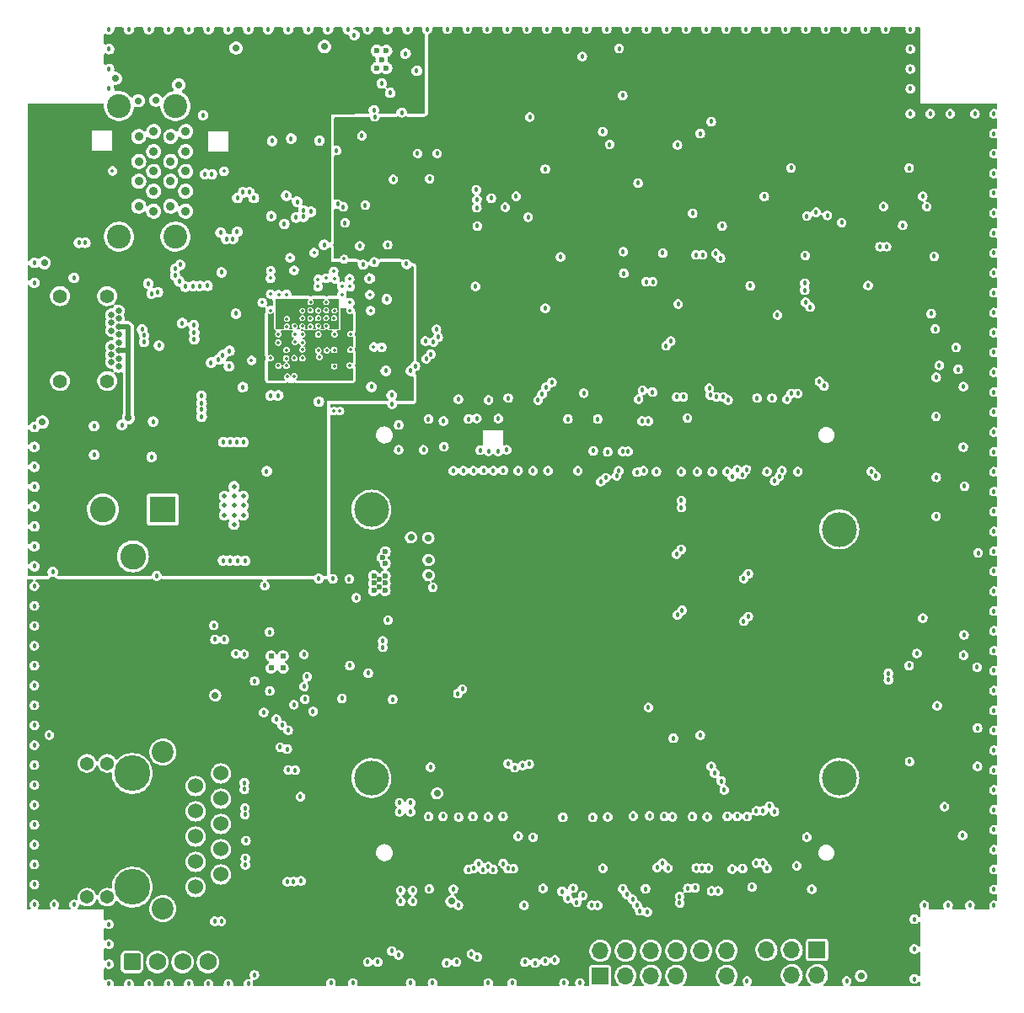
<source format=gbr>
%TF.GenerationSoftware,KiCad,Pcbnew,5.99.0-unknown-42c6af4bd8~125~ubuntu20.04.1*%
%TF.CreationDate,2021-03-29T15:44:49+08:00*%
%TF.ProjectId,ovc5,6f766335-2e6b-4696-9361-645f70636258,rev?*%
%TF.SameCoordinates,Original*%
%TF.FileFunction,Copper,L4,Inr*%
%TF.FilePolarity,Positive*%
%FSLAX46Y46*%
G04 Gerber Fmt 4.6, Leading zero omitted, Abs format (unit mm)*
G04 Created by KiCad (PCBNEW 5.99.0-unknown-42c6af4bd8~125~ubuntu20.04.1) date 2021-03-29 15:44:49*
%MOMM*%
%LPD*%
G01*
G04 APERTURE LIST*
G04 Aperture macros list*
%AMRoundRect*
0 Rectangle with rounded corners*
0 $1 Rounding radius*
0 $2 $3 $4 $5 $6 $7 $8 $9 X,Y pos of 4 corners*
0 Add a 4 corners polygon primitive as box body*
4,1,4,$2,$3,$4,$5,$6,$7,$8,$9,$2,$3,0*
0 Add four circle primitives for the rounded corners*
1,1,$1+$1,$2,$3*
1,1,$1+$1,$4,$5*
1,1,$1+$1,$6,$7*
1,1,$1+$1,$8,$9*
0 Add four rect primitives between the rounded corners*
20,1,$1+$1,$2,$3,$4,$5,0*
20,1,$1+$1,$4,$5,$6,$7,0*
20,1,$1+$1,$6,$7,$8,$9,0*
20,1,$1+$1,$8,$9,$2,$3,0*%
G04 Aperture macros list end*
%TA.AperFunction,ComponentPad*%
%ADD10R,1.700000X1.700000*%
%TD*%
%TA.AperFunction,ComponentPad*%
%ADD11O,1.700000X1.700000*%
%TD*%
%TA.AperFunction,ComponentPad*%
%ADD12C,0.500000*%
%TD*%
%TA.AperFunction,ComponentPad*%
%ADD13C,1.524000*%
%TD*%
%TA.AperFunction,ComponentPad*%
%ADD14C,1.371600*%
%TD*%
%TA.AperFunction,ComponentPad*%
%ADD15C,3.600000*%
%TD*%
%TA.AperFunction,ComponentPad*%
%ADD16C,2.200000*%
%TD*%
%TA.AperFunction,ComponentPad*%
%ADD17R,2.600000X2.600000*%
%TD*%
%TA.AperFunction,ComponentPad*%
%ADD18C,2.600000*%
%TD*%
%TA.AperFunction,ComponentPad*%
%ADD19RoundRect,0.250000X-0.620000X-0.620000X0.620000X-0.620000X0.620000X0.620000X-0.620000X0.620000X0*%
%TD*%
%TA.AperFunction,ComponentPad*%
%ADD20C,1.740000*%
%TD*%
%TA.AperFunction,ComponentPad*%
%ADD21C,0.600000*%
%TD*%
%TA.AperFunction,ComponentPad*%
%ADD22C,0.612500*%
%TD*%
%TA.AperFunction,ComponentPad*%
%ADD23C,0.650000*%
%TD*%
%TA.AperFunction,ComponentPad*%
%ADD24C,1.400000*%
%TD*%
%TA.AperFunction,ComponentPad*%
%ADD25C,3.500000*%
%TD*%
%TA.AperFunction,ComponentPad*%
%ADD26C,0.900000*%
%TD*%
%TA.AperFunction,ComponentPad*%
%ADD27C,2.400000*%
%TD*%
%TA.AperFunction,ViaPad*%
%ADD28C,0.457200*%
%TD*%
%TA.AperFunction,ViaPad*%
%ADD29C,0.355600*%
%TD*%
%TA.AperFunction,ViaPad*%
%ADD30C,0.711200*%
%TD*%
%TA.AperFunction,Conductor*%
%ADD31C,0.508000*%
%TD*%
G04 APERTURE END LIST*
D10*
%TO.N,+5V*%
%TO.C,J6*%
X91850000Y-122690000D03*
D11*
%TO.N,GND*%
X91850000Y-120150000D03*
%TO.N,GPIO0*%
X94390000Y-122690000D03*
%TO.N,GPIO1*%
X94390000Y-120150000D03*
%TO.N,GPIO2*%
X96930000Y-122690000D03*
%TO.N,GPIO3*%
X96930000Y-120150000D03*
%TO.N,GPIO4*%
X99470000Y-122690000D03*
%TO.N,GPIO5*%
X99470000Y-120150000D03*
%TO.N,+1V8*%
X102010000Y-122690000D03*
%TO.N,+3V3*%
X102010000Y-120150000D03*
%TO.N,GND*%
X104550000Y-122690000D03*
X104550000Y-120150000D03*
%TD*%
D12*
%TO.N,GND*%
%TO.C,U7*%
X55050000Y-76350000D03*
X55050000Y-74450000D03*
X55050000Y-73500000D03*
X54100000Y-76350000D03*
X56000000Y-75400000D03*
X56000000Y-74450000D03*
X54100000Y-74450000D03*
X55050000Y-77300000D03*
X56000000Y-76350000D03*
X54100000Y-75400000D03*
X55050000Y-75400000D03*
%TD*%
D13*
%TO.N,GBE_MDI0_P*%
%TO.C,U11*%
X51200000Y-113765000D03*
%TO.N,GBE_MDI0_N*%
X53740000Y-112495000D03*
%TO.N,GBE_MDI1_P*%
X51200000Y-111225000D03*
%TO.N,GBE_MDI1_N*%
X53740000Y-109955000D03*
%TO.N,Net-(C78-Pad1)*%
X51200000Y-108685000D03*
X53740000Y-107415000D03*
%TO.N,GBE_MDI2_N*%
X51200000Y-106145000D03*
%TO.N,GBE_MDI2_P*%
X53740000Y-104875000D03*
%TO.N,GBE_MDI3_N*%
X51200000Y-103605000D03*
%TO.N,GBE_MDI3_P*%
X53740000Y-102335000D03*
D14*
%TO.N,Net-(R21-Pad1)*%
X42310000Y-114775000D03*
%TO.N,+3V3*%
X40280000Y-114775000D03*
X42310000Y-101325000D03*
%TO.N,Net-(R22-Pad1)*%
X40280000Y-101325000D03*
D15*
%TO.N,GND*%
X44850000Y-113765000D03*
X44850000Y-102335000D03*
D16*
X47900000Y-100175000D03*
X47900000Y-115925000D03*
%TD*%
D17*
%TO.N,/Power/VAUX*%
%TO.C,J2*%
X47900006Y-75800001D03*
D18*
%TO.N,GND*%
X41900006Y-75800001D03*
X44900006Y-80500001D03*
%TD*%
D19*
%TO.N,+5V*%
%TO.C,J9*%
X44800000Y-121300000D03*
D20*
%TO.N,/Interfaces/FAN_DATA*%
X47340000Y-121300000D03*
%TO.N,/Interfaces/FAN_CLK*%
X49880000Y-121300000D03*
%TO.N,GND*%
X52420000Y-121300000D03*
%TD*%
D21*
%TO.N,GND*%
%TO.C,U8*%
X70355000Y-29690000D03*
X69395000Y-29690000D03*
X69875000Y-30550000D03*
X69395000Y-31410000D03*
X70355000Y-31410000D03*
%TD*%
D22*
%TO.N,GND*%
%TO.C,U13*%
X60000000Y-90525000D03*
X58775000Y-90525000D03*
X58775000Y-91750000D03*
X60000000Y-91750000D03*
%TD*%
D23*
%TO.N,GND*%
%TO.C,J1*%
X43460000Y-60615000D03*
X43460000Y-61415000D03*
%TO.N,/USB/USB_DS_TX2_CONN_N*%
X42760000Y-61015000D03*
%TO.N,/USB/USB_DS_TX2_CONN_P*%
X42760000Y-60215000D03*
%TO.N,VBUS*%
X43460000Y-59815000D03*
%TO.N,/USB/USB_DS_CC2*%
X42760000Y-59415000D03*
%TO.N,/USB/USB_DS_D_P*%
X43460000Y-59015000D03*
%TO.N,/USB/USB_DS_D_N*%
X43460000Y-58215000D03*
%TO.N,unconnected-(J1-PadB8)*%
X42760000Y-57815000D03*
%TO.N,VBUS*%
X43460000Y-57415000D03*
%TO.N,/USB/USB_DS_RX1_N*%
X42760000Y-57015000D03*
%TO.N,/USB/USB_DS_RX1_P*%
X42760000Y-56215000D03*
%TO.N,GND*%
X43460000Y-55815000D03*
X43460000Y-56615000D03*
D24*
%TO.N,/USB/C_SHIELD*%
X42310000Y-62885000D03*
X42310000Y-54345000D03*
X37580000Y-62885000D03*
X37580000Y-54345000D03*
%TD*%
D25*
%TO.N,N/C*%
%TO.C,U1*%
X68859988Y-102799999D03*
X115859988Y-102799999D03*
X68859988Y-75799999D03*
X115859988Y-77799999D03*
%TD*%
D26*
%TO.N,/USB/VBUS_1*%
%TO.C,U5*%
X45489988Y-38299993D03*
%TO.N,/USB/USB_H1_D_N*%
X45489988Y-40799993D03*
%TO.N,/USB/USB_H1_D_P*%
X45489988Y-42799993D03*
%TO.N,GND*%
X45489988Y-45299993D03*
%TO.N,/USB/USB_H1_RX_N*%
X46989988Y-45799993D03*
%TO.N,/USB/USB_H1_RX_P*%
X46989988Y-43799993D03*
%TO.N,GND*%
X46989988Y-41799993D03*
%TO.N,/USB/USB_H1_TX_CONN_N*%
X46989988Y-39799993D03*
%TO.N,/USB/USB_H1_TX_CONN_P*%
X46989988Y-37799993D03*
%TO.N,/USB/VBUS_0*%
X48689988Y-38299993D03*
%TO.N,/USB/USB_H0_D_N*%
X48689988Y-40799993D03*
%TO.N,/USB/USB_H0_D_P*%
X48689988Y-42799993D03*
%TO.N,GND*%
X48689988Y-45299993D03*
%TO.N,/USB/USB_H0_RX_N*%
X50189988Y-45799993D03*
%TO.N,/USB/USB_H0_RX_P*%
X50189988Y-43799993D03*
%TO.N,GND*%
X50189988Y-41799993D03*
%TO.N,/USB/USB_H0_TX_CONN_N*%
X50189988Y-39799993D03*
%TO.N,/USB/USB_H0_TX_CONN_P*%
X50189988Y-37799993D03*
D27*
%TO.N,/USB/A_SHIELD*%
X43489988Y-48369993D03*
X49169988Y-35229993D03*
X49169988Y-48369993D03*
X43489988Y-35229993D03*
%TD*%
D21*
%TO.N,GND*%
%TO.C,U9*%
X70250000Y-83200000D03*
X69950000Y-80630000D03*
X69100000Y-83950000D03*
X70250000Y-80050000D03*
X70250000Y-82450000D03*
X70250000Y-81210000D03*
X69660000Y-83580000D03*
X69660000Y-82830000D03*
X69100000Y-83200000D03*
X69100000Y-82450000D03*
X70250000Y-83950000D03*
%TD*%
D10*
%TO.N,/Enclustra module/JTAG_TCK*%
%TO.C,J4*%
X113625000Y-120075000D03*
D11*
%TO.N,GND*%
X113625000Y-122615000D03*
%TO.N,/Enclustra module/JTAG_TDO*%
X111085000Y-120075000D03*
%TO.N,/Enclustra module/JTAG_TMS*%
X111085000Y-122615000D03*
%TO.N,/Enclustra module/JTAG_TDI*%
X108545000Y-120075000D03*
%TO.N,+1V8*%
X108545000Y-122615000D03*
%TD*%
D28*
%TO.N,GBE_MDI0_N*%
X53780200Y-117209198D03*
%TO.N,GBE_MDI0_P*%
X53119800Y-117209198D03*
%TO.N,CAM1_DAT0-*%
X102130200Y-50200000D03*
%TO.N,CAM1_DAT0+*%
X101469800Y-50200000D03*
%TO.N,CAM4_DAT0+*%
X113866513Y-62916513D03*
%TO.N,CAM4_DAT0-*%
X114333487Y-63383487D03*
D29*
%TO.N,/USB/CHIPEN*%
X63651448Y-60448552D03*
D28*
%TO.N,/USB/USB_I2C_SCL*%
X72400000Y-51100000D03*
D29*
X60295950Y-60601550D03*
D28*
X68675000Y-52575000D03*
D29*
X65895950Y-54176550D03*
%TO.N,/USB/USB_I2C_SDA*%
X65900000Y-53375000D03*
D28*
X69150000Y-50900000D03*
X68025000Y-51150000D03*
D29*
X65095950Y-56551550D03*
D28*
%TO.N,FPGA_FAN_DATA*%
X78000000Y-93850000D03*
X84700000Y-101400000D03*
%TO.N,CAM5_ENABLE*%
X90200000Y-64100000D03*
X84600000Y-46400000D03*
%TO.N,CAM5_TRIGGER*%
X82300000Y-45400000D03*
X86400000Y-63500000D03*
%TO.N,CAM5_SDA*%
X80900000Y-44500000D03*
X86000000Y-64200000D03*
%TO.N,CAM5_SCL*%
X87000000Y-63000000D03*
X83400000Y-44300000D03*
%TO.N,CAM4_ENABLE*%
X112610000Y-46290000D03*
X94091197Y-69950000D03*
%TO.N,CAM4_TRIGGER*%
X113540000Y-45920000D03*
X94650000Y-69950000D03*
%TO.N,CAM4_SCL*%
X114660000Y-46230000D03*
X95550000Y-72050000D03*
%TO.N,CAM4_SDA*%
X108330000Y-44320000D03*
X96200000Y-71900000D03*
%TO.N,CAM4_CLK+*%
X96029800Y-66910402D03*
X103933487Y-50533487D03*
%TO.N,FPGA_FAN_CLK*%
X77550000Y-94300000D03*
X84050000Y-101550000D03*
%TO.N,CAM4_CLK-*%
X96690200Y-66910402D03*
X103466513Y-50066513D03*
%TO.N,CAM4_DAT0+*%
X112400000Y-53750000D03*
%TO.N,CAM4_DAT0-*%
X112400000Y-53050000D03*
%TO.N,Net-(C88-Pad2)*%
X80620000Y-69940000D03*
%TO.N,Net-(C89-Pad2)*%
X81600000Y-69960000D03*
%TO.N,/USB/USB_DS_TX2_CONN_N*%
X51800000Y-65084800D03*
%TO.N,/USB/USB_DS_TX2_CONN_P*%
X51800000Y-65745200D03*
%TO.N,SDIO_CLK*%
X62400000Y-92600000D03*
X94100000Y-113925000D03*
%TO.N,SDIO_D1*%
X95550000Y-115600000D03*
X62075000Y-93600000D03*
%TO.N,SDIO_D0*%
X62175000Y-94875000D03*
X95100000Y-115000000D03*
%TO.N,SDIO_CMD*%
X63000000Y-96100000D03*
X94500000Y-114500000D03*
%TO.N,SDIO_D3*%
X59300000Y-96875000D03*
X96575000Y-116275000D03*
%TO.N,SDIO_D2*%
X95825000Y-116150000D03*
X58050000Y-96200000D03*
D29*
%TO.N,Net-(C33-Pad1)*%
X63500000Y-53400000D03*
%TO.N,Net-(C35-Pad1)*%
X61095950Y-51751550D03*
D28*
%TO.N,GBE_LED_ACT*%
X108625000Y-111900000D03*
X108850000Y-105625000D03*
%TO.N,CAM0_DAT0-*%
X119066513Y-71966513D03*
X109833487Y-72466513D03*
%TO.N,GBE_LED_LINK*%
X111600000Y-111625000D03*
X109350000Y-106175000D03*
%TO.N,CAM0_DAT0+*%
X119533487Y-72433487D03*
X109366513Y-72933487D03*
%TO.N,GBE_MDI3_N*%
X107529800Y-111350000D03*
X107529800Y-106100000D03*
X56100000Y-103930200D03*
%TO.N,GBE_MDI3_P*%
X108190200Y-106100000D03*
X108190200Y-111350000D03*
X56100000Y-103269800D03*
%TO.N,GBE_MDI2_N*%
X56150000Y-106480200D03*
%TO.N,CAM0_ENABLE*%
X125600000Y-62500000D03*
X93700000Y-71900000D03*
%TO.N,CAM0_TRIGGER*%
X91900000Y-73000000D03*
X127800000Y-61700000D03*
%TO.N,CAM0_SCL*%
X93492466Y-72418835D03*
X125900000Y-61300000D03*
%TO.N,CAM0_SDA*%
X92400000Y-72600000D03*
X127600000Y-59500000D03*
%TO.N,CAM1_DAT2-*%
X97130200Y-52900000D03*
X98933487Y-58866513D03*
%TO.N,CAM1_DAT2+*%
X96469800Y-52900000D03*
X98466513Y-59333487D03*
%TO.N,CAM1_DAT0-*%
X100190200Y-64489598D03*
%TO.N,CAM1_DAT0+*%
X99529800Y-64489598D03*
%TO.N,GBE_MDI2_P*%
X56150000Y-105819800D03*
%TO.N,GBE_MDI1_N*%
X56200000Y-110869800D03*
%TO.N,GBE_MDI1_P*%
X56200000Y-111530200D03*
%TO.N,/USB/USB_H0_TX_N*%
X55963250Y-43900000D03*
%TO.N,/USB/USB_H1_TX_N*%
X49150000Y-51619800D03*
%TO.N,/USB/USB_H0_TX_P*%
X56623650Y-43900000D03*
%TO.N,CAM1_ENABLE*%
X92800000Y-39100000D03*
X97100000Y-64000000D03*
%TO.N,CAM1_TRIGGER*%
X101900000Y-38000000D03*
X102800000Y-63600000D03*
%TO.N,CAM1_SCL*%
X92100000Y-37800000D03*
X96100000Y-63800000D03*
%TO.N,CAM1_SDA*%
X103000000Y-36800000D03*
X102900000Y-64300000D03*
%TO.N,/USB/USB_H1_TX_P*%
X49150000Y-52280200D03*
%TO.N,/USB/USB_H0_RX_N*%
X54294800Y-48593055D03*
%TO.N,USER_DIP*%
X61730000Y-104670000D03*
X61790000Y-113150000D03*
%TO.N,/Enclustra module/JTAG_TCK*%
X102100000Y-111875000D03*
%TO.N,/Enclustra module/JTAG_TDO*%
X101500000Y-111850000D03*
%TO.N,/Enclustra module/JTAG_TMS*%
X101375000Y-113850000D03*
%TO.N,/Enclustra module/JTAG_TDI*%
X100650000Y-113875000D03*
%TO.N,CAM2_SDA*%
X124650000Y-45350000D03*
X106550000Y-71800000D03*
%TO.N,CAM2_SCL*%
X124250000Y-44300000D03*
X106100000Y-72300000D03*
%TO.N,CAM2_TRIGGER*%
X105100000Y-72500000D03*
X120310000Y-45330000D03*
%TO.N,CAM2_ENABLE*%
X122230000Y-47220000D03*
X104600000Y-72000000D03*
%TO.N,CAM2_CLK+*%
X103529800Y-64489598D03*
X120614890Y-49367700D03*
%TO.N,CAM2_CLK-*%
X119954490Y-49367700D03*
X104190200Y-64489598D03*
%TO.N,CAM2_DAT1+*%
X111029800Y-64130874D03*
X112466513Y-54966513D03*
%TO.N,CAM2_DAT1-*%
X112933487Y-55433487D03*
X111690200Y-64130874D03*
%TO.N,QWIIC0_SCL*%
X71600000Y-120600000D03*
X79600000Y-111400000D03*
%TO.N,QWIIC0_SDA*%
X79147951Y-111890410D03*
X70900000Y-120200000D03*
%TO.N,QWIIC1_SCL*%
X79500000Y-120800000D03*
X81100000Y-112000000D03*
%TO.N,QWIIC1_SDA*%
X80600000Y-111700000D03*
X78900000Y-120500000D03*
%TO.N,/Interfaces/FAN_DATA*%
X59900000Y-97500000D03*
X59700000Y-99700000D03*
%TO.N,QWIIC2_SCL*%
X87300000Y-121100000D03*
X82561301Y-111899256D03*
%TO.N,QWIIC2_SDA*%
X86300000Y-121200000D03*
X82100000Y-111400000D03*
%TO.N,CAM3_SDA*%
X104000000Y-103100000D03*
X128400000Y-88400000D03*
%TO.N,CAM3_SCL*%
X123670000Y-90260000D03*
X103350000Y-102300000D03*
%TO.N,SDIO_CDn*%
X96800000Y-106600000D03*
X96700000Y-95700000D03*
%TO.N,CAM3_TRIGGER*%
X128350000Y-90450000D03*
X104300000Y-104000000D03*
%TO.N,CAM3_ENABLE*%
X122880000Y-91500000D03*
X103000000Y-101625000D03*
%TO.N,/Interfaces/FAN_CLK*%
X60500000Y-98000000D03*
X60400000Y-99900000D03*
%TO.N,GPIO5*%
X91600000Y-115600000D03*
%TO.N,CAM3_CLK+*%
X120800000Y-92930200D03*
X99616513Y-86383487D03*
%TO.N,CAM3_CLK-*%
X100083487Y-85916513D03*
X120800000Y-92269800D03*
%TO.N,CAM3_DAT1+*%
X106733487Y-82266513D03*
X100000000Y-75600000D03*
%TO.N,CAM3_DAT1-*%
X106266513Y-82733487D03*
X100000000Y-74900000D03*
%TO.N,CAM3_DAT0+*%
X99516513Y-80283487D03*
X106266513Y-87033487D03*
%TO.N,CAM3_DAT0-*%
X106733487Y-86566513D03*
X99983487Y-79816513D03*
%TO.N,GPIO4*%
X91000000Y-115600000D03*
%TO.N,/USB/nOVC0*%
X61280000Y-46440000D03*
D29*
X61148450Y-58201550D03*
%TO.N,/USB/VDD10*%
X59545950Y-57376550D03*
X59520950Y-55801550D03*
X65170950Y-57401550D03*
X65120950Y-54976550D03*
%TO.N,/USB/nOVC1*%
X60320950Y-59751550D03*
D28*
X71900000Y-35900000D03*
D29*
%TO.N,Net-(R10-Pad1)*%
X64370950Y-59801550D03*
%TO.N,/USB/USB_US1_CC1*%
X68700000Y-54200000D03*
X63520950Y-58201550D03*
D28*
%TO.N,FPGA_USB0_D+*%
X73283487Y-61386513D03*
X103029800Y-114161185D03*
D29*
%TO.N,/USB/USBEN1*%
X61920950Y-59001550D03*
D28*
X69100000Y-35650000D03*
%TO.N,/USB/USBEN0*%
X72300000Y-29956400D03*
D29*
X61148450Y-57351550D03*
D28*
X62040000Y-46360000D03*
X69200000Y-36300000D03*
D29*
%TO.N,/USB/VBUS_MON_P0*%
X59550000Y-54200000D03*
D28*
%TO.N,FPGA_USB0_D-*%
X103690200Y-114161185D03*
X72816513Y-61853487D03*
%TO.N,FPGA_USB1_D+*%
X74833487Y-60176513D03*
X99825901Y-114704349D03*
%TO.N,FPGA_USB1_D-*%
X74366513Y-60643487D03*
X99825901Y-115364749D03*
D29*
%TO.N,/USB/V1P0_MEM_A*%
X60320950Y-61351550D03*
%TO.N,/USB/1V0_PHY*%
X65975000Y-55775000D03*
X63520950Y-59001550D03*
X58723750Y-58998750D03*
X59575000Y-59750000D03*
X65900000Y-56575000D03*
X66739809Y-59041166D03*
X58725000Y-58175000D03*
X59550000Y-60550000D03*
X66700000Y-57300000D03*
X58725000Y-57325000D03*
X65875000Y-59725000D03*
X66725000Y-60550000D03*
X63050000Y-62500000D03*
D30*
%TO.N,VBUS*%
X44450000Y-66580000D03*
D28*
X49850000Y-57050000D03*
X46800000Y-54100000D03*
D29*
%TO.N,/USB/V1P0_MEM_B*%
X59520950Y-61351550D03*
D28*
%TO.N,FPGA_USB1_TX+*%
X75096513Y-58943487D03*
%TO.N,FPGA_USB1_TX-*%
X75563487Y-58476513D03*
%TO.N,/USB/USB_SPI_DO*%
X63650000Y-38700000D03*
D29*
X60345950Y-57401550D03*
%TO.N,/USB/USB_SPI_CS*%
X61120950Y-60582150D03*
X65070950Y-51851550D03*
D28*
X66040000Y-45370000D03*
X65350000Y-39700000D03*
D29*
%TO.N,/USB/USB_SPI_CLK*%
X61920950Y-58201550D03*
X66707447Y-53382150D03*
D28*
X62050000Y-45750000D03*
D29*
%TO.N,/USB/USB_SPI_DI*%
X60370950Y-56626550D03*
D28*
X60300000Y-44250000D03*
D29*
X66695950Y-55001550D03*
D28*
X61400000Y-44850000D03*
%TO.N,/USB/USB_H0_RX_P*%
X54955200Y-48593055D03*
%TO.N,/USB/USB_H1_RX_P*%
X50969800Y-53325000D03*
%TO.N,/USB/USB_H1_RX_N*%
X51630200Y-53325000D03*
%TO.N,/USB/USB_DS_CC1*%
X45825000Y-57700000D03*
X47400000Y-53950000D03*
X51000000Y-57250000D03*
D29*
X58745950Y-54151550D03*
%TO.N,+3V3*%
X60680000Y-50490000D03*
D28*
X77600000Y-115600000D03*
D29*
X58725000Y-52550000D03*
X59520950Y-59001550D03*
D28*
X84770000Y-36340000D03*
X103100000Y-72000000D03*
X79470000Y-44640000D03*
X70750000Y-33900000D03*
X91150000Y-69900000D03*
D29*
X61920950Y-60576550D03*
D28*
X85300000Y-121400000D03*
X100000000Y-72000000D03*
X93750000Y-29450000D03*
X68862631Y-63462631D03*
X110100000Y-71906400D03*
X94100000Y-34170000D03*
X74800000Y-101700000D03*
X77625000Y-106725000D03*
X78600000Y-112000000D03*
D29*
X65122200Y-59752800D03*
X66745950Y-59726550D03*
X66670950Y-52601550D03*
D28*
X111020000Y-41460000D03*
X124260000Y-86720000D03*
X122880000Y-41470000D03*
X125500000Y-57650000D03*
D30*
X74605000Y-82400000D03*
D29*
X58725000Y-60575000D03*
D28*
X80600000Y-106700000D03*
D29*
X62750000Y-54940000D03*
D28*
X83600000Y-108650000D03*
D29*
X66700000Y-55800000D03*
D28*
X67700000Y-49300000D03*
D29*
X63507632Y-52647668D03*
D28*
X58900000Y-38750000D03*
X69500000Y-121300000D03*
X53150000Y-88875000D03*
X92600000Y-106700000D03*
D29*
X65090000Y-65910000D03*
D28*
X85100000Y-71900000D03*
X70950000Y-65200000D03*
X58625000Y-88125000D03*
D29*
X65150000Y-55800000D03*
D28*
X56075000Y-90350000D03*
X86330000Y-41570000D03*
X65470000Y-45100000D03*
D29*
X58695950Y-55801550D03*
D28*
X77400000Y-121300000D03*
X70490000Y-49190000D03*
D29*
X64350000Y-57350000D03*
D28*
X84200000Y-115600000D03*
X109100000Y-64600000D03*
X67330000Y-84670000D03*
D29*
X61920950Y-59712150D03*
X66750000Y-58150000D03*
%TO.N,Net-(R44-Pad1)*%
X60345950Y-54176550D03*
%TO.N,/USB/RESET_HUB*%
X63520950Y-59801550D03*
D28*
%TO.N,/USB/USB_DS_D_P*%
X51057856Y-58021350D03*
X46030402Y-58284800D03*
%TO.N,/USB/USB_DS_D_N*%
X51057856Y-58681750D03*
X46030402Y-58945200D03*
%TO.N,/USB/USB_H1_D_N*%
X39469800Y-48975000D03*
%TO.N,/USB/USB_H1_D_P*%
X40130200Y-48975000D03*
%TO.N,/USB/USB_H0_D_N*%
X52825000Y-42100000D03*
%TO.N,/USB/USB_H0_D_P*%
X52150000Y-42075000D03*
%TO.N,/USB/USB_DS_CC2*%
X46450000Y-53075000D03*
X58800000Y-46300000D03*
X38975000Y-52500000D03*
D29*
%TO.N,/USB/XRES_DMC*%
X65170950Y-52601550D03*
%TO.N,/USB/XRES_PD*%
X61170950Y-58951550D03*
D28*
%TO.N,/USB/USB_DS_RX1_N*%
X53933487Y-60266513D03*
%TO.N,/USB/USB_DS_RX1_P*%
X53466513Y-60733487D03*
%TO.N,+1V8*%
X88300000Y-42400000D03*
X107050000Y-72050000D03*
X103440000Y-41600000D03*
X113890000Y-43350000D03*
X130150000Y-85350000D03*
X122125000Y-87675000D03*
X120700000Y-61700000D03*
X106100000Y-64580000D03*
X125200000Y-42430000D03*
X103100000Y-66700000D03*
X90100000Y-66700000D03*
X93100000Y-66700000D03*
X70300000Y-91500000D03*
X91100000Y-36000000D03*
X87100000Y-64800000D03*
X98100000Y-66700000D03*
X89650000Y-106700000D03*
X60975000Y-94475000D03*
X90600000Y-114100000D03*
X88100000Y-71950000D03*
X54300000Y-83300000D03*
X68050000Y-40750000D03*
X84000000Y-64700000D03*
X130270000Y-56560000D03*
X94900000Y-71800000D03*
X81647951Y-111890410D03*
X101770000Y-34240000D03*
X80100000Y-40400000D03*
%TO.N,DEBUG_UART_RX*%
X97550000Y-111800000D03*
X73500000Y-40000000D03*
%TO.N,DEBUG_UART_TX*%
X98100000Y-111350000D03*
X74700000Y-42550000D03*
%TO.N,GND*%
X122930000Y-101130000D03*
X125700000Y-95530000D03*
X50500000Y-123500000D03*
X54000000Y-69025000D03*
X54550000Y-61400000D03*
X35000000Y-97500000D03*
X102500000Y-27500000D03*
D29*
X65710000Y-65910000D03*
D28*
X54625000Y-80925000D03*
X42500000Y-123500000D03*
X114500000Y-27500000D03*
X88200000Y-123400000D03*
X89800000Y-123400000D03*
X35000000Y-103500000D03*
X98300000Y-106650000D03*
X62800000Y-45860000D03*
X126800000Y-115600000D03*
X118500000Y-27500000D03*
D30*
X55250000Y-29400000D03*
D28*
X51810000Y-66470000D03*
X71600000Y-67300000D03*
X125100000Y-56100000D03*
X74100000Y-69800000D03*
X60800000Y-38500000D03*
D29*
X63520939Y-57351550D03*
D28*
X58500000Y-27500000D03*
X131400000Y-46000000D03*
X55400000Y-44470000D03*
X124400000Y-115600000D03*
X84300000Y-121300000D03*
X35000000Y-89500000D03*
D30*
X74580000Y-78650000D03*
D28*
X53800000Y-51950000D03*
X131400000Y-82000000D03*
X78100000Y-71900000D03*
X106600000Y-123200000D03*
X52400000Y-53300000D03*
X66210000Y-46970000D03*
X99670000Y-55130000D03*
X57100000Y-122600000D03*
X127000000Y-36000000D03*
X131400000Y-110000000D03*
X118760000Y-53270000D03*
X110500000Y-27500000D03*
X109650000Y-56250000D03*
X35000000Y-51000000D03*
X85600000Y-64800000D03*
X36500000Y-98475000D03*
X106150000Y-111900000D03*
X111700000Y-72000000D03*
X131400000Y-90000000D03*
X95700000Y-64700000D03*
X56250000Y-109100000D03*
X55380000Y-47860000D03*
X79500000Y-47300000D03*
X64110000Y-49180000D03*
X79780000Y-69840000D03*
X35000000Y-69500000D03*
X35000000Y-113500000D03*
X131400000Y-114000000D03*
X131400000Y-106000000D03*
X42500000Y-27500000D03*
X35000000Y-105500000D03*
X70300000Y-61850000D03*
X77600000Y-64700000D03*
X35000000Y-115500000D03*
X108600000Y-72000000D03*
D30*
X72830000Y-78600000D03*
D28*
X42500000Y-119500000D03*
X88500000Y-27500000D03*
X82500000Y-27500000D03*
X108500000Y-27500000D03*
X128450000Y-73460000D03*
X131400000Y-64000000D03*
X123400000Y-117000000D03*
X35000000Y-93500000D03*
X46500000Y-27500000D03*
X86600000Y-71900000D03*
X56175000Y-80950000D03*
X131400000Y-68000000D03*
X83600000Y-71900000D03*
X112440000Y-50250000D03*
X131400000Y-108000000D03*
X46780000Y-70510000D03*
X79050000Y-106675000D03*
X96400000Y-113950000D03*
X55350000Y-69025000D03*
D29*
X64320950Y-52551550D03*
D28*
X131400000Y-70000000D03*
X112600000Y-108730000D03*
X131400000Y-92000000D03*
X94160000Y-49870000D03*
X52750000Y-61030000D03*
X67150000Y-28100000D03*
X116600000Y-123200000D03*
X81610000Y-66650000D03*
X90050000Y-30250000D03*
X68500000Y-27500000D03*
X92600000Y-70000000D03*
X131400000Y-50000000D03*
X74675000Y-113950000D03*
X104500000Y-27500000D03*
D29*
X59520950Y-58151550D03*
D28*
X55400000Y-80925000D03*
X79400000Y-43640000D03*
X35000000Y-99500000D03*
D29*
X63520950Y-56551550D03*
D28*
X82600000Y-64600000D03*
X123000000Y-27500000D03*
X102725000Y-111875000D03*
X125590000Y-76490000D03*
X99610000Y-39150000D03*
X123000000Y-29500000D03*
X85100000Y-108750000D03*
X71000000Y-94900000D03*
X46930000Y-66950000D03*
X58750000Y-64338450D03*
X131400000Y-80000000D03*
X95175000Y-106625000D03*
X35000000Y-53000000D03*
X80600000Y-123400000D03*
X123400000Y-120000000D03*
X65900000Y-94800000D03*
X35000000Y-111500000D03*
X49550000Y-52850000D03*
X86100000Y-113900000D03*
X94500000Y-27500000D03*
X48500000Y-123500000D03*
X68250000Y-45200000D03*
X129700000Y-91650000D03*
X71050000Y-42600000D03*
X66640000Y-82780000D03*
X37000000Y-115500000D03*
X112500000Y-27500000D03*
X131400000Y-98000000D03*
X106500000Y-27500000D03*
X106600000Y-106675000D03*
X131400000Y-56000000D03*
D29*
X69095950Y-59451550D03*
D28*
X78600000Y-66700000D03*
X54500000Y-123500000D03*
X123000000Y-31500000D03*
X54600000Y-59850000D03*
X83120000Y-111910000D03*
X57060000Y-44480000D03*
X106920000Y-53310000D03*
X35000000Y-79500000D03*
X35000000Y-77500000D03*
X131400000Y-62000000D03*
X75400000Y-57670000D03*
X131400000Y-100000000D03*
X75000000Y-123400000D03*
X98130000Y-50010000D03*
X125400000Y-50350000D03*
X110600000Y-64700000D03*
X63580000Y-82775000D03*
X46500000Y-123500000D03*
D29*
X65120950Y-61401550D03*
D28*
X92125000Y-111875000D03*
X105600000Y-106650000D03*
X129750000Y-97775000D03*
X56500000Y-123500000D03*
X113100000Y-113975000D03*
X128320000Y-69520000D03*
X101600000Y-72000000D03*
X76400000Y-121400000D03*
X82120000Y-71860000D03*
X91100000Y-106750000D03*
X92500000Y-27500000D03*
X70530000Y-86925000D03*
D29*
X56818450Y-60801550D03*
D28*
X79450000Y-45450000D03*
X53690000Y-47950000D03*
X76050000Y-106650000D03*
X131400000Y-58000000D03*
D30*
X74605000Y-80875000D03*
D28*
X123000000Y-33500000D03*
X98500000Y-27500000D03*
D30*
X76900000Y-115200000D03*
D29*
X65150000Y-58181550D03*
D28*
X39000000Y-115500000D03*
X131400000Y-44000000D03*
D29*
X63520950Y-55801550D03*
D28*
X75030000Y-83625000D03*
D30*
X35800000Y-67000000D03*
D28*
X131400000Y-104000000D03*
X131400000Y-86000000D03*
X131400000Y-84000000D03*
X131400000Y-60000000D03*
X100600000Y-66600000D03*
X79100000Y-71900000D03*
X131400000Y-38000000D03*
X123000000Y-36000000D03*
X44500000Y-123500000D03*
X131400000Y-54000000D03*
X104697740Y-64799587D03*
X62500000Y-27500000D03*
D29*
X54050000Y-41800000D03*
D28*
X100500000Y-27500000D03*
X131400000Y-115600000D03*
X88600000Y-66700000D03*
D30*
X75450000Y-104350000D03*
D28*
X47300000Y-82500000D03*
X44500000Y-27500000D03*
X87860000Y-50400000D03*
D29*
X42850000Y-41750000D03*
X66120950Y-50601550D03*
D28*
X42500000Y-121500000D03*
X125600000Y-72560000D03*
X128250000Y-108575000D03*
X55250000Y-56100000D03*
X42500000Y-117500000D03*
X55950000Y-63500000D03*
X50500000Y-27500000D03*
D29*
X62720950Y-57401550D03*
D28*
X131400000Y-78000000D03*
X54675000Y-69025000D03*
D29*
X61920950Y-56551550D03*
D28*
X35000000Y-67500000D03*
X89600000Y-71900000D03*
X95650000Y-42970000D03*
X77100000Y-71900000D03*
D30*
X36000000Y-51000000D03*
D28*
X116100000Y-46950000D03*
D29*
X62720950Y-56601550D03*
D28*
X131400000Y-36000000D03*
X72500000Y-27500000D03*
X76100000Y-66900000D03*
X61075000Y-95425000D03*
X62075000Y-90375000D03*
X131400000Y-74000000D03*
X129810000Y-80160000D03*
D29*
X61920950Y-57351550D03*
D28*
X53950000Y-80925000D03*
X78500000Y-27500000D03*
X60110000Y-47080000D03*
X81120000Y-71900000D03*
X36850000Y-82075000D03*
X35000000Y-95500000D03*
X131400000Y-48000000D03*
X70900000Y-64300000D03*
X86330000Y-55560000D03*
X105100000Y-111950000D03*
X51950000Y-36150000D03*
D30*
X64150000Y-29250000D03*
D28*
X71600000Y-69800000D03*
X67000000Y-123400000D03*
X94220000Y-52060000D03*
X42500000Y-31500000D03*
X131400000Y-88000000D03*
X131400000Y-94000000D03*
X64800000Y-123400000D03*
X131400000Y-102000000D03*
X101130000Y-46020000D03*
X73415000Y-31690000D03*
X129750000Y-101625000D03*
X68550000Y-92250000D03*
X74280000Y-58870000D03*
X98650000Y-111850000D03*
X35000000Y-75500000D03*
X80100000Y-112000000D03*
X68500000Y-121300000D03*
D29*
X66690735Y-61314597D03*
D28*
X105600000Y-71800000D03*
X77100000Y-113975000D03*
X35000000Y-109500000D03*
X58650000Y-94050000D03*
X35000000Y-101500000D03*
D29*
X64320950Y-56551550D03*
D28*
X90500000Y-27500000D03*
X131400000Y-40000000D03*
D29*
X57895950Y-55001550D03*
D28*
X59504050Y-64338450D03*
X131400000Y-72000000D03*
X120500000Y-27500000D03*
D29*
X69900000Y-59500000D03*
D28*
X74600000Y-106675000D03*
X35000000Y-71500000D03*
X84500000Y-27500000D03*
X74600000Y-66700000D03*
X89125000Y-113875000D03*
X101100000Y-106675000D03*
X35000000Y-87500000D03*
X35000000Y-85500000D03*
X80500000Y-27500000D03*
X126425000Y-105675000D03*
X79320000Y-53370000D03*
X129500000Y-36000000D03*
X88100000Y-106750000D03*
X82075000Y-106650000D03*
X76500000Y-27500000D03*
X80630000Y-64790000D03*
X82440000Y-69800000D03*
D29*
X64320950Y-55751550D03*
D28*
X131400000Y-66000000D03*
X35000000Y-107500000D03*
X70400000Y-54650000D03*
X35000000Y-81500000D03*
X125580000Y-66430000D03*
X43800000Y-67300000D03*
X52500000Y-123500000D03*
X131400000Y-112000000D03*
X67900000Y-38200000D03*
X69900000Y-32950000D03*
X104600000Y-106650000D03*
D29*
X62720950Y-55751550D03*
D28*
X35000000Y-91500000D03*
X96500000Y-27500000D03*
X41000000Y-67400000D03*
X76150000Y-69500000D03*
X131400000Y-52000000D03*
X131400000Y-96000000D03*
D29*
X58750000Y-51775000D03*
D28*
X63576550Y-64950000D03*
D29*
X61920950Y-55801550D03*
D28*
X53025000Y-87450000D03*
X91600000Y-66700000D03*
X52500000Y-27500000D03*
X116500000Y-27500000D03*
X70500000Y-27500000D03*
D30*
X118050000Y-122700000D03*
D28*
X42500000Y-29500000D03*
X131400000Y-76000000D03*
X55225000Y-90300000D03*
X64980000Y-82775000D03*
X49650000Y-51180000D03*
X41000000Y-70300000D03*
X74500000Y-27500000D03*
X54500000Y-27500000D03*
X104090000Y-47300000D03*
X58345000Y-71950000D03*
X97500000Y-72000000D03*
X64500000Y-27500000D03*
X60500000Y-27500000D03*
X83000000Y-123400000D03*
X48500000Y-27500000D03*
X131400000Y-42000000D03*
D30*
X53175000Y-94475000D03*
D28*
X86500000Y-27500000D03*
D29*
X64320950Y-54951550D03*
D28*
X123400000Y-123000000D03*
X42500000Y-33500000D03*
X58150000Y-83450000D03*
X54100000Y-88875000D03*
D29*
X68775000Y-55800000D03*
D28*
X125000000Y-36000000D03*
D30*
X49500000Y-33100000D03*
D28*
X51790000Y-64350000D03*
D30*
X43150000Y-32450000D03*
D28*
X128330000Y-63450000D03*
X56000000Y-69025000D03*
X50200000Y-53400000D03*
X35000000Y-83500000D03*
X56500000Y-27500000D03*
D29*
X63100000Y-49968300D03*
D28*
X107600000Y-64600000D03*
X79450000Y-66640000D03*
X57125000Y-93050000D03*
X75450000Y-40000000D03*
X66500000Y-27500000D03*
X47525000Y-59325000D03*
X129000000Y-115600000D03*
X107100000Y-113750000D03*
X35000000Y-73500000D03*
X72800000Y-123400000D03*
X80120000Y-71870000D03*
D29*
%TO.N,+1V2*%
X60420950Y-62451550D03*
X61120950Y-62401550D03*
D30*
%TO.N,/USB/VBUS_0*%
X47200000Y-34650000D03*
D28*
%TO.N,+5V*%
X73000000Y-115200000D03*
X73000000Y-114100000D03*
X71700000Y-105300000D03*
X71700000Y-106200000D03*
X72800000Y-106200000D03*
D29*
X59550000Y-52600000D03*
D30*
X45600000Y-70750000D03*
D28*
X70600000Y-52200000D03*
X72800000Y-105300000D03*
D30*
X45750000Y-66825000D03*
D28*
X71800000Y-115200000D03*
X71800000Y-114100000D03*
X66700000Y-91500000D03*
D29*
X61945950Y-53376550D03*
D28*
X73465000Y-30890000D03*
D30*
%TO.N,/USB/VBUS_1*%
X45450000Y-34700000D03*
D28*
%TO.N,GPIO3*%
X90100000Y-114600000D03*
%TO.N,GPIO2*%
X89500000Y-115300000D03*
%TO.N,GPIO1*%
X88600000Y-114900000D03*
%TO.N,GPIO0*%
X88000000Y-114200000D03*
%TO.N,BOOT_MODE0*%
X60510000Y-101990000D03*
X102600000Y-106700000D03*
X101900000Y-98500000D03*
X60410000Y-113230000D03*
%TO.N,BOOT_MODE1*%
X99200000Y-98800000D03*
X61200000Y-102000000D03*
X61050000Y-113200000D03*
X99100000Y-106700000D03*
%TO.N,/Enclustra module/USER_LED0*%
X70000000Y-89650000D03*
X82600000Y-101350000D03*
%TO.N,/Enclustra module/USER_LED1*%
X70000000Y-89000000D03*
X83250000Y-101750000D03*
%TD*%
D31*
%TO.N,VBUS*%
X44455000Y-59815000D02*
X43460000Y-59815000D01*
X44450000Y-66580000D02*
X44460000Y-66570000D01*
X44390000Y-57415000D02*
X43460000Y-57415000D01*
X44460000Y-66570000D02*
X44460000Y-57485000D01*
X44460000Y-57485000D02*
X44390000Y-57415000D01*
X44460000Y-59820000D02*
X44455000Y-59815000D01*
%TD*%
%TA.AperFunction,Conductor*%
%TO.N,+5V*%
G36*
X43908895Y-27324802D02*
G01*
X43955388Y-27378458D01*
X43966767Y-27432119D01*
X43965642Y-27539598D01*
X43965349Y-27567542D01*
X44003208Y-27708832D01*
X44007580Y-27716225D01*
X44007581Y-27716227D01*
X44053812Y-27794398D01*
X44077668Y-27834737D01*
X44083867Y-27840682D01*
X44083869Y-27840684D01*
X44177045Y-27930036D01*
X44177048Y-27930038D01*
X44183243Y-27935979D01*
X44190809Y-27940036D01*
X44190812Y-27940038D01*
X44261377Y-27977874D01*
X44312155Y-28005101D01*
X44353905Y-28014433D01*
X44446520Y-28035136D01*
X44446524Y-28035136D01*
X44454906Y-28037010D01*
X44545598Y-28032257D01*
X44592397Y-28029805D01*
X44592399Y-28029805D01*
X44600980Y-28029355D01*
X44739614Y-27982699D01*
X44860594Y-27900481D01*
X44866137Y-27893922D01*
X44866139Y-27893920D01*
X44927900Y-27820835D01*
X44955008Y-27788757D01*
X44989311Y-27713834D01*
X45012324Y-27663568D01*
X45012324Y-27663567D01*
X45015899Y-27655759D01*
X45027905Y-27579959D01*
X45038061Y-27515841D01*
X45038062Y-27515835D01*
X45038782Y-27511286D01*
X45038900Y-27500000D01*
X45031763Y-27447900D01*
X45042335Y-27377695D01*
X45089184Y-27324351D01*
X45156597Y-27304800D01*
X45840774Y-27304800D01*
X45908895Y-27324802D01*
X45955388Y-27378458D01*
X45966767Y-27432119D01*
X45965642Y-27539598D01*
X45965349Y-27567542D01*
X46003208Y-27708832D01*
X46007580Y-27716225D01*
X46007581Y-27716227D01*
X46053812Y-27794398D01*
X46077668Y-27834737D01*
X46083867Y-27840682D01*
X46083869Y-27840684D01*
X46177045Y-27930036D01*
X46177048Y-27930038D01*
X46183243Y-27935979D01*
X46190809Y-27940036D01*
X46190812Y-27940038D01*
X46261377Y-27977874D01*
X46312155Y-28005101D01*
X46353905Y-28014433D01*
X46446520Y-28035136D01*
X46446524Y-28035136D01*
X46454906Y-28037010D01*
X46545598Y-28032257D01*
X46592397Y-28029805D01*
X46592399Y-28029805D01*
X46600980Y-28029355D01*
X46739614Y-27982699D01*
X46860594Y-27900481D01*
X46866137Y-27893922D01*
X46866139Y-27893920D01*
X46927900Y-27820835D01*
X46955008Y-27788757D01*
X46989311Y-27713834D01*
X47012324Y-27663568D01*
X47012324Y-27663567D01*
X47015899Y-27655759D01*
X47027905Y-27579959D01*
X47038061Y-27515841D01*
X47038062Y-27515835D01*
X47038782Y-27511286D01*
X47038900Y-27500000D01*
X47031763Y-27447900D01*
X47042335Y-27377695D01*
X47089184Y-27324351D01*
X47156597Y-27304800D01*
X47840774Y-27304800D01*
X47908895Y-27324802D01*
X47955388Y-27378458D01*
X47966767Y-27432119D01*
X47965642Y-27539598D01*
X47965349Y-27567542D01*
X48003208Y-27708832D01*
X48007580Y-27716225D01*
X48007581Y-27716227D01*
X48053812Y-27794398D01*
X48077668Y-27834737D01*
X48083867Y-27840682D01*
X48083869Y-27840684D01*
X48177045Y-27930036D01*
X48177048Y-27930038D01*
X48183243Y-27935979D01*
X48190809Y-27940036D01*
X48190812Y-27940038D01*
X48261377Y-27977874D01*
X48312155Y-28005101D01*
X48353905Y-28014433D01*
X48446520Y-28035136D01*
X48446524Y-28035136D01*
X48454906Y-28037010D01*
X48545598Y-28032257D01*
X48592397Y-28029805D01*
X48592399Y-28029805D01*
X48600980Y-28029355D01*
X48739614Y-27982699D01*
X48860594Y-27900481D01*
X48866137Y-27893922D01*
X48866139Y-27893920D01*
X48927900Y-27820835D01*
X48955008Y-27788757D01*
X48989311Y-27713834D01*
X49012324Y-27663568D01*
X49012324Y-27663567D01*
X49015899Y-27655759D01*
X49027905Y-27579959D01*
X49038061Y-27515841D01*
X49038062Y-27515835D01*
X49038782Y-27511286D01*
X49038900Y-27500000D01*
X49031763Y-27447900D01*
X49042335Y-27377695D01*
X49089184Y-27324351D01*
X49156597Y-27304800D01*
X49840774Y-27304800D01*
X49908895Y-27324802D01*
X49955388Y-27378458D01*
X49966767Y-27432119D01*
X49965642Y-27539598D01*
X49965349Y-27567542D01*
X50003208Y-27708832D01*
X50007580Y-27716225D01*
X50007581Y-27716227D01*
X50053812Y-27794398D01*
X50077668Y-27834737D01*
X50083867Y-27840682D01*
X50083869Y-27840684D01*
X50177045Y-27930036D01*
X50177048Y-27930038D01*
X50183243Y-27935979D01*
X50190809Y-27940036D01*
X50190812Y-27940038D01*
X50261377Y-27977874D01*
X50312155Y-28005101D01*
X50353905Y-28014433D01*
X50446520Y-28035136D01*
X50446524Y-28035136D01*
X50454906Y-28037010D01*
X50545598Y-28032257D01*
X50592397Y-28029805D01*
X50592399Y-28029805D01*
X50600980Y-28029355D01*
X50739614Y-27982699D01*
X50860594Y-27900481D01*
X50866137Y-27893922D01*
X50866139Y-27893920D01*
X50927900Y-27820835D01*
X50955008Y-27788757D01*
X50989311Y-27713834D01*
X51012324Y-27663568D01*
X51012324Y-27663567D01*
X51015899Y-27655759D01*
X51027905Y-27579959D01*
X51038061Y-27515841D01*
X51038062Y-27515835D01*
X51038782Y-27511286D01*
X51038900Y-27500000D01*
X51031763Y-27447900D01*
X51042335Y-27377695D01*
X51089184Y-27324351D01*
X51156597Y-27304800D01*
X51840774Y-27304800D01*
X51908895Y-27324802D01*
X51955388Y-27378458D01*
X51966767Y-27432119D01*
X51965642Y-27539598D01*
X51965349Y-27567542D01*
X52003208Y-27708832D01*
X52007580Y-27716225D01*
X52007581Y-27716227D01*
X52053812Y-27794398D01*
X52077668Y-27834737D01*
X52083867Y-27840682D01*
X52083869Y-27840684D01*
X52177045Y-27930036D01*
X52177048Y-27930038D01*
X52183243Y-27935979D01*
X52190809Y-27940036D01*
X52190812Y-27940038D01*
X52261377Y-27977874D01*
X52312155Y-28005101D01*
X52353905Y-28014433D01*
X52446520Y-28035136D01*
X52446524Y-28035136D01*
X52454906Y-28037010D01*
X52545598Y-28032257D01*
X52592397Y-28029805D01*
X52592399Y-28029805D01*
X52600980Y-28029355D01*
X52739614Y-27982699D01*
X52860594Y-27900481D01*
X52866137Y-27893922D01*
X52866139Y-27893920D01*
X52927900Y-27820835D01*
X52955008Y-27788757D01*
X52989311Y-27713834D01*
X53012324Y-27663568D01*
X53012324Y-27663567D01*
X53015899Y-27655759D01*
X53027905Y-27579959D01*
X53038061Y-27515841D01*
X53038062Y-27515835D01*
X53038782Y-27511286D01*
X53038900Y-27500000D01*
X53031763Y-27447900D01*
X53042335Y-27377695D01*
X53089184Y-27324351D01*
X53156597Y-27304800D01*
X53840774Y-27304800D01*
X53908895Y-27324802D01*
X53955388Y-27378458D01*
X53966767Y-27432119D01*
X53965642Y-27539598D01*
X53965349Y-27567542D01*
X54003208Y-27708832D01*
X54007580Y-27716225D01*
X54007581Y-27716227D01*
X54053812Y-27794398D01*
X54077668Y-27834737D01*
X54083867Y-27840682D01*
X54083869Y-27840684D01*
X54177045Y-27930036D01*
X54177048Y-27930038D01*
X54183243Y-27935979D01*
X54190809Y-27940036D01*
X54190812Y-27940038D01*
X54261377Y-27977874D01*
X54312155Y-28005101D01*
X54353905Y-28014433D01*
X54446520Y-28035136D01*
X54446524Y-28035136D01*
X54454906Y-28037010D01*
X54545598Y-28032257D01*
X54592397Y-28029805D01*
X54592399Y-28029805D01*
X54600980Y-28029355D01*
X54739614Y-27982699D01*
X54860594Y-27900481D01*
X54866137Y-27893922D01*
X54866139Y-27893920D01*
X54927900Y-27820835D01*
X54955008Y-27788757D01*
X54989311Y-27713834D01*
X55012324Y-27663568D01*
X55012324Y-27663567D01*
X55015899Y-27655759D01*
X55027905Y-27579959D01*
X55038061Y-27515841D01*
X55038062Y-27515835D01*
X55038782Y-27511286D01*
X55038900Y-27500000D01*
X55031763Y-27447900D01*
X55042335Y-27377695D01*
X55089184Y-27324351D01*
X55156597Y-27304800D01*
X55840774Y-27304800D01*
X55908895Y-27324802D01*
X55955388Y-27378458D01*
X55966767Y-27432119D01*
X55965642Y-27539598D01*
X55965349Y-27567542D01*
X56003208Y-27708832D01*
X56007580Y-27716225D01*
X56007581Y-27716227D01*
X56053812Y-27794398D01*
X56077668Y-27834737D01*
X56083867Y-27840682D01*
X56083869Y-27840684D01*
X56177045Y-27930036D01*
X56177048Y-27930038D01*
X56183243Y-27935979D01*
X56190809Y-27940036D01*
X56190812Y-27940038D01*
X56261377Y-27977874D01*
X56312155Y-28005101D01*
X56353905Y-28014433D01*
X56446520Y-28035136D01*
X56446524Y-28035136D01*
X56454906Y-28037010D01*
X56545598Y-28032257D01*
X56592397Y-28029805D01*
X56592399Y-28029805D01*
X56600980Y-28029355D01*
X56739614Y-27982699D01*
X56860594Y-27900481D01*
X56866137Y-27893922D01*
X56866139Y-27893920D01*
X56927900Y-27820835D01*
X56955008Y-27788757D01*
X56989311Y-27713834D01*
X57012324Y-27663568D01*
X57012324Y-27663567D01*
X57015899Y-27655759D01*
X57027905Y-27579959D01*
X57038061Y-27515841D01*
X57038062Y-27515835D01*
X57038782Y-27511286D01*
X57038900Y-27500000D01*
X57031763Y-27447900D01*
X57042335Y-27377695D01*
X57089184Y-27324351D01*
X57156597Y-27304800D01*
X57840774Y-27304800D01*
X57908895Y-27324802D01*
X57955388Y-27378458D01*
X57966767Y-27432119D01*
X57965642Y-27539598D01*
X57965349Y-27567542D01*
X58003208Y-27708832D01*
X58007580Y-27716225D01*
X58007581Y-27716227D01*
X58053812Y-27794398D01*
X58077668Y-27834737D01*
X58083867Y-27840682D01*
X58083869Y-27840684D01*
X58177045Y-27930036D01*
X58177048Y-27930038D01*
X58183243Y-27935979D01*
X58190809Y-27940036D01*
X58190812Y-27940038D01*
X58261377Y-27977874D01*
X58312155Y-28005101D01*
X58353905Y-28014433D01*
X58446520Y-28035136D01*
X58446524Y-28035136D01*
X58454906Y-28037010D01*
X58545598Y-28032257D01*
X58592397Y-28029805D01*
X58592399Y-28029805D01*
X58600980Y-28029355D01*
X58739614Y-27982699D01*
X58860594Y-27900481D01*
X58866137Y-27893922D01*
X58866139Y-27893920D01*
X58927900Y-27820835D01*
X58955008Y-27788757D01*
X58989311Y-27713834D01*
X59012324Y-27663568D01*
X59012324Y-27663567D01*
X59015899Y-27655759D01*
X59027905Y-27579959D01*
X59038061Y-27515841D01*
X59038062Y-27515835D01*
X59038782Y-27511286D01*
X59038900Y-27500000D01*
X59031763Y-27447900D01*
X59042335Y-27377695D01*
X59089184Y-27324351D01*
X59156597Y-27304800D01*
X59840774Y-27304800D01*
X59908895Y-27324802D01*
X59955388Y-27378458D01*
X59966767Y-27432119D01*
X59965642Y-27539598D01*
X59965349Y-27567542D01*
X60003208Y-27708832D01*
X60007580Y-27716225D01*
X60007581Y-27716227D01*
X60053812Y-27794398D01*
X60077668Y-27834737D01*
X60083867Y-27840682D01*
X60083869Y-27840684D01*
X60177045Y-27930036D01*
X60177048Y-27930038D01*
X60183243Y-27935979D01*
X60190809Y-27940036D01*
X60190812Y-27940038D01*
X60261377Y-27977874D01*
X60312155Y-28005101D01*
X60353905Y-28014433D01*
X60446520Y-28035136D01*
X60446524Y-28035136D01*
X60454906Y-28037010D01*
X60545598Y-28032257D01*
X60592397Y-28029805D01*
X60592399Y-28029805D01*
X60600980Y-28029355D01*
X60739614Y-27982699D01*
X60860594Y-27900481D01*
X60866137Y-27893922D01*
X60866139Y-27893920D01*
X60927900Y-27820835D01*
X60955008Y-27788757D01*
X60989311Y-27713834D01*
X61012324Y-27663568D01*
X61012324Y-27663567D01*
X61015899Y-27655759D01*
X61027905Y-27579959D01*
X61038061Y-27515841D01*
X61038062Y-27515835D01*
X61038782Y-27511286D01*
X61038900Y-27500000D01*
X61031763Y-27447900D01*
X61042335Y-27377695D01*
X61089184Y-27324351D01*
X61156597Y-27304800D01*
X61840774Y-27304800D01*
X61908895Y-27324802D01*
X61955388Y-27378458D01*
X61966767Y-27432119D01*
X61965642Y-27539598D01*
X61965349Y-27567542D01*
X62003208Y-27708832D01*
X62007580Y-27716225D01*
X62007581Y-27716227D01*
X62053812Y-27794398D01*
X62077668Y-27834737D01*
X62083867Y-27840682D01*
X62083869Y-27840684D01*
X62177045Y-27930036D01*
X62177048Y-27930038D01*
X62183243Y-27935979D01*
X62190809Y-27940036D01*
X62190812Y-27940038D01*
X62261377Y-27977874D01*
X62312155Y-28005101D01*
X62353905Y-28014433D01*
X62446520Y-28035136D01*
X62446524Y-28035136D01*
X62454906Y-28037010D01*
X62545598Y-28032257D01*
X62592397Y-28029805D01*
X62592399Y-28029805D01*
X62600980Y-28029355D01*
X62739614Y-27982699D01*
X62860594Y-27900481D01*
X62866137Y-27893922D01*
X62866139Y-27893920D01*
X62927900Y-27820835D01*
X62955008Y-27788757D01*
X62989311Y-27713834D01*
X63012324Y-27663568D01*
X63012324Y-27663567D01*
X63015899Y-27655759D01*
X63027905Y-27579959D01*
X63038061Y-27515841D01*
X63038062Y-27515835D01*
X63038782Y-27511286D01*
X63038900Y-27500000D01*
X63031763Y-27447900D01*
X63042335Y-27377695D01*
X63089184Y-27324351D01*
X63156597Y-27304800D01*
X63840774Y-27304800D01*
X63908895Y-27324802D01*
X63955388Y-27378458D01*
X63966767Y-27432119D01*
X63965642Y-27539598D01*
X63965349Y-27567542D01*
X64003208Y-27708832D01*
X64007580Y-27716225D01*
X64007581Y-27716227D01*
X64053812Y-27794398D01*
X64077668Y-27834737D01*
X64083867Y-27840682D01*
X64083869Y-27840684D01*
X64177045Y-27930036D01*
X64177048Y-27930038D01*
X64183243Y-27935979D01*
X64190809Y-27940036D01*
X64190812Y-27940038D01*
X64261377Y-27977874D01*
X64312155Y-28005101D01*
X64353905Y-28014433D01*
X64446520Y-28035136D01*
X64446524Y-28035136D01*
X64454906Y-28037010D01*
X64545598Y-28032257D01*
X64592397Y-28029805D01*
X64592399Y-28029805D01*
X64600980Y-28029355D01*
X64739614Y-27982699D01*
X64860594Y-27900481D01*
X64866137Y-27893922D01*
X64866139Y-27893920D01*
X64927900Y-27820835D01*
X64955008Y-27788757D01*
X64989311Y-27713834D01*
X65012324Y-27663568D01*
X65012324Y-27663567D01*
X65015899Y-27655759D01*
X65027905Y-27579959D01*
X65038061Y-27515841D01*
X65038062Y-27515835D01*
X65038782Y-27511286D01*
X65038900Y-27500000D01*
X65031763Y-27447900D01*
X65042335Y-27377695D01*
X65089184Y-27324351D01*
X65156597Y-27304800D01*
X65840774Y-27304800D01*
X65908895Y-27324802D01*
X65955388Y-27378458D01*
X65966767Y-27432119D01*
X65965642Y-27539598D01*
X65965349Y-27567542D01*
X66003208Y-27708832D01*
X66007580Y-27716225D01*
X66007581Y-27716227D01*
X66053812Y-27794398D01*
X66077668Y-27834737D01*
X66083867Y-27840682D01*
X66083869Y-27840684D01*
X66177045Y-27930036D01*
X66177048Y-27930038D01*
X66183243Y-27935979D01*
X66190809Y-27940036D01*
X66190812Y-27940038D01*
X66261377Y-27977874D01*
X66312155Y-28005101D01*
X66353905Y-28014433D01*
X66446520Y-28035136D01*
X66446524Y-28035136D01*
X66454906Y-28037010D01*
X66469557Y-28036242D01*
X66482815Y-28035548D01*
X66551889Y-28051958D01*
X66601125Y-28103108D01*
X66612517Y-28150666D01*
X66614363Y-28150433D01*
X66615439Y-28158951D01*
X66615349Y-28167542D01*
X66653208Y-28308832D01*
X66657580Y-28316225D01*
X66657581Y-28316227D01*
X66703812Y-28394398D01*
X66727668Y-28434737D01*
X66733867Y-28440682D01*
X66733869Y-28440684D01*
X66827045Y-28530036D01*
X66827048Y-28530038D01*
X66833243Y-28535979D01*
X66840809Y-28540036D01*
X66840812Y-28540038D01*
X66911377Y-28577874D01*
X66962155Y-28605101D01*
X67003905Y-28614433D01*
X67096520Y-28635136D01*
X67096524Y-28635136D01*
X67104906Y-28637010D01*
X67195598Y-28632257D01*
X67242397Y-28629805D01*
X67242399Y-28629805D01*
X67250980Y-28629355D01*
X67389614Y-28582699D01*
X67510594Y-28500481D01*
X67516137Y-28493922D01*
X67516139Y-28493920D01*
X67599465Y-28395316D01*
X67605008Y-28388757D01*
X67641601Y-28308832D01*
X67662324Y-28263568D01*
X67662324Y-28263567D01*
X67665899Y-28255759D01*
X67667243Y-28247276D01*
X67688061Y-28115841D01*
X67688062Y-28115835D01*
X67688782Y-28111286D01*
X67688900Y-28100000D01*
X67680015Y-28035136D01*
X67670214Y-27963588D01*
X67670213Y-27963585D01*
X67669048Y-27955079D01*
X67610956Y-27820835D01*
X67518902Y-27707159D01*
X67446576Y-27655759D01*
X67406672Y-27627401D01*
X67399670Y-27622425D01*
X67376347Y-27614028D01*
X67270123Y-27575784D01*
X67270119Y-27575783D01*
X67262044Y-27572876D01*
X67253484Y-27572247D01*
X67253482Y-27572247D01*
X67169570Y-27566085D01*
X67148475Y-27564536D01*
X67082002Y-27539598D01*
X67039564Y-27482682D01*
X67032869Y-27455974D01*
X67031763Y-27447900D01*
X67042335Y-27377695D01*
X67089184Y-27324350D01*
X67156597Y-27304800D01*
X67840774Y-27304800D01*
X67908895Y-27324802D01*
X67955388Y-27378458D01*
X67966767Y-27432119D01*
X67965642Y-27539598D01*
X67965349Y-27567542D01*
X68003208Y-27708832D01*
X68007580Y-27716225D01*
X68007581Y-27716227D01*
X68053812Y-27794398D01*
X68077668Y-27834737D01*
X68083867Y-27840682D01*
X68083869Y-27840684D01*
X68177045Y-27930036D01*
X68177048Y-27930038D01*
X68183243Y-27935979D01*
X68190809Y-27940036D01*
X68190812Y-27940038D01*
X68261377Y-27977874D01*
X68312155Y-28005101D01*
X68353905Y-28014433D01*
X68446520Y-28035136D01*
X68446524Y-28035136D01*
X68454906Y-28037010D01*
X68545598Y-28032257D01*
X68592397Y-28029805D01*
X68592399Y-28029805D01*
X68600980Y-28029355D01*
X68739614Y-27982699D01*
X68860594Y-27900481D01*
X68866137Y-27893922D01*
X68866139Y-27893920D01*
X68927900Y-27820835D01*
X68955008Y-27788757D01*
X68989311Y-27713834D01*
X69012324Y-27663568D01*
X69012324Y-27663567D01*
X69015899Y-27655759D01*
X69027905Y-27579959D01*
X69038061Y-27515841D01*
X69038062Y-27515835D01*
X69038782Y-27511286D01*
X69038900Y-27500000D01*
X69031763Y-27447900D01*
X69042335Y-27377695D01*
X69089184Y-27324351D01*
X69156597Y-27304800D01*
X69840774Y-27304800D01*
X69908895Y-27324802D01*
X69955388Y-27378458D01*
X69966767Y-27432119D01*
X69965642Y-27539598D01*
X69965349Y-27567542D01*
X70003208Y-27708832D01*
X70007580Y-27716225D01*
X70007581Y-27716227D01*
X70053812Y-27794398D01*
X70077668Y-27834737D01*
X70083867Y-27840682D01*
X70083869Y-27840684D01*
X70177045Y-27930036D01*
X70177048Y-27930038D01*
X70183243Y-27935979D01*
X70190809Y-27940036D01*
X70190812Y-27940038D01*
X70261377Y-27977874D01*
X70312155Y-28005101D01*
X70353905Y-28014433D01*
X70446520Y-28035136D01*
X70446524Y-28035136D01*
X70454906Y-28037010D01*
X70545598Y-28032257D01*
X70592397Y-28029805D01*
X70592399Y-28029805D01*
X70600980Y-28029355D01*
X70739614Y-27982699D01*
X70860594Y-27900481D01*
X70866137Y-27893922D01*
X70866139Y-27893920D01*
X70927900Y-27820835D01*
X70955008Y-27788757D01*
X70989311Y-27713834D01*
X71012324Y-27663568D01*
X71012324Y-27663567D01*
X71015899Y-27655759D01*
X71027905Y-27579959D01*
X71038061Y-27515841D01*
X71038062Y-27515835D01*
X71038782Y-27511286D01*
X71038900Y-27500000D01*
X71031763Y-27447900D01*
X71042335Y-27377695D01*
X71089184Y-27324351D01*
X71156597Y-27304800D01*
X71840774Y-27304800D01*
X71908895Y-27324802D01*
X71955388Y-27378458D01*
X71966767Y-27432119D01*
X71965642Y-27539598D01*
X71965349Y-27567542D01*
X72003208Y-27708832D01*
X72007580Y-27716225D01*
X72007581Y-27716227D01*
X72053812Y-27794398D01*
X72077668Y-27834737D01*
X72083867Y-27840682D01*
X72083869Y-27840684D01*
X72177045Y-27930036D01*
X72177048Y-27930038D01*
X72183243Y-27935979D01*
X72190809Y-27940036D01*
X72190812Y-27940038D01*
X72261377Y-27977874D01*
X72312155Y-28005101D01*
X72353905Y-28014433D01*
X72446520Y-28035136D01*
X72446524Y-28035136D01*
X72454906Y-28037010D01*
X72545598Y-28032257D01*
X72592397Y-28029805D01*
X72592399Y-28029805D01*
X72600980Y-28029355D01*
X72739614Y-27982699D01*
X72860594Y-27900481D01*
X72866137Y-27893922D01*
X72866139Y-27893920D01*
X72927900Y-27820835D01*
X72955008Y-27788757D01*
X72989311Y-27713834D01*
X73012324Y-27663568D01*
X73012324Y-27663567D01*
X73015899Y-27655759D01*
X73027905Y-27579959D01*
X73038061Y-27515841D01*
X73038062Y-27515835D01*
X73038782Y-27511286D01*
X73038900Y-27500000D01*
X73031763Y-27447900D01*
X73042335Y-27377695D01*
X73089184Y-27324351D01*
X73156597Y-27304800D01*
X73840774Y-27304800D01*
X73908895Y-27324802D01*
X73955388Y-27378458D01*
X73966767Y-27432119D01*
X73965642Y-27539598D01*
X73965349Y-27567542D01*
X74003208Y-27708832D01*
X74007580Y-27716225D01*
X74007581Y-27716227D01*
X74053812Y-27794398D01*
X74077668Y-27834737D01*
X74083867Y-27840682D01*
X74083869Y-27840684D01*
X74177044Y-27930035D01*
X74177047Y-27930037D01*
X74183243Y-27935979D01*
X74190811Y-27940037D01*
X74197762Y-27945087D01*
X74195611Y-27948048D01*
X74234073Y-27985865D01*
X74250000Y-28047183D01*
X74250000Y-35874665D01*
X74229998Y-35942786D01*
X74176342Y-35989279D01*
X74124667Y-36000663D01*
X73783769Y-36002467D01*
X72564400Y-36008919D01*
X72496176Y-35989278D01*
X72449400Y-35935869D01*
X72440543Y-35899775D01*
X72438900Y-35900000D01*
X72420214Y-35763588D01*
X72420213Y-35763585D01*
X72419048Y-35755079D01*
X72360956Y-35620835D01*
X72268902Y-35507159D01*
X72255452Y-35497600D01*
X72156672Y-35427401D01*
X72149670Y-35422425D01*
X72084625Y-35399007D01*
X72020123Y-35375784D01*
X72020119Y-35375783D01*
X72012044Y-35372876D01*
X72003484Y-35372247D01*
X72003482Y-35372247D01*
X71927499Y-35366667D01*
X71866162Y-35362163D01*
X71857747Y-35363860D01*
X71857744Y-35363860D01*
X71731193Y-35389378D01*
X71731190Y-35389379D01*
X71722774Y-35391076D01*
X71715123Y-35394974D01*
X71715121Y-35394975D01*
X71707208Y-35399007D01*
X71592442Y-35457483D01*
X71484770Y-35556492D01*
X71450253Y-35612163D01*
X71412215Y-35673511D01*
X71412214Y-35673514D01*
X71407690Y-35680810D01*
X71366881Y-35821276D01*
X71366791Y-35829863D01*
X71366148Y-35891243D01*
X71345434Y-35959150D01*
X71291294Y-36005079D01*
X71240822Y-36015921D01*
X70108582Y-36021912D01*
X69724242Y-36023946D01*
X69656017Y-36004305D01*
X69625658Y-35977246D01*
X69618435Y-35968327D01*
X69591108Y-35902800D01*
X69601789Y-35836578D01*
X69612324Y-35813568D01*
X69612324Y-35813567D01*
X69615899Y-35805759D01*
X69617243Y-35797276D01*
X69638061Y-35665841D01*
X69638062Y-35665835D01*
X69638782Y-35661286D01*
X69638900Y-35650000D01*
X69629270Y-35579699D01*
X69620214Y-35513588D01*
X69620213Y-35513585D01*
X69619048Y-35505079D01*
X69560956Y-35370835D01*
X69468902Y-35257159D01*
X69458414Y-35249705D01*
X69356672Y-35177401D01*
X69349670Y-35172425D01*
X69303118Y-35155665D01*
X69220123Y-35125784D01*
X69220119Y-35125783D01*
X69212044Y-35122876D01*
X69203484Y-35122247D01*
X69203482Y-35122247D01*
X69127499Y-35116667D01*
X69066162Y-35112163D01*
X69057747Y-35113860D01*
X69057744Y-35113860D01*
X68931193Y-35139378D01*
X68931190Y-35139379D01*
X68922774Y-35141076D01*
X68915123Y-35144974D01*
X68915121Y-35144975D01*
X68894141Y-35155665D01*
X68792442Y-35207483D01*
X68684770Y-35306492D01*
X68668175Y-35333257D01*
X68612215Y-35423511D01*
X68612214Y-35423514D01*
X68607690Y-35430810D01*
X68566881Y-35571276D01*
X68565349Y-35717542D01*
X68567572Y-35725838D01*
X68567572Y-35725839D01*
X68595446Y-35829863D01*
X68603208Y-35858832D01*
X68603565Y-35859436D01*
X68611100Y-35926209D01*
X68579656Y-35989862D01*
X68518790Y-36026411D01*
X68487656Y-36030489D01*
X65799082Y-36044714D01*
X64818117Y-36049904D01*
X64800000Y-36050000D01*
X64800000Y-48830001D01*
X64779998Y-48898122D01*
X64726342Y-48944615D01*
X64656068Y-48954719D01*
X64591488Y-48925225D01*
X64570998Y-48900932D01*
X64570956Y-48900835D01*
X64478902Y-48787159D01*
X64446395Y-48764057D01*
X64366672Y-48707401D01*
X64359670Y-48702425D01*
X64300372Y-48681076D01*
X64230123Y-48655784D01*
X64230119Y-48655783D01*
X64222044Y-48652876D01*
X64213484Y-48652247D01*
X64213482Y-48652247D01*
X64137499Y-48646667D01*
X64076162Y-48642163D01*
X64067747Y-48643860D01*
X64067744Y-48643860D01*
X63941193Y-48669378D01*
X63941190Y-48669379D01*
X63932774Y-48671076D01*
X63925123Y-48674974D01*
X63925121Y-48674975D01*
X63884181Y-48695835D01*
X63802442Y-48737483D01*
X63694770Y-48836492D01*
X63672915Y-48871741D01*
X63622215Y-48953511D01*
X63622214Y-48953514D01*
X63617690Y-48960810D01*
X63576881Y-49101276D01*
X63575349Y-49247542D01*
X63577572Y-49255838D01*
X63577572Y-49255839D01*
X63609631Y-49375481D01*
X63613208Y-49388832D01*
X63617580Y-49396225D01*
X63617581Y-49396227D01*
X63663812Y-49474398D01*
X63687668Y-49514737D01*
X63693867Y-49520682D01*
X63693869Y-49520684D01*
X63787045Y-49610036D01*
X63787048Y-49610038D01*
X63793243Y-49615979D01*
X63800809Y-49620036D01*
X63800812Y-49620038D01*
X63871377Y-49657874D01*
X63922155Y-49685101D01*
X63960155Y-49693595D01*
X64056520Y-49715136D01*
X64056524Y-49715136D01*
X64064906Y-49717010D01*
X64155598Y-49712257D01*
X64202397Y-49709805D01*
X64202399Y-49709805D01*
X64210980Y-49709355D01*
X64349614Y-49662699D01*
X64470594Y-49580481D01*
X64476137Y-49573922D01*
X64476139Y-49573920D01*
X64549437Y-49487183D01*
X64565008Y-49468757D01*
X64568065Y-49462079D01*
X64621004Y-49415675D01*
X64691219Y-49405170D01*
X64755967Y-49434294D01*
X64794691Y-49493800D01*
X64800000Y-49529988D01*
X64800000Y-50900000D01*
X65681939Y-50900000D01*
X65750060Y-50920002D01*
X65778390Y-50944925D01*
X65789838Y-50958545D01*
X65789844Y-50958550D01*
X65795616Y-50965417D01*
X65803087Y-50970390D01*
X65803088Y-50970391D01*
X65903344Y-51037127D01*
X65910818Y-51042102D01*
X66004198Y-51071276D01*
X66031684Y-51079863D01*
X66042912Y-51083371D01*
X66181280Y-51085907D01*
X66234946Y-51071276D01*
X66306136Y-51051868D01*
X66306139Y-51051867D01*
X66314798Y-51049506D01*
X66322448Y-51044809D01*
X66322450Y-51044808D01*
X66402091Y-50995908D01*
X66432733Y-50977094D01*
X66438758Y-50970438D01*
X66438760Y-50970436D01*
X66465000Y-50941446D01*
X66525542Y-50904364D01*
X66558416Y-50900000D01*
X67373825Y-50900000D01*
X67441946Y-50920002D01*
X67488439Y-50973658D01*
X67498543Y-51043932D01*
X67494822Y-51061153D01*
X67491881Y-51071276D01*
X67490349Y-51217542D01*
X67492572Y-51225838D01*
X67492572Y-51225839D01*
X67522026Y-51335759D01*
X67528208Y-51358832D01*
X67532580Y-51366225D01*
X67532581Y-51366227D01*
X67575843Y-51439378D01*
X67602668Y-51484737D01*
X67608867Y-51490682D01*
X67608869Y-51490684D01*
X67702045Y-51580036D01*
X67702048Y-51580038D01*
X67708243Y-51585979D01*
X67715809Y-51590036D01*
X67715812Y-51590038D01*
X67778113Y-51623443D01*
X67837155Y-51655101D01*
X67871146Y-51662699D01*
X67971520Y-51685136D01*
X67971524Y-51685136D01*
X67979906Y-51687010D01*
X68070598Y-51682257D01*
X68117397Y-51679805D01*
X68117399Y-51679805D01*
X68125980Y-51679355D01*
X68264614Y-51632699D01*
X68277169Y-51624167D01*
X68324945Y-51591698D01*
X68385594Y-51550481D01*
X68391137Y-51543922D01*
X68391139Y-51543920D01*
X68451556Y-51472425D01*
X68480008Y-51438757D01*
X68485568Y-51426614D01*
X68512393Y-51368021D01*
X68540899Y-51305759D01*
X68541068Y-51304692D01*
X68577928Y-51248289D01*
X68642732Y-51219290D01*
X68712927Y-51229930D01*
X68746918Y-51253197D01*
X68833243Y-51335979D01*
X68840809Y-51340036D01*
X68840812Y-51340038D01*
X68893001Y-51368021D01*
X68962155Y-51405101D01*
X69001340Y-51413860D01*
X69096520Y-51435136D01*
X69096524Y-51435136D01*
X69104906Y-51437010D01*
X69195598Y-51432257D01*
X69242397Y-51429805D01*
X69242399Y-51429805D01*
X69250980Y-51429355D01*
X69389614Y-51382699D01*
X69402865Y-51373694D01*
X69451437Y-51340684D01*
X69510594Y-51300481D01*
X69516137Y-51293922D01*
X69516139Y-51293920D01*
X69588043Y-51208832D01*
X69605008Y-51188757D01*
X69609293Y-51179399D01*
X69662324Y-51063568D01*
X69662324Y-51063567D01*
X69665899Y-51055759D01*
X69667243Y-51047275D01*
X69667244Y-51047271D01*
X69673736Y-51006287D01*
X69704149Y-50942135D01*
X69764417Y-50904609D01*
X69798184Y-50900000D01*
X71740825Y-50900000D01*
X71808946Y-50920002D01*
X71855439Y-50973658D01*
X71866818Y-51027319D01*
X71865349Y-51167542D01*
X71867572Y-51175838D01*
X71867572Y-51175839D01*
X71898768Y-51292261D01*
X71903208Y-51308832D01*
X71907580Y-51316225D01*
X71907581Y-51316227D01*
X71951528Y-51390536D01*
X71977668Y-51434737D01*
X71983867Y-51440682D01*
X71983869Y-51440684D01*
X72077045Y-51530036D01*
X72077048Y-51530038D01*
X72083243Y-51535979D01*
X72090809Y-51540036D01*
X72090812Y-51540038D01*
X72124418Y-51558057D01*
X72212155Y-51605101D01*
X72228896Y-51608843D01*
X72346520Y-51635136D01*
X72346524Y-51635136D01*
X72354906Y-51637010D01*
X72445598Y-51632257D01*
X72492397Y-51629805D01*
X72492399Y-51629805D01*
X72500980Y-51629355D01*
X72639614Y-51582699D01*
X72760594Y-51500481D01*
X72766137Y-51493922D01*
X72766139Y-51493920D01*
X72840440Y-51405996D01*
X72855008Y-51388757D01*
X72859437Y-51379084D01*
X72860662Y-51377672D01*
X72863187Y-51373694D01*
X72863786Y-51374074D01*
X72905978Y-51325474D01*
X72974118Y-51305536D01*
X73042220Y-51325602D01*
X73088663Y-51379301D01*
X73100000Y-51431536D01*
X73100000Y-60803566D01*
X73079998Y-60871687D01*
X73031202Y-60915833D01*
X72983582Y-60940096D01*
X72983579Y-60940098D01*
X72975929Y-60943996D01*
X72969607Y-60949809D01*
X72969606Y-60949810D01*
X72941385Y-60975761D01*
X72868257Y-61043005D01*
X72836252Y-61094624D01*
X72795702Y-61160024D01*
X72795701Y-61160027D01*
X72791177Y-61167323D01*
X72767486Y-61248870D01*
X72767221Y-61249781D01*
X72729008Y-61309616D01*
X72671131Y-61338142D01*
X72639287Y-61344563D01*
X72508955Y-61410970D01*
X72401283Y-61509979D01*
X72363551Y-61570835D01*
X72328728Y-61626998D01*
X72328727Y-61627001D01*
X72324203Y-61634297D01*
X72283394Y-61774763D01*
X72281862Y-61921029D01*
X72284085Y-61929325D01*
X72284085Y-61929326D01*
X72315767Y-62047561D01*
X72319721Y-62062319D01*
X72324093Y-62069712D01*
X72324094Y-62069714D01*
X72368805Y-62145316D01*
X72394181Y-62188224D01*
X72400380Y-62194169D01*
X72400382Y-62194171D01*
X72493558Y-62283523D01*
X72493561Y-62283525D01*
X72499756Y-62289466D01*
X72507322Y-62293523D01*
X72507325Y-62293525D01*
X72571387Y-62327874D01*
X72628668Y-62358588D01*
X72670418Y-62367920D01*
X72763033Y-62388623D01*
X72763037Y-62388623D01*
X72771419Y-62390497D01*
X72873719Y-62385136D01*
X72908910Y-62383292D01*
X72908912Y-62383292D01*
X72917493Y-62382842D01*
X72927855Y-62379355D01*
X72933809Y-62377351D01*
X73004751Y-62374579D01*
X73065930Y-62410602D01*
X73097922Y-62473982D01*
X73100000Y-62496769D01*
X73100000Y-64774000D01*
X73079998Y-64842121D01*
X73026342Y-64888614D01*
X72974000Y-64900000D01*
X71454183Y-64900000D01*
X71386062Y-64879998D01*
X71356263Y-64853295D01*
X71324306Y-64813832D01*
X71324305Y-64813831D01*
X71318902Y-64807159D01*
X71319370Y-64806780D01*
X71286573Y-64750958D01*
X71289412Y-64680018D01*
X71312553Y-64638996D01*
X71349465Y-64595316D01*
X71355008Y-64588757D01*
X71371753Y-64552184D01*
X71412324Y-64463568D01*
X71412324Y-64463567D01*
X71415899Y-64455759D01*
X71420647Y-64425784D01*
X71438061Y-64315841D01*
X71438062Y-64315835D01*
X71438782Y-64311286D01*
X71438900Y-64300000D01*
X71433383Y-64259726D01*
X71420214Y-64163588D01*
X71420213Y-64163585D01*
X71419048Y-64155079D01*
X71360956Y-64020835D01*
X71268902Y-63907159D01*
X71259506Y-63900481D01*
X71156672Y-63827401D01*
X71149670Y-63822425D01*
X71096591Y-63803315D01*
X71020123Y-63775784D01*
X71020119Y-63775783D01*
X71012044Y-63772876D01*
X71003484Y-63772247D01*
X71003482Y-63772247D01*
X70927499Y-63766667D01*
X70866162Y-63762163D01*
X70857747Y-63763860D01*
X70857744Y-63763860D01*
X70731193Y-63789378D01*
X70731190Y-63789379D01*
X70722774Y-63791076D01*
X70715123Y-63794974D01*
X70715121Y-63794975D01*
X70666959Y-63819515D01*
X70592442Y-63857483D01*
X70484770Y-63956492D01*
X70462763Y-63991986D01*
X70412215Y-64073511D01*
X70412214Y-64073514D01*
X70407690Y-64080810D01*
X70366881Y-64221276D01*
X70365349Y-64367542D01*
X70367572Y-64375838D01*
X70367572Y-64375839D01*
X70400112Y-64497276D01*
X70403208Y-64508832D01*
X70407580Y-64516225D01*
X70407581Y-64516227D01*
X70453812Y-64594398D01*
X70477668Y-64634737D01*
X70483867Y-64640682D01*
X70483869Y-64640684D01*
X70528057Y-64683058D01*
X70563380Y-64744644D01*
X70559799Y-64815550D01*
X70518452Y-64873264D01*
X70452466Y-64899463D01*
X70440847Y-64900000D01*
X64400000Y-64900000D01*
X64400000Y-82374000D01*
X64379998Y-82442121D01*
X64326342Y-82488614D01*
X64274000Y-82500000D01*
X64104427Y-82500000D01*
X64036306Y-82479998D01*
X64006507Y-82453295D01*
X64000606Y-82446007D01*
X63974643Y-82413946D01*
X63954307Y-82388833D01*
X63954305Y-82388831D01*
X63948902Y-82382159D01*
X63937422Y-82374000D01*
X63836672Y-82302401D01*
X63829670Y-82297425D01*
X63806347Y-82289028D01*
X63700123Y-82250784D01*
X63700119Y-82250783D01*
X63692044Y-82247876D01*
X63683484Y-82247247D01*
X63683482Y-82247247D01*
X63600604Y-82241161D01*
X63546162Y-82237163D01*
X63537747Y-82238860D01*
X63537744Y-82238860D01*
X63411193Y-82264378D01*
X63411190Y-82264379D01*
X63402774Y-82266076D01*
X63395123Y-82269974D01*
X63395121Y-82269975D01*
X63346959Y-82294515D01*
X63272442Y-82332483D01*
X63266116Y-82338300D01*
X63211162Y-82388833D01*
X63164770Y-82431492D01*
X63160243Y-82438794D01*
X63159251Y-82440394D01*
X63157972Y-82441539D01*
X63154768Y-82445412D01*
X63154185Y-82444930D01*
X63106356Y-82487750D01*
X63052163Y-82500000D01*
X47948816Y-82500000D01*
X47880695Y-82479998D01*
X47834202Y-82426342D01*
X47823982Y-82391099D01*
X47820214Y-82363589D01*
X47820213Y-82363587D01*
X47819048Y-82355079D01*
X47760956Y-82220835D01*
X47668902Y-82107159D01*
X47645941Y-82090841D01*
X47556672Y-82027401D01*
X47549670Y-82022425D01*
X47526347Y-82014028D01*
X47420123Y-81975784D01*
X47420119Y-81975783D01*
X47412044Y-81972876D01*
X47403484Y-81972247D01*
X47403482Y-81972247D01*
X47327499Y-81966667D01*
X47266162Y-81962163D01*
X47257747Y-81963860D01*
X47257744Y-81963860D01*
X47131193Y-81989378D01*
X47131190Y-81989379D01*
X47122774Y-81991076D01*
X47115123Y-81994974D01*
X47115121Y-81994975D01*
X47112568Y-81996276D01*
X46992442Y-82057483D01*
X46884770Y-82156492D01*
X46849016Y-82214158D01*
X46812215Y-82273511D01*
X46812214Y-82273514D01*
X46807690Y-82280810D01*
X46805294Y-82289057D01*
X46770403Y-82409153D01*
X46732190Y-82468988D01*
X46667694Y-82498666D01*
X46649406Y-82500000D01*
X37438896Y-82500000D01*
X37370775Y-82479998D01*
X37324282Y-82426342D01*
X37314178Y-82356068D01*
X37324332Y-82321549D01*
X37362324Y-82238568D01*
X37362324Y-82238567D01*
X37365899Y-82230759D01*
X37367471Y-82220835D01*
X37388061Y-82090841D01*
X37388062Y-82090835D01*
X37388782Y-82086286D01*
X37388900Y-82075000D01*
X37381698Y-82022425D01*
X37370214Y-81938588D01*
X37370213Y-81938585D01*
X37369048Y-81930079D01*
X37310956Y-81795835D01*
X37218902Y-81682159D01*
X37149002Y-81632483D01*
X37106672Y-81602401D01*
X37099670Y-81597425D01*
X37076347Y-81589028D01*
X36970123Y-81550784D01*
X36970119Y-81550783D01*
X36962044Y-81547876D01*
X36953484Y-81547247D01*
X36953482Y-81547247D01*
X36877499Y-81541667D01*
X36816162Y-81537163D01*
X36807747Y-81538860D01*
X36807744Y-81538860D01*
X36681193Y-81564378D01*
X36681190Y-81564379D01*
X36672774Y-81566076D01*
X36665123Y-81569974D01*
X36665121Y-81569975D01*
X36616959Y-81594515D01*
X36542442Y-81632483D01*
X36434770Y-81731492D01*
X36405730Y-81778329D01*
X36362215Y-81848511D01*
X36362214Y-81848514D01*
X36357690Y-81855810D01*
X36316881Y-81996276D01*
X36316791Y-82004863D01*
X36316532Y-82029593D01*
X36315349Y-82142542D01*
X36317572Y-82150838D01*
X36317572Y-82150839D01*
X36344353Y-82250784D01*
X36353208Y-82283832D01*
X36368603Y-82309864D01*
X36386062Y-82378675D01*
X36363546Y-82446007D01*
X36308202Y-82490477D01*
X36260149Y-82500000D01*
X34430800Y-82500000D01*
X34362679Y-82479998D01*
X34316186Y-82426342D01*
X34304800Y-82374000D01*
X34304800Y-81833920D01*
X34324802Y-81765799D01*
X34378458Y-81719306D01*
X34448732Y-81709202D01*
X34513312Y-81738696D01*
X34539253Y-81769781D01*
X34550713Y-81789158D01*
X34577668Y-81834737D01*
X34583867Y-81840682D01*
X34583869Y-81840684D01*
X34677045Y-81930036D01*
X34677048Y-81930038D01*
X34683243Y-81935979D01*
X34690809Y-81940036D01*
X34690812Y-81940038D01*
X34757479Y-81975784D01*
X34812155Y-82005101D01*
X34853905Y-82014433D01*
X34946520Y-82035136D01*
X34946524Y-82035136D01*
X34954906Y-82037010D01*
X35045598Y-82032257D01*
X35092397Y-82029805D01*
X35092399Y-82029805D01*
X35100980Y-82029355D01*
X35239614Y-81982699D01*
X35360594Y-81900481D01*
X35366137Y-81893922D01*
X35366139Y-81893920D01*
X35440992Y-81805343D01*
X35455008Y-81788757D01*
X35459783Y-81778329D01*
X35512324Y-81663568D01*
X35512324Y-81663567D01*
X35515899Y-81655759D01*
X35518608Y-81638655D01*
X35538061Y-81515841D01*
X35538062Y-81515835D01*
X35538782Y-81511286D01*
X35538900Y-81500000D01*
X35536072Y-81479355D01*
X35520214Y-81363588D01*
X35520213Y-81363585D01*
X35519048Y-81355079D01*
X35460956Y-81220835D01*
X35368902Y-81107159D01*
X35354996Y-81097276D01*
X35256672Y-81027401D01*
X35249670Y-81022425D01*
X35226347Y-81014028D01*
X35120123Y-80975784D01*
X35120119Y-80975783D01*
X35112044Y-80972876D01*
X35103484Y-80972247D01*
X35103482Y-80972247D01*
X35016246Y-80965841D01*
X34966162Y-80962163D01*
X34957747Y-80963860D01*
X34957744Y-80963860D01*
X34831193Y-80989378D01*
X34831190Y-80989379D01*
X34822774Y-80991076D01*
X34815123Y-80994974D01*
X34815121Y-80994975D01*
X34800973Y-81002184D01*
X34692442Y-81057483D01*
X34584770Y-81156492D01*
X34560398Y-81195800D01*
X34537887Y-81232107D01*
X34484991Y-81279462D01*
X34414889Y-81290702D01*
X34349840Y-81262259D01*
X34310494Y-81203161D01*
X34304800Y-81165711D01*
X34304800Y-80500001D01*
X43289706Y-80500001D01*
X43309531Y-80751907D01*
X43310685Y-80756714D01*
X43310686Y-80756720D01*
X43346250Y-80904850D01*
X43368520Y-80997611D01*
X43370413Y-81002182D01*
X43370414Y-81002184D01*
X43460982Y-81220835D01*
X43465218Y-81231062D01*
X43467804Y-81235282D01*
X43473953Y-81245316D01*
X43597246Y-81446512D01*
X43761352Y-81638655D01*
X43953495Y-81802761D01*
X44168945Y-81934789D01*
X44173515Y-81936682D01*
X44173519Y-81936684D01*
X44397823Y-82029593D01*
X44402396Y-82031487D01*
X44489148Y-82052315D01*
X44643287Y-82089321D01*
X44643293Y-82089322D01*
X44648100Y-82090476D01*
X44900006Y-82110301D01*
X45151912Y-82090476D01*
X45156719Y-82089322D01*
X45156725Y-82089321D01*
X45310864Y-82052315D01*
X45397616Y-82031487D01*
X45402189Y-82029593D01*
X45626493Y-81936684D01*
X45626497Y-81936682D01*
X45631067Y-81934789D01*
X45846517Y-81802761D01*
X46038660Y-81638655D01*
X46202766Y-81446512D01*
X46326059Y-81245316D01*
X46332208Y-81235282D01*
X46334794Y-81231062D01*
X46339031Y-81220835D01*
X46429598Y-81002184D01*
X46429599Y-81002182D01*
X46431492Y-80997611D01*
X46432709Y-80992542D01*
X53415349Y-80992542D01*
X53417572Y-81000838D01*
X53417572Y-81000839D01*
X53445686Y-81105759D01*
X53453208Y-81133832D01*
X53457580Y-81141225D01*
X53457581Y-81141227D01*
X53472061Y-81165711D01*
X53527668Y-81259737D01*
X53533867Y-81265682D01*
X53533869Y-81265684D01*
X53627045Y-81355036D01*
X53627048Y-81355038D01*
X53633243Y-81360979D01*
X53640809Y-81365036D01*
X53640812Y-81365038D01*
X53711377Y-81402874D01*
X53762155Y-81430101D01*
X53773778Y-81432699D01*
X53896520Y-81460136D01*
X53896524Y-81460136D01*
X53904906Y-81462010D01*
X54000966Y-81456976D01*
X54042397Y-81454805D01*
X54042399Y-81454805D01*
X54050980Y-81454355D01*
X54189614Y-81407699D01*
X54217248Y-81388919D01*
X54284833Y-81367174D01*
X54347611Y-81382088D01*
X54414203Y-81417794D01*
X54437155Y-81430101D01*
X54448778Y-81432699D01*
X54571520Y-81460136D01*
X54571524Y-81460136D01*
X54579906Y-81462010D01*
X54675966Y-81456976D01*
X54717397Y-81454805D01*
X54717399Y-81454805D01*
X54725980Y-81454355D01*
X54864614Y-81407699D01*
X54890602Y-81390038D01*
X54938587Y-81357427D01*
X55006172Y-81335681D01*
X55074784Y-81353925D01*
X55078385Y-81356320D01*
X55083243Y-81360979D01*
X55212155Y-81430101D01*
X55223778Y-81432699D01*
X55346520Y-81460136D01*
X55346524Y-81460136D01*
X55354906Y-81462010D01*
X55450966Y-81456976D01*
X55492397Y-81454805D01*
X55492399Y-81454805D01*
X55500980Y-81454355D01*
X55639614Y-81407699D01*
X55646710Y-81402876D01*
X55646713Y-81402875D01*
X55696433Y-81369085D01*
X55764017Y-81347340D01*
X55832630Y-81365585D01*
X55845011Y-81375095D01*
X55845092Y-81374984D01*
X55852046Y-81380036D01*
X55858243Y-81385979D01*
X55865809Y-81390036D01*
X55865812Y-81390038D01*
X55932955Y-81426039D01*
X55987155Y-81455101D01*
X56016051Y-81461560D01*
X56121520Y-81485136D01*
X56121524Y-81485136D01*
X56129906Y-81487010D01*
X56220598Y-81482257D01*
X56267397Y-81479805D01*
X56267399Y-81479805D01*
X56275980Y-81479355D01*
X56414614Y-81432699D01*
X56431423Y-81421276D01*
X56445469Y-81411730D01*
X56535594Y-81350481D01*
X56541137Y-81343922D01*
X56541139Y-81343920D01*
X56610147Y-81262259D01*
X56630008Y-81238757D01*
X56634603Y-81228722D01*
X56687324Y-81113568D01*
X56687324Y-81113567D01*
X56690899Y-81105759D01*
X56697902Y-81061547D01*
X56713061Y-80965841D01*
X56713062Y-80965835D01*
X56713782Y-80961286D01*
X56713900Y-80950000D01*
X56700868Y-80854863D01*
X56695214Y-80813588D01*
X56695213Y-80813585D01*
X56694048Y-80805079D01*
X56635956Y-80670835D01*
X56543902Y-80557159D01*
X56474002Y-80507483D01*
X56431672Y-80477401D01*
X56424670Y-80472425D01*
X56386245Y-80458591D01*
X56295123Y-80425784D01*
X56295119Y-80425783D01*
X56287044Y-80422876D01*
X56278484Y-80422247D01*
X56278482Y-80422247D01*
X56194446Y-80416076D01*
X56141162Y-80412163D01*
X56132747Y-80413860D01*
X56132744Y-80413860D01*
X56006193Y-80439378D01*
X56006190Y-80439379D01*
X55997774Y-80441076D01*
X55990123Y-80444974D01*
X55990121Y-80444975D01*
X55882126Y-80500001D01*
X55867442Y-80507483D01*
X55867060Y-80506733D01*
X55806441Y-80526940D01*
X55737642Y-80509413D01*
X55728897Y-80503728D01*
X55656676Y-80452403D01*
X55656671Y-80452400D01*
X55649670Y-80447425D01*
X55626347Y-80439028D01*
X55520123Y-80400784D01*
X55520119Y-80400783D01*
X55512044Y-80397876D01*
X55503484Y-80397247D01*
X55503482Y-80397247D01*
X55427499Y-80391667D01*
X55366162Y-80387163D01*
X55357747Y-80388860D01*
X55357744Y-80388860D01*
X55231193Y-80414378D01*
X55231190Y-80414379D01*
X55222774Y-80416076D01*
X55215123Y-80419974D01*
X55215121Y-80419975D01*
X55177041Y-80439378D01*
X55092442Y-80482483D01*
X55086116Y-80488300D01*
X55081011Y-80491848D01*
X55013658Y-80514301D01*
X54944858Y-80496775D01*
X54936111Y-80491089D01*
X54881672Y-80452401D01*
X54874670Y-80447425D01*
X54851347Y-80439028D01*
X54745123Y-80400784D01*
X54745119Y-80400783D01*
X54737044Y-80397876D01*
X54728484Y-80397247D01*
X54728482Y-80397247D01*
X54652499Y-80391667D01*
X54591162Y-80387163D01*
X54582747Y-80388860D01*
X54582744Y-80388860D01*
X54456193Y-80414378D01*
X54456190Y-80414379D01*
X54447774Y-80416076D01*
X54440123Y-80419974D01*
X54440121Y-80419975D01*
X54345572Y-80468150D01*
X54275796Y-80481254D01*
X54215383Y-80458591D01*
X54206674Y-80452402D01*
X54206671Y-80452401D01*
X54199670Y-80447425D01*
X54176347Y-80439028D01*
X54070123Y-80400784D01*
X54070119Y-80400783D01*
X54062044Y-80397876D01*
X54053484Y-80397247D01*
X54053482Y-80397247D01*
X53977499Y-80391667D01*
X53916162Y-80387163D01*
X53907747Y-80388860D01*
X53907744Y-80388860D01*
X53781193Y-80414378D01*
X53781190Y-80414379D01*
X53772774Y-80416076D01*
X53765123Y-80419974D01*
X53765121Y-80419975D01*
X53727041Y-80439378D01*
X53642442Y-80482483D01*
X53534770Y-80581492D01*
X53504694Y-80630000D01*
X53462215Y-80698511D01*
X53462214Y-80698514D01*
X53457690Y-80705810D01*
X53416881Y-80846276D01*
X53415349Y-80992542D01*
X46432709Y-80992542D01*
X46453762Y-80904850D01*
X46489326Y-80756720D01*
X46489327Y-80756714D01*
X46490481Y-80751907D01*
X46510306Y-80500001D01*
X46490481Y-80248095D01*
X46489327Y-80243288D01*
X46489326Y-80243282D01*
X46439353Y-80035136D01*
X46431492Y-80002391D01*
X46429598Y-79997818D01*
X46336689Y-79773514D01*
X46336687Y-79773510D01*
X46334794Y-79768940D01*
X46202766Y-79553490D01*
X46038660Y-79361347D01*
X45846517Y-79197241D01*
X45631067Y-79065213D01*
X45626497Y-79063320D01*
X45626493Y-79063318D01*
X45402189Y-78970409D01*
X45402187Y-78970408D01*
X45397616Y-78968515D01*
X45310864Y-78947687D01*
X45156725Y-78910681D01*
X45156719Y-78910680D01*
X45151912Y-78909526D01*
X44900006Y-78889701D01*
X44648100Y-78909526D01*
X44643293Y-78910680D01*
X44643287Y-78910681D01*
X44489148Y-78947687D01*
X44402396Y-78968515D01*
X44397825Y-78970408D01*
X44397823Y-78970409D01*
X44173519Y-79063318D01*
X44173515Y-79063320D01*
X44168945Y-79065213D01*
X43953495Y-79197241D01*
X43761352Y-79361347D01*
X43597246Y-79553490D01*
X43465218Y-79768940D01*
X43463325Y-79773510D01*
X43463323Y-79773514D01*
X43370414Y-79997818D01*
X43368520Y-80002391D01*
X43360659Y-80035136D01*
X43310686Y-80243282D01*
X43310685Y-80243288D01*
X43309531Y-80248095D01*
X43289706Y-80500001D01*
X34304800Y-80500001D01*
X34304800Y-79833920D01*
X34324802Y-79765799D01*
X34378458Y-79719306D01*
X34448732Y-79709202D01*
X34513312Y-79738696D01*
X34539253Y-79769781D01*
X34554354Y-79795316D01*
X34577668Y-79834737D01*
X34583867Y-79840682D01*
X34583869Y-79840684D01*
X34677045Y-79930036D01*
X34677048Y-79930038D01*
X34683243Y-79935979D01*
X34690809Y-79940036D01*
X34690812Y-79940038D01*
X34761377Y-79977874D01*
X34812155Y-80005101D01*
X34853905Y-80014433D01*
X34946520Y-80035136D01*
X34946524Y-80035136D01*
X34954906Y-80037010D01*
X35045598Y-80032257D01*
X35092397Y-80029805D01*
X35092399Y-80029805D01*
X35100980Y-80029355D01*
X35239614Y-79982699D01*
X35360594Y-79900481D01*
X35366137Y-79893922D01*
X35366139Y-79893920D01*
X35449465Y-79795316D01*
X35455008Y-79788757D01*
X35491601Y-79708832D01*
X35512324Y-79663568D01*
X35512324Y-79663567D01*
X35515899Y-79655759D01*
X35531430Y-79557704D01*
X35538061Y-79515841D01*
X35538062Y-79515835D01*
X35538782Y-79511286D01*
X35538900Y-79500000D01*
X35528116Y-79421276D01*
X35520214Y-79363588D01*
X35520213Y-79363585D01*
X35519048Y-79355079D01*
X35460956Y-79220835D01*
X35368902Y-79107159D01*
X35359859Y-79100732D01*
X35256672Y-79027401D01*
X35249670Y-79022425D01*
X35226347Y-79014028D01*
X35120123Y-78975784D01*
X35120119Y-78975783D01*
X35112044Y-78972876D01*
X35103484Y-78972247D01*
X35103482Y-78972247D01*
X35027499Y-78966667D01*
X34966162Y-78962163D01*
X34957747Y-78963860D01*
X34957744Y-78963860D01*
X34831193Y-78989378D01*
X34831190Y-78989379D01*
X34822774Y-78991076D01*
X34815123Y-78994974D01*
X34815121Y-78994975D01*
X34766959Y-79019515D01*
X34692442Y-79057483D01*
X34584770Y-79156492D01*
X34562262Y-79192794D01*
X34537887Y-79232107D01*
X34484991Y-79279462D01*
X34414889Y-79290702D01*
X34349840Y-79262259D01*
X34310494Y-79203161D01*
X34304800Y-79165711D01*
X34304800Y-77833920D01*
X34324802Y-77765799D01*
X34378458Y-77719306D01*
X34448732Y-77709202D01*
X34513312Y-77738696D01*
X34539253Y-77769781D01*
X34554354Y-77795316D01*
X34577668Y-77834737D01*
X34583867Y-77840682D01*
X34583869Y-77840684D01*
X34677045Y-77930036D01*
X34677048Y-77930038D01*
X34683243Y-77935979D01*
X34690809Y-77940036D01*
X34690812Y-77940038D01*
X34757628Y-77975864D01*
X34812155Y-78005101D01*
X34853905Y-78014433D01*
X34946520Y-78035136D01*
X34946524Y-78035136D01*
X34954906Y-78037010D01*
X35045598Y-78032257D01*
X35092397Y-78029805D01*
X35092399Y-78029805D01*
X35100980Y-78029355D01*
X35239614Y-77982699D01*
X35249672Y-77975864D01*
X35270469Y-77961730D01*
X35360594Y-77900481D01*
X35366137Y-77893922D01*
X35366139Y-77893920D01*
X35427676Y-77821100D01*
X35455008Y-77788757D01*
X35473967Y-77747348D01*
X35512324Y-77663568D01*
X35512324Y-77663567D01*
X35515899Y-77655759D01*
X35517243Y-77647276D01*
X35538061Y-77515841D01*
X35538062Y-77515835D01*
X35538782Y-77511286D01*
X35538900Y-77500000D01*
X35526613Y-77410301D01*
X35520214Y-77363588D01*
X35520213Y-77363585D01*
X35519048Y-77355079D01*
X35460956Y-77220835D01*
X35368902Y-77107159D01*
X35358196Y-77099550D01*
X35256672Y-77027401D01*
X35249670Y-77022425D01*
X35217972Y-77011013D01*
X35120123Y-76975784D01*
X35120119Y-76975783D01*
X35112044Y-76972876D01*
X35103484Y-76972247D01*
X35103482Y-76972247D01*
X35027499Y-76966667D01*
X34966162Y-76962163D01*
X34957747Y-76963860D01*
X34957744Y-76963860D01*
X34831193Y-76989378D01*
X34831190Y-76989379D01*
X34822774Y-76991076D01*
X34815123Y-76994974D01*
X34815121Y-76994975D01*
X34786126Y-77009749D01*
X34692442Y-77057483D01*
X34584770Y-77156492D01*
X34549016Y-77214158D01*
X34537887Y-77232107D01*
X34484991Y-77279462D01*
X34414889Y-77290702D01*
X34349840Y-77262259D01*
X34310494Y-77203161D01*
X34304800Y-77165711D01*
X34304800Y-75833920D01*
X34324802Y-75765799D01*
X34378458Y-75719306D01*
X34448732Y-75709202D01*
X34513312Y-75738696D01*
X34539253Y-75769781D01*
X34552868Y-75792803D01*
X34577668Y-75834737D01*
X34583867Y-75840682D01*
X34583869Y-75840684D01*
X34677045Y-75930036D01*
X34677048Y-75930038D01*
X34683243Y-75935979D01*
X34690809Y-75940036D01*
X34690812Y-75940038D01*
X34741649Y-75967296D01*
X34812155Y-76005101D01*
X34853905Y-76014433D01*
X34946520Y-76035136D01*
X34946524Y-76035136D01*
X34954906Y-76037010D01*
X35045598Y-76032257D01*
X35092397Y-76029805D01*
X35092399Y-76029805D01*
X35100980Y-76029355D01*
X35239614Y-75982699D01*
X35360594Y-75900481D01*
X35366137Y-75893922D01*
X35366139Y-75893920D01*
X35445506Y-75800001D01*
X40289706Y-75800001D01*
X40309531Y-76051907D01*
X40310685Y-76056714D01*
X40310686Y-76056720D01*
X40313307Y-76067636D01*
X40368520Y-76297611D01*
X40370413Y-76302182D01*
X40370414Y-76302184D01*
X40457300Y-76511945D01*
X40465218Y-76531062D01*
X40597246Y-76746512D01*
X40761352Y-76938655D01*
X40953495Y-77102761D01*
X41168945Y-77234789D01*
X41173515Y-77236682D01*
X41173519Y-77236684D01*
X41365709Y-77316291D01*
X41402396Y-77331487D01*
X41467832Y-77347197D01*
X41643287Y-77389321D01*
X41643293Y-77389322D01*
X41648100Y-77390476D01*
X41900006Y-77410301D01*
X42151912Y-77390476D01*
X42156719Y-77389322D01*
X42156725Y-77389321D01*
X42332180Y-77347197D01*
X42397616Y-77331487D01*
X42434303Y-77316291D01*
X42626493Y-77236684D01*
X42626497Y-77236682D01*
X42631067Y-77234789D01*
X42846517Y-77102761D01*
X43038660Y-76938655D01*
X43202766Y-76746512D01*
X43334794Y-76531062D01*
X43342713Y-76511945D01*
X43429598Y-76302184D01*
X43429599Y-76302182D01*
X43431492Y-76297611D01*
X43486705Y-76067636D01*
X43489326Y-76056720D01*
X43489327Y-76056714D01*
X43490481Y-76051907D01*
X43510306Y-75800001D01*
X43490481Y-75548095D01*
X43489327Y-75543288D01*
X43489326Y-75543282D01*
X43432647Y-75307203D01*
X43431492Y-75302391D01*
X43402378Y-75232103D01*
X43336689Y-75073514D01*
X43336687Y-75073510D01*
X43334794Y-75068940D01*
X43202766Y-74853490D01*
X43038660Y-74661347D01*
X42849749Y-74500001D01*
X46289706Y-74500001D01*
X46289706Y-77100001D01*
X46291030Y-77128632D01*
X46293025Y-77135643D01*
X46293025Y-77135644D01*
X46301580Y-77165711D01*
X46322237Y-77238314D01*
X46329275Y-77247633D01*
X46329275Y-77247634D01*
X46383920Y-77319996D01*
X46383922Y-77319998D01*
X46390958Y-77329315D01*
X46487913Y-77389347D01*
X46499384Y-77391491D01*
X46499386Y-77391492D01*
X46594281Y-77409231D01*
X46594283Y-77409231D01*
X46600006Y-77410301D01*
X49200006Y-77410301D01*
X49212630Y-77409717D01*
X49221353Y-77409314D01*
X49221354Y-77409314D01*
X49228637Y-77408977D01*
X49338319Y-77377770D01*
X49347639Y-77370732D01*
X49420001Y-77316087D01*
X49420003Y-77316085D01*
X49429320Y-77309049D01*
X49489352Y-77212094D01*
X49498382Y-77163791D01*
X49509236Y-77105726D01*
X49509236Y-77105724D01*
X49510306Y-77100001D01*
X49510306Y-74520224D01*
X53544118Y-74520224D01*
X53583480Y-74667125D01*
X53660897Y-74798029D01*
X53667094Y-74803972D01*
X53667099Y-74803978D01*
X53697996Y-74833607D01*
X53733319Y-74895193D01*
X53729738Y-74966099D01*
X53696072Y-75017296D01*
X53668281Y-75042851D01*
X53663753Y-75050153D01*
X53663752Y-75050155D01*
X53652105Y-75068940D01*
X53588140Y-75172105D01*
X53585744Y-75180354D01*
X53585743Y-75180355D01*
X53556559Y-75280810D01*
X53545711Y-75318150D01*
X53544118Y-75470224D01*
X53546341Y-75478519D01*
X53546341Y-75478522D01*
X53555650Y-75513261D01*
X53583480Y-75617125D01*
X53660897Y-75748029D01*
X53667094Y-75753972D01*
X53667099Y-75753978D01*
X53697996Y-75783607D01*
X53733319Y-75845193D01*
X53729738Y-75916099D01*
X53696072Y-75967296D01*
X53668281Y-75992851D01*
X53663753Y-76000153D01*
X53663752Y-76000155D01*
X53642063Y-76035136D01*
X53588140Y-76122105D01*
X53545711Y-76268150D01*
X53544118Y-76420224D01*
X53583480Y-76567125D01*
X53660897Y-76698029D01*
X53770664Y-76803292D01*
X53904695Y-76875159D01*
X53913079Y-76877033D01*
X54044729Y-76906461D01*
X54044733Y-76906461D01*
X54053115Y-76908335D01*
X54134252Y-76904083D01*
X54196409Y-76900826D01*
X54196411Y-76900826D01*
X54204990Y-76900376D01*
X54247547Y-76886054D01*
X54340992Y-76854606D01*
X54340995Y-76854604D01*
X54349129Y-76851867D01*
X54421497Y-76802686D01*
X54489081Y-76780940D01*
X54557693Y-76799184D01*
X54605550Y-76851628D01*
X54617456Y-76921619D01*
X54599405Y-76973295D01*
X54538140Y-77072105D01*
X54535744Y-77080354D01*
X54535743Y-77080355D01*
X54498107Y-77209902D01*
X54495711Y-77218150D01*
X54494118Y-77370224D01*
X54496341Y-77378519D01*
X54496341Y-77378522D01*
X54507797Y-77421276D01*
X54533480Y-77517125D01*
X54610897Y-77648029D01*
X54617095Y-77653973D01*
X54617096Y-77653974D01*
X54627101Y-77663568D01*
X54720664Y-77753292D01*
X54854695Y-77825159D01*
X54863079Y-77827033D01*
X54994729Y-77856461D01*
X54994733Y-77856461D01*
X55003115Y-77858335D01*
X55084252Y-77854083D01*
X55146409Y-77850826D01*
X55146411Y-77850826D01*
X55154990Y-77850376D01*
X55203887Y-77833920D01*
X55290992Y-77804606D01*
X55290995Y-77804604D01*
X55299129Y-77801867D01*
X55424914Y-77716384D01*
X55523077Y-77600224D01*
X55538040Y-77567542D01*
X55582811Y-77469754D01*
X55582811Y-77469752D01*
X55586386Y-77461945D01*
X55610177Y-77311734D01*
X55610300Y-77300000D01*
X55598541Y-77214158D01*
X55590826Y-77157833D01*
X55590825Y-77157830D01*
X55589660Y-77149324D01*
X55529261Y-77009749D01*
X55518517Y-76996481D01*
X55491191Y-76930957D01*
X55503628Y-76861059D01*
X55551880Y-76808980D01*
X55620629Y-76791256D01*
X55675977Y-76806142D01*
X55797122Y-76871099D01*
X55797126Y-76871100D01*
X55804695Y-76875159D01*
X55813079Y-76877033D01*
X55944729Y-76906461D01*
X55944733Y-76906461D01*
X55953115Y-76908335D01*
X56034252Y-76904083D01*
X56096409Y-76900826D01*
X56096411Y-76900826D01*
X56104990Y-76900376D01*
X56147547Y-76886054D01*
X56240992Y-76854606D01*
X56240995Y-76854604D01*
X56249129Y-76851867D01*
X56338316Y-76791256D01*
X56367810Y-76771212D01*
X56367811Y-76771211D01*
X56374914Y-76766384D01*
X56473077Y-76650224D01*
X56476652Y-76642416D01*
X56532811Y-76519754D01*
X56532811Y-76519752D01*
X56536386Y-76511945D01*
X56560177Y-76361734D01*
X56560300Y-76350000D01*
X56553124Y-76297611D01*
X56540826Y-76207833D01*
X56540825Y-76207830D01*
X56539660Y-76199324D01*
X56479261Y-76059749D01*
X56416867Y-75982699D01*
X56393161Y-75953425D01*
X56365835Y-75887897D01*
X56378275Y-75817999D01*
X56394842Y-75792803D01*
X56465490Y-75709202D01*
X56473077Y-75700224D01*
X56476652Y-75692416D01*
X56532811Y-75569754D01*
X56532811Y-75569752D01*
X56536386Y-75561945D01*
X56560177Y-75411734D01*
X56560300Y-75400000D01*
X56547958Y-75309902D01*
X56540826Y-75257833D01*
X56540825Y-75257830D01*
X56539660Y-75249324D01*
X56479261Y-75109749D01*
X56393161Y-75003425D01*
X56365835Y-74937897D01*
X56378275Y-74867999D01*
X56394842Y-74842803D01*
X56467534Y-74756783D01*
X56473077Y-74750224D01*
X56476652Y-74742416D01*
X56532811Y-74619754D01*
X56532811Y-74619752D01*
X56536386Y-74611945D01*
X56560177Y-74461734D01*
X56560300Y-74450000D01*
X56553366Y-74399381D01*
X56540826Y-74307833D01*
X56540825Y-74307830D01*
X56539660Y-74299324D01*
X56479261Y-74159749D01*
X56467658Y-74145420D01*
X56388957Y-74048233D01*
X56388955Y-74048231D01*
X56383552Y-74041559D01*
X56366380Y-74029355D01*
X56266587Y-73958436D01*
X56259585Y-73953460D01*
X56116493Y-73901944D01*
X56107933Y-73901315D01*
X56107931Y-73901315D01*
X56007224Y-73893920D01*
X55964818Y-73890806D01*
X55815736Y-73920866D01*
X55680229Y-73989910D01*
X55678877Y-73987256D01*
X55625392Y-74005090D01*
X55556591Y-73987571D01*
X55508184Y-73935636D01*
X55495539Y-73865774D01*
X55514439Y-73811659D01*
X55517531Y-73806787D01*
X55523077Y-73800224D01*
X55564750Y-73709202D01*
X55582811Y-73669754D01*
X55582811Y-73669752D01*
X55586386Y-73661945D01*
X55610177Y-73511734D01*
X55610300Y-73500000D01*
X55589660Y-73349324D01*
X55529261Y-73209749D01*
X55517658Y-73195420D01*
X55438957Y-73098233D01*
X55438955Y-73098231D01*
X55433552Y-73091559D01*
X55380114Y-73053582D01*
X55316587Y-73008436D01*
X55309585Y-73003460D01*
X55166493Y-72951944D01*
X55157933Y-72951315D01*
X55157931Y-72951315D01*
X55064712Y-72944470D01*
X55014818Y-72940806D01*
X54865736Y-72970866D01*
X54730229Y-73039910D01*
X54723907Y-73045723D01*
X54723906Y-73045724D01*
X54711118Y-73057483D01*
X54618281Y-73142851D01*
X54613753Y-73150153D01*
X54613752Y-73150155D01*
X54604107Y-73165711D01*
X54538140Y-73272105D01*
X54495711Y-73418150D01*
X54494118Y-73570224D01*
X54533480Y-73717125D01*
X54562266Y-73765799D01*
X54598898Y-73827740D01*
X54616358Y-73896557D01*
X54593842Y-73963888D01*
X54538497Y-74008357D01*
X54467897Y-74015846D01*
X54417456Y-73994586D01*
X54366591Y-73958438D01*
X54366586Y-73958435D01*
X54359585Y-73953460D01*
X54216493Y-73901944D01*
X54207933Y-73901315D01*
X54207931Y-73901315D01*
X54107224Y-73893920D01*
X54064818Y-73890806D01*
X53915736Y-73920866D01*
X53780229Y-73989910D01*
X53773907Y-73995723D01*
X53773906Y-73995724D01*
X53736843Y-74029805D01*
X53668281Y-74092851D01*
X53588140Y-74222105D01*
X53585744Y-74230354D01*
X53585743Y-74230355D01*
X53570183Y-74283915D01*
X53545711Y-74368150D01*
X53544118Y-74520224D01*
X49510306Y-74520224D01*
X49510306Y-74500001D01*
X49508982Y-74471370D01*
X49477775Y-74361688D01*
X49470737Y-74352368D01*
X49416092Y-74280006D01*
X49416090Y-74280004D01*
X49409054Y-74270687D01*
X49312099Y-74210655D01*
X49300628Y-74208511D01*
X49300626Y-74208510D01*
X49205731Y-74190771D01*
X49205729Y-74190771D01*
X49200006Y-74189701D01*
X46600006Y-74189701D01*
X46587382Y-74190285D01*
X46578659Y-74190688D01*
X46578658Y-74190688D01*
X46571375Y-74191025D01*
X46461693Y-74222232D01*
X46452374Y-74229270D01*
X46452373Y-74229270D01*
X46380011Y-74283915D01*
X46380009Y-74283917D01*
X46370692Y-74290953D01*
X46310660Y-74387908D01*
X46308516Y-74399379D01*
X46308515Y-74399381D01*
X46295058Y-74471370D01*
X46289706Y-74500001D01*
X42849749Y-74500001D01*
X42846517Y-74497241D01*
X42631067Y-74365213D01*
X42626497Y-74363320D01*
X42626493Y-74363318D01*
X42402189Y-74270409D01*
X42402187Y-74270408D01*
X42397616Y-74268515D01*
X42310864Y-74247687D01*
X42156725Y-74210681D01*
X42156719Y-74210680D01*
X42151912Y-74209526D01*
X41900006Y-74189701D01*
X41648100Y-74209526D01*
X41643293Y-74210680D01*
X41643287Y-74210681D01*
X41489148Y-74247687D01*
X41402396Y-74268515D01*
X41397825Y-74270408D01*
X41397823Y-74270409D01*
X41173519Y-74363318D01*
X41173515Y-74363320D01*
X41168945Y-74365213D01*
X40953495Y-74497241D01*
X40761352Y-74661347D01*
X40597246Y-74853490D01*
X40465218Y-75068940D01*
X40463325Y-75073510D01*
X40463323Y-75073514D01*
X40397634Y-75232103D01*
X40368520Y-75302391D01*
X40367365Y-75307203D01*
X40310686Y-75543282D01*
X40310685Y-75543288D01*
X40309531Y-75548095D01*
X40289706Y-75800001D01*
X35445506Y-75800001D01*
X35449465Y-75795316D01*
X35455008Y-75788757D01*
X35477040Y-75740636D01*
X35512324Y-75663568D01*
X35512324Y-75663567D01*
X35515899Y-75655759D01*
X35517243Y-75647276D01*
X35538061Y-75515841D01*
X35538062Y-75515835D01*
X35538782Y-75511286D01*
X35538900Y-75500000D01*
X35524575Y-75395424D01*
X35520214Y-75363588D01*
X35520213Y-75363585D01*
X35519048Y-75355079D01*
X35460956Y-75220835D01*
X35368902Y-75107159D01*
X35352265Y-75095335D01*
X35256672Y-75027401D01*
X35249670Y-75022425D01*
X35226347Y-75014028D01*
X35120123Y-74975784D01*
X35120119Y-74975783D01*
X35112044Y-74972876D01*
X35103484Y-74972247D01*
X35103482Y-74972247D01*
X35027499Y-74966667D01*
X34966162Y-74962163D01*
X34957747Y-74963860D01*
X34957744Y-74963860D01*
X34831193Y-74989378D01*
X34831190Y-74989379D01*
X34822774Y-74991076D01*
X34815123Y-74994974D01*
X34815121Y-74994975D01*
X34771314Y-75017296D01*
X34692442Y-75057483D01*
X34584770Y-75156492D01*
X34555834Y-75203161D01*
X34537887Y-75232107D01*
X34484991Y-75279462D01*
X34414889Y-75290702D01*
X34349840Y-75262259D01*
X34310494Y-75203161D01*
X34304800Y-75165711D01*
X34304800Y-73833920D01*
X34324802Y-73765799D01*
X34378458Y-73719306D01*
X34448732Y-73709202D01*
X34513312Y-73738696D01*
X34539253Y-73769781D01*
X34552636Y-73792411D01*
X34577668Y-73834737D01*
X34583867Y-73840682D01*
X34583869Y-73840684D01*
X34677045Y-73930036D01*
X34677048Y-73930038D01*
X34683243Y-73935979D01*
X34690809Y-73940036D01*
X34690812Y-73940038D01*
X34735293Y-73963888D01*
X34812155Y-74005101D01*
X34853905Y-74014433D01*
X34946520Y-74035136D01*
X34946524Y-74035136D01*
X34954906Y-74037010D01*
X35045598Y-74032257D01*
X35092397Y-74029805D01*
X35092399Y-74029805D01*
X35100980Y-74029355D01*
X35239614Y-73982699D01*
X35360594Y-73900481D01*
X35366137Y-73893922D01*
X35366139Y-73893920D01*
X35444747Y-73800899D01*
X35455008Y-73788757D01*
X35491601Y-73708832D01*
X35512324Y-73663568D01*
X35512324Y-73663567D01*
X35515899Y-73655759D01*
X35530808Y-73561632D01*
X35538061Y-73515841D01*
X35538062Y-73515835D01*
X35538782Y-73511286D01*
X35538900Y-73500000D01*
X35519048Y-73355079D01*
X35460956Y-73220835D01*
X35368902Y-73107159D01*
X35339951Y-73086584D01*
X35256672Y-73027401D01*
X35249670Y-73022425D01*
X35210815Y-73008436D01*
X35120123Y-72975784D01*
X35120119Y-72975783D01*
X35112044Y-72972876D01*
X35103484Y-72972247D01*
X35103482Y-72972247D01*
X35027499Y-72966667D01*
X34966162Y-72962163D01*
X34957747Y-72963860D01*
X34957744Y-72963860D01*
X34831193Y-72989378D01*
X34831190Y-72989379D01*
X34822774Y-72991076D01*
X34815123Y-72994974D01*
X34815121Y-72994975D01*
X34766959Y-73019515D01*
X34692442Y-73057483D01*
X34584770Y-73156492D01*
X34549016Y-73214158D01*
X34537887Y-73232107D01*
X34484991Y-73279462D01*
X34414889Y-73290702D01*
X34349840Y-73262259D01*
X34310494Y-73203161D01*
X34304800Y-73165711D01*
X34304800Y-71833920D01*
X34324802Y-71765799D01*
X34378458Y-71719306D01*
X34448732Y-71709202D01*
X34513312Y-71738696D01*
X34539253Y-71769781D01*
X34554354Y-71795316D01*
X34577668Y-71834737D01*
X34583867Y-71840682D01*
X34583869Y-71840684D01*
X34677045Y-71930036D01*
X34677048Y-71930038D01*
X34683243Y-71935979D01*
X34690809Y-71940036D01*
X34690812Y-71940038D01*
X34721833Y-71956671D01*
X34812155Y-72005101D01*
X34829379Y-72008951D01*
X34946520Y-72035136D01*
X34946524Y-72035136D01*
X34954906Y-72037010D01*
X35045598Y-72032257D01*
X35092397Y-72029805D01*
X35092399Y-72029805D01*
X35100980Y-72029355D01*
X35136081Y-72017542D01*
X57810349Y-72017542D01*
X57848208Y-72158832D01*
X57852580Y-72166225D01*
X57852581Y-72166227D01*
X57898812Y-72244398D01*
X57922668Y-72284737D01*
X57928867Y-72290682D01*
X57928869Y-72290684D01*
X58022045Y-72380036D01*
X58022048Y-72380038D01*
X58028243Y-72385979D01*
X58035809Y-72390036D01*
X58035812Y-72390038D01*
X58106377Y-72427874D01*
X58157155Y-72455101D01*
X58198905Y-72464433D01*
X58291520Y-72485136D01*
X58291524Y-72485136D01*
X58299906Y-72487010D01*
X58390598Y-72482257D01*
X58437397Y-72479805D01*
X58437399Y-72479805D01*
X58445980Y-72479355D01*
X58584614Y-72432699D01*
X58705594Y-72350481D01*
X58711137Y-72343922D01*
X58711139Y-72343920D01*
X58794465Y-72245316D01*
X58800008Y-72238757D01*
X58836601Y-72158832D01*
X58857324Y-72113568D01*
X58857324Y-72113567D01*
X58860899Y-72105759D01*
X58862243Y-72097276D01*
X58883061Y-71965841D01*
X58883062Y-71965835D01*
X58883782Y-71961286D01*
X58883900Y-71950000D01*
X58873116Y-71871276D01*
X58865214Y-71813588D01*
X58865213Y-71813585D01*
X58864048Y-71805079D01*
X58805956Y-71670835D01*
X58713902Y-71557159D01*
X58644002Y-71507483D01*
X58601672Y-71477401D01*
X58594670Y-71472425D01*
X58571347Y-71464028D01*
X58465123Y-71425784D01*
X58465119Y-71425783D01*
X58457044Y-71422876D01*
X58448484Y-71422247D01*
X58448482Y-71422247D01*
X58372499Y-71416667D01*
X58311162Y-71412163D01*
X58302747Y-71413860D01*
X58302744Y-71413860D01*
X58176193Y-71439378D01*
X58176190Y-71439379D01*
X58167774Y-71441076D01*
X58160123Y-71444974D01*
X58160121Y-71444975D01*
X58111959Y-71469515D01*
X58037442Y-71507483D01*
X57929770Y-71606492D01*
X57904483Y-71647276D01*
X57857215Y-71723511D01*
X57857214Y-71723514D01*
X57852690Y-71730810D01*
X57811881Y-71871276D01*
X57811791Y-71879863D01*
X57811266Y-71930036D01*
X57810349Y-72017542D01*
X35136081Y-72017542D01*
X35239614Y-71982699D01*
X35360594Y-71900481D01*
X35366137Y-71893922D01*
X35366139Y-71893920D01*
X35441215Y-71805079D01*
X35455008Y-71788757D01*
X35477763Y-71739057D01*
X35512324Y-71663568D01*
X35512324Y-71663567D01*
X35515899Y-71655759D01*
X35517243Y-71647276D01*
X35538061Y-71515841D01*
X35538062Y-71515835D01*
X35538782Y-71511286D01*
X35538900Y-71500000D01*
X35534724Y-71469515D01*
X35520214Y-71363588D01*
X35520213Y-71363585D01*
X35519048Y-71355079D01*
X35460956Y-71220835D01*
X35368902Y-71107159D01*
X35299002Y-71057483D01*
X35256672Y-71027401D01*
X35249670Y-71022425D01*
X35218045Y-71011039D01*
X35120123Y-70975784D01*
X35120119Y-70975783D01*
X35112044Y-70972876D01*
X35103484Y-70972247D01*
X35103482Y-70972247D01*
X35027499Y-70966667D01*
X34966162Y-70962163D01*
X34957747Y-70963860D01*
X34957744Y-70963860D01*
X34831193Y-70989378D01*
X34831190Y-70989379D01*
X34822774Y-70991076D01*
X34815123Y-70994974D01*
X34815121Y-70994975D01*
X34783594Y-71011039D01*
X34692442Y-71057483D01*
X34584770Y-71156492D01*
X34555834Y-71203161D01*
X34537887Y-71232107D01*
X34484991Y-71279462D01*
X34414889Y-71290702D01*
X34349840Y-71262259D01*
X34310494Y-71203161D01*
X34304800Y-71165711D01*
X34304800Y-70367542D01*
X40465349Y-70367542D01*
X40467572Y-70375838D01*
X40467572Y-70375839D01*
X40484728Y-70439863D01*
X40503208Y-70508832D01*
X40507580Y-70516225D01*
X40507581Y-70516227D01*
X40553812Y-70594398D01*
X40577668Y-70634737D01*
X40583867Y-70640682D01*
X40583869Y-70640684D01*
X40677045Y-70730036D01*
X40677048Y-70730038D01*
X40683243Y-70735979D01*
X40690809Y-70740036D01*
X40690812Y-70740038D01*
X40761377Y-70777874D01*
X40812155Y-70805101D01*
X40853905Y-70814433D01*
X40946520Y-70835136D01*
X40946524Y-70835136D01*
X40954906Y-70837010D01*
X41045598Y-70832257D01*
X41092397Y-70829805D01*
X41092399Y-70829805D01*
X41100980Y-70829355D01*
X41239614Y-70782699D01*
X41360594Y-70700481D01*
X41366137Y-70693922D01*
X41366139Y-70693920D01*
X41449465Y-70595316D01*
X41455008Y-70588757D01*
X41460143Y-70577542D01*
X46245349Y-70577542D01*
X46247572Y-70585838D01*
X46247572Y-70585839D01*
X46278291Y-70700481D01*
X46283208Y-70718832D01*
X46287580Y-70726225D01*
X46287581Y-70726227D01*
X46331825Y-70801039D01*
X46357668Y-70844737D01*
X46363867Y-70850682D01*
X46363869Y-70850684D01*
X46457045Y-70940036D01*
X46457048Y-70940038D01*
X46463243Y-70945979D01*
X46470809Y-70950036D01*
X46470812Y-70950038D01*
X46518829Y-70975784D01*
X46592155Y-71015101D01*
X46633905Y-71024433D01*
X46726520Y-71045136D01*
X46726524Y-71045136D01*
X46734906Y-71047010D01*
X46825598Y-71042257D01*
X46872397Y-71039805D01*
X46872399Y-71039805D01*
X46880980Y-71039355D01*
X47019614Y-70992699D01*
X47140594Y-70910481D01*
X47146137Y-70903922D01*
X47146139Y-70903920D01*
X47229465Y-70805316D01*
X47235008Y-70798757D01*
X47241107Y-70785437D01*
X47292324Y-70673568D01*
X47292324Y-70673567D01*
X47295899Y-70665759D01*
X47300813Y-70634737D01*
X47318061Y-70525841D01*
X47318062Y-70525835D01*
X47318782Y-70521286D01*
X47318900Y-70510000D01*
X47308116Y-70431276D01*
X47300214Y-70373588D01*
X47300213Y-70373585D01*
X47299048Y-70365079D01*
X47240956Y-70230835D01*
X47148902Y-70117159D01*
X47087484Y-70073511D01*
X47036672Y-70037401D01*
X47029670Y-70032425D01*
X46997478Y-70020835D01*
X46900123Y-69985784D01*
X46900119Y-69985783D01*
X46892044Y-69982876D01*
X46883484Y-69982247D01*
X46883482Y-69982247D01*
X46807499Y-69976667D01*
X46746162Y-69972163D01*
X46737747Y-69973860D01*
X46737744Y-69973860D01*
X46611193Y-69999378D01*
X46611190Y-69999379D01*
X46602774Y-70001076D01*
X46595123Y-70004974D01*
X46595121Y-70004975D01*
X46552652Y-70026614D01*
X46472442Y-70067483D01*
X46364770Y-70166492D01*
X46330803Y-70221276D01*
X46292215Y-70283511D01*
X46292214Y-70283514D01*
X46287690Y-70290810D01*
X46246881Y-70431276D01*
X46245349Y-70577542D01*
X41460143Y-70577542D01*
X41488012Y-70516671D01*
X41512324Y-70463568D01*
X41512324Y-70463567D01*
X41515899Y-70455759D01*
X41521083Y-70423030D01*
X41538061Y-70315841D01*
X41538062Y-70315835D01*
X41538782Y-70311286D01*
X41538900Y-70300000D01*
X41530130Y-70235979D01*
X41520214Y-70163588D01*
X41520213Y-70163585D01*
X41519048Y-70155079D01*
X41460956Y-70020835D01*
X41368902Y-69907159D01*
X41359506Y-69900481D01*
X41256672Y-69827401D01*
X41249670Y-69822425D01*
X41218731Y-69811286D01*
X41120123Y-69775784D01*
X41120119Y-69775783D01*
X41112044Y-69772876D01*
X41103484Y-69772247D01*
X41103482Y-69772247D01*
X41015674Y-69765799D01*
X40966162Y-69762163D01*
X40957747Y-69763860D01*
X40957744Y-69763860D01*
X40831193Y-69789378D01*
X40831190Y-69789379D01*
X40822774Y-69791076D01*
X40815123Y-69794974D01*
X40815121Y-69794975D01*
X40783109Y-69811286D01*
X40692442Y-69857483D01*
X40584770Y-69956492D01*
X40554631Y-70005101D01*
X40512215Y-70073511D01*
X40512214Y-70073514D01*
X40507690Y-70080810D01*
X40466881Y-70221276D01*
X40465349Y-70367542D01*
X34304800Y-70367542D01*
X34304800Y-69833920D01*
X34324802Y-69765799D01*
X34378458Y-69719306D01*
X34448732Y-69709202D01*
X34513312Y-69738696D01*
X34539253Y-69769781D01*
X34550843Y-69789378D01*
X34577668Y-69834737D01*
X34583867Y-69840682D01*
X34583869Y-69840684D01*
X34677045Y-69930036D01*
X34677048Y-69930038D01*
X34683243Y-69935979D01*
X34690809Y-69940036D01*
X34690812Y-69940038D01*
X34735112Y-69963791D01*
X34812155Y-70005101D01*
X34852673Y-70014158D01*
X34946520Y-70035136D01*
X34946524Y-70035136D01*
X34954906Y-70037010D01*
X35045598Y-70032257D01*
X35092397Y-70029805D01*
X35092399Y-70029805D01*
X35100980Y-70029355D01*
X35239614Y-69982699D01*
X35360594Y-69900481D01*
X35366137Y-69893922D01*
X35366139Y-69893920D01*
X35426556Y-69822425D01*
X35455008Y-69788757D01*
X35460948Y-69775784D01*
X35512324Y-69663568D01*
X35512324Y-69663567D01*
X35515899Y-69655759D01*
X35517243Y-69647276D01*
X35538061Y-69515841D01*
X35538062Y-69515835D01*
X35538782Y-69511286D01*
X35538900Y-69500000D01*
X35530837Y-69441139D01*
X35520214Y-69363588D01*
X35520213Y-69363585D01*
X35519048Y-69355079D01*
X35460956Y-69220835D01*
X35368902Y-69107159D01*
X35348334Y-69092542D01*
X53465349Y-69092542D01*
X53467572Y-69100838D01*
X53467572Y-69100839D01*
X53495563Y-69205299D01*
X53503208Y-69233832D01*
X53507580Y-69241225D01*
X53507581Y-69241227D01*
X53553812Y-69319398D01*
X53577668Y-69359737D01*
X53583867Y-69365682D01*
X53583869Y-69365684D01*
X53677045Y-69455036D01*
X53677048Y-69455038D01*
X53683243Y-69460979D01*
X53690809Y-69465036D01*
X53690812Y-69465038D01*
X53747481Y-69495423D01*
X53812155Y-69530101D01*
X53853905Y-69539433D01*
X53946520Y-69560136D01*
X53946524Y-69560136D01*
X53954906Y-69562010D01*
X54045598Y-69557257D01*
X54092397Y-69554805D01*
X54092399Y-69554805D01*
X54100980Y-69554355D01*
X54239614Y-69507699D01*
X54267248Y-69488919D01*
X54334833Y-69467174D01*
X54397611Y-69482088D01*
X54450482Y-69510437D01*
X54487155Y-69530101D01*
X54528905Y-69539433D01*
X54621520Y-69560136D01*
X54621524Y-69560136D01*
X54629906Y-69562010D01*
X54720598Y-69557257D01*
X54767397Y-69554805D01*
X54767399Y-69554805D01*
X54775980Y-69554355D01*
X54914614Y-69507699D01*
X54942248Y-69488919D01*
X55009833Y-69467174D01*
X55072611Y-69482088D01*
X55125482Y-69510437D01*
X55162155Y-69530101D01*
X55203905Y-69539433D01*
X55296520Y-69560136D01*
X55296524Y-69560136D01*
X55304906Y-69562010D01*
X55395598Y-69557257D01*
X55442397Y-69554805D01*
X55442399Y-69554805D01*
X55450980Y-69554355D01*
X55589614Y-69507699D01*
X55596713Y-69502874D01*
X55596718Y-69502872D01*
X55606222Y-69496413D01*
X55673806Y-69474667D01*
X55736585Y-69489581D01*
X55777065Y-69511286D01*
X55812155Y-69530101D01*
X55853905Y-69539433D01*
X55946520Y-69560136D01*
X55946524Y-69560136D01*
X55954906Y-69562010D01*
X56045598Y-69557257D01*
X56092397Y-69554805D01*
X56092399Y-69554805D01*
X56100980Y-69554355D01*
X56239614Y-69507699D01*
X56360594Y-69425481D01*
X56366137Y-69418922D01*
X56366139Y-69418920D01*
X56449465Y-69320316D01*
X56455008Y-69313757D01*
X56465564Y-69290702D01*
X56512324Y-69188568D01*
X56512324Y-69188567D01*
X56515899Y-69180759D01*
X56517243Y-69172276D01*
X56538061Y-69040841D01*
X56538062Y-69040835D01*
X56538782Y-69036286D01*
X56538900Y-69025000D01*
X56530525Y-68963860D01*
X56520214Y-68888588D01*
X56520213Y-68888585D01*
X56519048Y-68880079D01*
X56470106Y-68766981D01*
X56464369Y-68753722D01*
X56460956Y-68745835D01*
X56368902Y-68632159D01*
X56299002Y-68582483D01*
X56256672Y-68552401D01*
X56249670Y-68547425D01*
X56226347Y-68539028D01*
X56120123Y-68500784D01*
X56120119Y-68500783D01*
X56112044Y-68497876D01*
X56103484Y-68497247D01*
X56103482Y-68497247D01*
X56027499Y-68491667D01*
X55966162Y-68487163D01*
X55957747Y-68488860D01*
X55957744Y-68488860D01*
X55831193Y-68514378D01*
X55831190Y-68514379D01*
X55822774Y-68516076D01*
X55815123Y-68519974D01*
X55815121Y-68519975D01*
X55735132Y-68560731D01*
X55665355Y-68573835D01*
X55615030Y-68554956D01*
X55614285Y-68556381D01*
X55606672Y-68552401D01*
X55599670Y-68547425D01*
X55576347Y-68539028D01*
X55470123Y-68500784D01*
X55470119Y-68500783D01*
X55462044Y-68497876D01*
X55453484Y-68497247D01*
X55453482Y-68497247D01*
X55377499Y-68491667D01*
X55316162Y-68487163D01*
X55307747Y-68488860D01*
X55307744Y-68488860D01*
X55181193Y-68514378D01*
X55181190Y-68514379D01*
X55172774Y-68516076D01*
X55165123Y-68519974D01*
X55165121Y-68519975D01*
X55070572Y-68568150D01*
X55000796Y-68581254D01*
X54940383Y-68558591D01*
X54931674Y-68552402D01*
X54931671Y-68552401D01*
X54924670Y-68547425D01*
X54901347Y-68539028D01*
X54795123Y-68500784D01*
X54795119Y-68500783D01*
X54787044Y-68497876D01*
X54778484Y-68497247D01*
X54778482Y-68497247D01*
X54702499Y-68491667D01*
X54641162Y-68487163D01*
X54632747Y-68488860D01*
X54632744Y-68488860D01*
X54506193Y-68514378D01*
X54506190Y-68514379D01*
X54497774Y-68516076D01*
X54490123Y-68519974D01*
X54490121Y-68519975D01*
X54395572Y-68568150D01*
X54325796Y-68581254D01*
X54265383Y-68558591D01*
X54256674Y-68552402D01*
X54256671Y-68552401D01*
X54249670Y-68547425D01*
X54226347Y-68539028D01*
X54120123Y-68500784D01*
X54120119Y-68500783D01*
X54112044Y-68497876D01*
X54103484Y-68497247D01*
X54103482Y-68497247D01*
X54027499Y-68491667D01*
X53966162Y-68487163D01*
X53957747Y-68488860D01*
X53957744Y-68488860D01*
X53831193Y-68514378D01*
X53831190Y-68514379D01*
X53822774Y-68516076D01*
X53815123Y-68519974D01*
X53815121Y-68519975D01*
X53766959Y-68544515D01*
X53692442Y-68582483D01*
X53584770Y-68681492D01*
X53549016Y-68739158D01*
X53512215Y-68798511D01*
X53512214Y-68798514D01*
X53507690Y-68805810D01*
X53466881Y-68946276D01*
X53465349Y-69092542D01*
X35348334Y-69092542D01*
X35336246Y-69083951D01*
X35256672Y-69027401D01*
X35249670Y-69022425D01*
X35226347Y-69014028D01*
X35120123Y-68975784D01*
X35120119Y-68975783D01*
X35112044Y-68972876D01*
X35103484Y-68972247D01*
X35103482Y-68972247D01*
X35027499Y-68966667D01*
X34966162Y-68962163D01*
X34957747Y-68963860D01*
X34957744Y-68963860D01*
X34831193Y-68989378D01*
X34831190Y-68989379D01*
X34822774Y-68991076D01*
X34815123Y-68994974D01*
X34815121Y-68994975D01*
X34766959Y-69019515D01*
X34692442Y-69057483D01*
X34584770Y-69156492D01*
X34563742Y-69190407D01*
X34537887Y-69232107D01*
X34484991Y-69279462D01*
X34414889Y-69290702D01*
X34349840Y-69262259D01*
X34310494Y-69203161D01*
X34304800Y-69165711D01*
X34304800Y-67833920D01*
X34324802Y-67765799D01*
X34378458Y-67719306D01*
X34448732Y-67709202D01*
X34513312Y-67738696D01*
X34539253Y-67769781D01*
X34553529Y-67793920D01*
X34577668Y-67834737D01*
X34583867Y-67840682D01*
X34583869Y-67840684D01*
X34677045Y-67930036D01*
X34677048Y-67930038D01*
X34683243Y-67935979D01*
X34690809Y-67940036D01*
X34690812Y-67940038D01*
X34761377Y-67977874D01*
X34812155Y-68005101D01*
X34853905Y-68014433D01*
X34946520Y-68035136D01*
X34946524Y-68035136D01*
X34954906Y-68037010D01*
X35045598Y-68032257D01*
X35092397Y-68029805D01*
X35092399Y-68029805D01*
X35100980Y-68029355D01*
X35239614Y-67982699D01*
X35360594Y-67900481D01*
X35366137Y-67893922D01*
X35366139Y-67893920D01*
X35449465Y-67795316D01*
X35455008Y-67788757D01*
X35490956Y-67710238D01*
X35537500Y-67656628D01*
X35605640Y-67636691D01*
X35637493Y-67640815D01*
X35709627Y-67659739D01*
X35791132Y-67661019D01*
X35862007Y-67662133D01*
X35862010Y-67662133D01*
X35869606Y-67662252D01*
X35877011Y-67660556D01*
X35877012Y-67660556D01*
X36018165Y-67628228D01*
X36025566Y-67626533D01*
X36168503Y-67554642D01*
X36270485Y-67467542D01*
X40465349Y-67467542D01*
X40467572Y-67475838D01*
X40467572Y-67475839D01*
X40495737Y-67580949D01*
X40503208Y-67608832D01*
X40507580Y-67616225D01*
X40507581Y-67616227D01*
X40551736Y-67690889D01*
X40577668Y-67734737D01*
X40583867Y-67740682D01*
X40583869Y-67740684D01*
X40677045Y-67830036D01*
X40677048Y-67830038D01*
X40683243Y-67835979D01*
X40690809Y-67840036D01*
X40690812Y-67840038D01*
X40699785Y-67844849D01*
X40812155Y-67905101D01*
X40853905Y-67914433D01*
X40946520Y-67935136D01*
X40946524Y-67935136D01*
X40954906Y-67937010D01*
X41045598Y-67932257D01*
X41092397Y-67929805D01*
X41092399Y-67929805D01*
X41100980Y-67929355D01*
X41239614Y-67882699D01*
X41360594Y-67800481D01*
X41366137Y-67793922D01*
X41366139Y-67793920D01*
X41449465Y-67695316D01*
X41455008Y-67688757D01*
X41467198Y-67662133D01*
X41512324Y-67563568D01*
X41512324Y-67563567D01*
X41515899Y-67555759D01*
X41517243Y-67547276D01*
X41538061Y-67415841D01*
X41538062Y-67415835D01*
X41538782Y-67411286D01*
X41538900Y-67400000D01*
X41528051Y-67320800D01*
X41520214Y-67263588D01*
X41520213Y-67263585D01*
X41519048Y-67255079D01*
X41460956Y-67120835D01*
X41368902Y-67007159D01*
X41358829Y-67000000D01*
X41256672Y-66927401D01*
X41249670Y-66922425D01*
X41215264Y-66910038D01*
X41120123Y-66875784D01*
X41120119Y-66875783D01*
X41112044Y-66872876D01*
X41103484Y-66872247D01*
X41103482Y-66872247D01*
X41027499Y-66866667D01*
X40966162Y-66862163D01*
X40957747Y-66863860D01*
X40957744Y-66863860D01*
X40831193Y-66889378D01*
X40831190Y-66889379D01*
X40822774Y-66891076D01*
X40815123Y-66894974D01*
X40815121Y-66894975D01*
X40766959Y-66919515D01*
X40692442Y-66957483D01*
X40584770Y-67056492D01*
X40564579Y-67089057D01*
X40512215Y-67173511D01*
X40512214Y-67173514D01*
X40507690Y-67180810D01*
X40466881Y-67321276D01*
X40466791Y-67329863D01*
X40466266Y-67380036D01*
X40465349Y-67467542D01*
X36270485Y-67467542D01*
X36290167Y-67450732D01*
X36321828Y-67406671D01*
X36379096Y-67326975D01*
X36379097Y-67326974D01*
X36383533Y-67320800D01*
X36443210Y-67172348D01*
X36465754Y-67013946D01*
X36465900Y-67000000D01*
X36464540Y-66988757D01*
X36447591Y-66848704D01*
X36447591Y-66848703D01*
X36446678Y-66841161D01*
X36397058Y-66709844D01*
X36392808Y-66698596D01*
X36392807Y-66698594D01*
X36390123Y-66691491D01*
X36320248Y-66589822D01*
X36303801Y-66565891D01*
X36303800Y-66565889D01*
X36299499Y-66559632D01*
X36291140Y-66552184D01*
X36216677Y-66485841D01*
X36180038Y-66453197D01*
X36166000Y-66445764D01*
X36045350Y-66381883D01*
X36045348Y-66381882D01*
X36038637Y-66378329D01*
X36031272Y-66376479D01*
X35890830Y-66341202D01*
X35890826Y-66341202D01*
X35883459Y-66339351D01*
X35875860Y-66339311D01*
X35875858Y-66339311D01*
X35809866Y-66338966D01*
X35723463Y-66338513D01*
X35716083Y-66340285D01*
X35716081Y-66340285D01*
X35575266Y-66374092D01*
X35575264Y-66374093D01*
X35567886Y-66375864D01*
X35425709Y-66449247D01*
X35419987Y-66454239D01*
X35419985Y-66454240D01*
X35388982Y-66481286D01*
X35305140Y-66554426D01*
X35300775Y-66560636D01*
X35300772Y-66560640D01*
X35272633Y-66600678D01*
X35213140Y-66685328D01*
X35198253Y-66723511D01*
X35159688Y-66822425D01*
X35155020Y-66834397D01*
X35154028Y-66841933D01*
X35152078Y-66856745D01*
X35123358Y-66921673D01*
X35064093Y-66960766D01*
X35017929Y-66965964D01*
X34980865Y-66963243D01*
X34966162Y-66962163D01*
X34957747Y-66963860D01*
X34957744Y-66963860D01*
X34831193Y-66989378D01*
X34831190Y-66989379D01*
X34822774Y-66991076D01*
X34815123Y-66994974D01*
X34815121Y-66994975D01*
X34777889Y-67013946D01*
X34692442Y-67057483D01*
X34584770Y-67156492D01*
X34539593Y-67229355D01*
X34537887Y-67232107D01*
X34484991Y-67279462D01*
X34414889Y-67290702D01*
X34349840Y-67262259D01*
X34310494Y-67203161D01*
X34304800Y-67165711D01*
X34304800Y-62983588D01*
X36574522Y-62983588D01*
X36614882Y-63183754D01*
X36617375Y-63189628D01*
X36617376Y-63189630D01*
X36692173Y-63365842D01*
X36692176Y-63365847D01*
X36694667Y-63371716D01*
X36810618Y-63539796D01*
X36957997Y-63681127D01*
X36963393Y-63684525D01*
X37125382Y-63786536D01*
X37125386Y-63786538D01*
X37130785Y-63789938D01*
X37136755Y-63792182D01*
X37136759Y-63792184D01*
X37300107Y-63853582D01*
X37321923Y-63861782D01*
X37328221Y-63862780D01*
X37328223Y-63862780D01*
X37411412Y-63875956D01*
X37523604Y-63893725D01*
X37727588Y-63884462D01*
X37733773Y-63882897D01*
X37919355Y-63835937D01*
X37919357Y-63835936D01*
X37925543Y-63834371D01*
X37931290Y-63831593D01*
X38103635Y-63748279D01*
X38103638Y-63748277D01*
X38109383Y-63745500D01*
X38114452Y-63741625D01*
X38114456Y-63741622D01*
X38216545Y-63663568D01*
X38271598Y-63621477D01*
X38405561Y-63467370D01*
X38410811Y-63458054D01*
X38436180Y-63413030D01*
X38505801Y-63289473D01*
X38565170Y-63104562D01*
X38566270Y-63101136D01*
X38566270Y-63101135D01*
X38568223Y-63095053D01*
X38590275Y-62892053D01*
X38590300Y-62885000D01*
X38569665Y-62681851D01*
X38508602Y-62487000D01*
X38409607Y-62308408D01*
X38276723Y-62153369D01*
X38266342Y-62145316D01*
X38193659Y-62088938D01*
X38115377Y-62028217D01*
X37932162Y-61938064D01*
X37925984Y-61936455D01*
X37925982Y-61936454D01*
X37740744Y-61888203D01*
X37740741Y-61888203D01*
X37734562Y-61886593D01*
X37638926Y-61881581D01*
X37537028Y-61876240D01*
X37537024Y-61876240D01*
X37530647Y-61875906D01*
X37367618Y-61900562D01*
X37335063Y-61905485D01*
X37335062Y-61905485D01*
X37328749Y-61906440D01*
X37322763Y-61908643D01*
X37322757Y-61908644D01*
X37143100Y-61974745D01*
X37143095Y-61974747D01*
X37137114Y-61976948D01*
X36963570Y-62084550D01*
X36958930Y-62088938D01*
X36885673Y-62158214D01*
X36815208Y-62224849D01*
X36698087Y-62392115D01*
X36616991Y-62579516D01*
X36575235Y-62779395D01*
X36575213Y-62785783D01*
X36574562Y-62972247D01*
X36574522Y-62983588D01*
X34304800Y-62983588D01*
X34304800Y-54443588D01*
X36574522Y-54443588D01*
X36614882Y-54643754D01*
X36646203Y-54717542D01*
X36692173Y-54825842D01*
X36692176Y-54825847D01*
X36694667Y-54831716D01*
X36698291Y-54836970D01*
X36698292Y-54836971D01*
X36719499Y-54867712D01*
X36810618Y-54999796D01*
X36815222Y-55004211D01*
X36952064Y-55135437D01*
X36957997Y-55141127D01*
X36963393Y-55144525D01*
X37125382Y-55246536D01*
X37125386Y-55246538D01*
X37130785Y-55249938D01*
X37136755Y-55252182D01*
X37136759Y-55252184D01*
X37241606Y-55291593D01*
X37321923Y-55321782D01*
X37328221Y-55322780D01*
X37328223Y-55322780D01*
X37411412Y-55335956D01*
X37523604Y-55353725D01*
X37727588Y-55344462D01*
X37802552Y-55325493D01*
X37919355Y-55295937D01*
X37919357Y-55295936D01*
X37925543Y-55294371D01*
X37931290Y-55291593D01*
X38103635Y-55208279D01*
X38103638Y-55208277D01*
X38109383Y-55205500D01*
X38114452Y-55201625D01*
X38114456Y-55201622D01*
X38248956Y-55098788D01*
X38271598Y-55081477D01*
X38294346Y-55055309D01*
X38330711Y-55013475D01*
X38405561Y-54927370D01*
X38505801Y-54749473D01*
X38563796Y-54568841D01*
X38566270Y-54561136D01*
X38566270Y-54561135D01*
X38568223Y-54555053D01*
X38580332Y-54443588D01*
X41304522Y-54443588D01*
X41344882Y-54643754D01*
X41376203Y-54717542D01*
X41422173Y-54825842D01*
X41422176Y-54825847D01*
X41424667Y-54831716D01*
X41428291Y-54836970D01*
X41428292Y-54836971D01*
X41449499Y-54867712D01*
X41540618Y-54999796D01*
X41545222Y-55004211D01*
X41682064Y-55135437D01*
X41687997Y-55141127D01*
X41693393Y-55144525D01*
X41855382Y-55246536D01*
X41855386Y-55246538D01*
X41860785Y-55249938D01*
X41866755Y-55252182D01*
X41866759Y-55252184D01*
X41971606Y-55291593D01*
X42051923Y-55321782D01*
X42058221Y-55322780D01*
X42058223Y-55322780D01*
X42141412Y-55335956D01*
X42253604Y-55353725D01*
X42457588Y-55344462D01*
X42532552Y-55325493D01*
X42649355Y-55295937D01*
X42649357Y-55295936D01*
X42655543Y-55294371D01*
X42672858Y-55286001D01*
X42757259Y-55245200D01*
X42828633Y-55210697D01*
X42898668Y-55199057D01*
X42963879Y-55227129D01*
X43003561Y-55286001D01*
X43005115Y-55356980D01*
X42975322Y-55410389D01*
X42963007Y-55423503D01*
X42946032Y-55441580D01*
X42905077Y-55516076D01*
X42854734Y-55566132D01*
X42799722Y-55578263D01*
X42799891Y-55580954D01*
X42648869Y-55590455D01*
X42648867Y-55590455D01*
X42640957Y-55590953D01*
X42633421Y-55593402D01*
X42633419Y-55593402D01*
X42632850Y-55593587D01*
X42489502Y-55640163D01*
X42355045Y-55725493D01*
X42246032Y-55841580D01*
X42242215Y-55848524D01*
X42242213Y-55848526D01*
X42224465Y-55880810D01*
X42169313Y-55981130D01*
X42167342Y-55988806D01*
X42167341Y-55988809D01*
X42133386Y-56121058D01*
X42129710Y-56135376D01*
X42129710Y-56294624D01*
X42131681Y-56302299D01*
X42131681Y-56302302D01*
X42163785Y-56427339D01*
X42169313Y-56448870D01*
X42227275Y-56554301D01*
X42242564Y-56623629D01*
X42227275Y-56675698D01*
X42169313Y-56781130D01*
X42167342Y-56788806D01*
X42167341Y-56788809D01*
X42132544Y-56924337D01*
X42129710Y-56935376D01*
X42129710Y-57094624D01*
X42131681Y-57102299D01*
X42131681Y-57102302D01*
X42163801Y-57227401D01*
X42169313Y-57248870D01*
X42227275Y-57354301D01*
X42242564Y-57423629D01*
X42227275Y-57475698D01*
X42169313Y-57581130D01*
X42167342Y-57588806D01*
X42167341Y-57588809D01*
X42131681Y-57727698D01*
X42129710Y-57735376D01*
X42129710Y-57894624D01*
X42131681Y-57902299D01*
X42131681Y-57902302D01*
X42165145Y-58032636D01*
X42169313Y-58048870D01*
X42192719Y-58091445D01*
X42239814Y-58177109D01*
X42246032Y-58188420D01*
X42251457Y-58194197D01*
X42348750Y-58297803D01*
X42355045Y-58304507D01*
X42489502Y-58389837D01*
X42525093Y-58401401D01*
X42633419Y-58436598D01*
X42633421Y-58436598D01*
X42640957Y-58439047D01*
X42648867Y-58439545D01*
X42648869Y-58439545D01*
X42799891Y-58449046D01*
X42799717Y-58451814D01*
X42855993Y-58464560D01*
X42905077Y-58513924D01*
X42927275Y-58554301D01*
X42942564Y-58623629D01*
X42927275Y-58675698D01*
X42905077Y-58716076D01*
X42854734Y-58766132D01*
X42799722Y-58778263D01*
X42799891Y-58780954D01*
X42648869Y-58790455D01*
X42648867Y-58790455D01*
X42640957Y-58790953D01*
X42633421Y-58793402D01*
X42633419Y-58793402D01*
X42568861Y-58814378D01*
X42489502Y-58840163D01*
X42355045Y-58925493D01*
X42246032Y-59041580D01*
X42242215Y-59048524D01*
X42242213Y-59048526D01*
X42198905Y-59127303D01*
X42169313Y-59181130D01*
X42167342Y-59188806D01*
X42167341Y-59188809D01*
X42131681Y-59327698D01*
X42129710Y-59335376D01*
X42129710Y-59494624D01*
X42131681Y-59502299D01*
X42131681Y-59502302D01*
X42166696Y-59638676D01*
X42169313Y-59648870D01*
X42227275Y-59754301D01*
X42242564Y-59823629D01*
X42227275Y-59875698D01*
X42169313Y-59981130D01*
X42167342Y-59988806D01*
X42167341Y-59988809D01*
X42131681Y-60127698D01*
X42129710Y-60135376D01*
X42129710Y-60294624D01*
X42131681Y-60302299D01*
X42131681Y-60302302D01*
X42164428Y-60429843D01*
X42169313Y-60448870D01*
X42227275Y-60554301D01*
X42242564Y-60623629D01*
X42227275Y-60675698D01*
X42169313Y-60781130D01*
X42167342Y-60788806D01*
X42167341Y-60788809D01*
X42131681Y-60927698D01*
X42129710Y-60935376D01*
X42129710Y-61094624D01*
X42131681Y-61102299D01*
X42131681Y-61102302D01*
X42166736Y-61238832D01*
X42169313Y-61248870D01*
X42180955Y-61270047D01*
X42237239Y-61372425D01*
X42246032Y-61388420D01*
X42355045Y-61504507D01*
X42489502Y-61589837D01*
X42549592Y-61609361D01*
X42633419Y-61636598D01*
X42633421Y-61636598D01*
X42640957Y-61639047D01*
X42648867Y-61639545D01*
X42648869Y-61639545D01*
X42799891Y-61649046D01*
X42799717Y-61651814D01*
X42855993Y-61664560D01*
X42905077Y-61713924D01*
X42946032Y-61788420D01*
X42951457Y-61794197D01*
X42976491Y-61820855D01*
X43008543Y-61884205D01*
X43001257Y-61954827D01*
X42956946Y-62010299D01*
X42889680Y-62033008D01*
X42829012Y-62020164D01*
X42667889Y-61940882D01*
X42662162Y-61938064D01*
X42655984Y-61936455D01*
X42655982Y-61936454D01*
X42470744Y-61888203D01*
X42470741Y-61888203D01*
X42464562Y-61886593D01*
X42368926Y-61881581D01*
X42267028Y-61876240D01*
X42267024Y-61876240D01*
X42260647Y-61875906D01*
X42097618Y-61900562D01*
X42065063Y-61905485D01*
X42065062Y-61905485D01*
X42058749Y-61906440D01*
X42052763Y-61908643D01*
X42052757Y-61908644D01*
X41873100Y-61974745D01*
X41873095Y-61974747D01*
X41867114Y-61976948D01*
X41693570Y-62084550D01*
X41688930Y-62088938D01*
X41615673Y-62158214D01*
X41545208Y-62224849D01*
X41428087Y-62392115D01*
X41346991Y-62579516D01*
X41305235Y-62779395D01*
X41305213Y-62785783D01*
X41304562Y-62972247D01*
X41304522Y-62983588D01*
X41344882Y-63183754D01*
X41347375Y-63189628D01*
X41347376Y-63189630D01*
X41422173Y-63365842D01*
X41422176Y-63365847D01*
X41424667Y-63371716D01*
X41540618Y-63539796D01*
X41687997Y-63681127D01*
X41693393Y-63684525D01*
X41855382Y-63786536D01*
X41855386Y-63786538D01*
X41860785Y-63789938D01*
X41866755Y-63792182D01*
X41866759Y-63792184D01*
X42030107Y-63853582D01*
X42051923Y-63861782D01*
X42058221Y-63862780D01*
X42058223Y-63862780D01*
X42141412Y-63875956D01*
X42253604Y-63893725D01*
X42457588Y-63884462D01*
X42463773Y-63882897D01*
X42649355Y-63835937D01*
X42649357Y-63835936D01*
X42655543Y-63834371D01*
X42661290Y-63831593D01*
X42833635Y-63748279D01*
X42833638Y-63748277D01*
X42839383Y-63745500D01*
X42844452Y-63741625D01*
X42844456Y-63741622D01*
X42946545Y-63663568D01*
X43001598Y-63621477D01*
X43135561Y-63467370D01*
X43140811Y-63458054D01*
X43166180Y-63413030D01*
X43235801Y-63289473D01*
X43295170Y-63104562D01*
X43296270Y-63101136D01*
X43296270Y-63101135D01*
X43298223Y-63095053D01*
X43320275Y-62892053D01*
X43320300Y-62885000D01*
X43299665Y-62681851D01*
X43238602Y-62487000D01*
X43139607Y-62308408D01*
X43029173Y-62179562D01*
X43000029Y-62114823D01*
X43010511Y-62044605D01*
X43057293Y-61991201D01*
X43125521Y-61971567D01*
X43178488Y-61983556D01*
X43182808Y-61985589D01*
X43189502Y-61989837D01*
X43260851Y-62013019D01*
X43333419Y-62036598D01*
X43333421Y-62036598D01*
X43340957Y-62039047D01*
X43348867Y-62039545D01*
X43348869Y-62039545D01*
X43411916Y-62043511D01*
X43499891Y-62049046D01*
X43656318Y-62019206D01*
X43663484Y-62015834D01*
X43663490Y-62015832D01*
X43721053Y-61988745D01*
X43791207Y-61977840D01*
X43856120Y-62006594D01*
X43895183Y-62065878D01*
X43900700Y-62102754D01*
X43900700Y-66172037D01*
X43877786Y-66244489D01*
X43868654Y-66257483D01*
X43863140Y-66265328D01*
X43805020Y-66414397D01*
X43804029Y-66421928D01*
X43804028Y-66421930D01*
X43785768Y-66560640D01*
X43784137Y-66573027D01*
X43786897Y-66598028D01*
X43791524Y-66639940D01*
X43779118Y-66709844D01*
X43730888Y-66761944D01*
X43691191Y-66777280D01*
X43631193Y-66789378D01*
X43631190Y-66789379D01*
X43622774Y-66791076D01*
X43615123Y-66794974D01*
X43615121Y-66794975D01*
X43595291Y-66805079D01*
X43492442Y-66857483D01*
X43384770Y-66956492D01*
X43358194Y-66999355D01*
X43312215Y-67073511D01*
X43312214Y-67073514D01*
X43307690Y-67080810D01*
X43266881Y-67221276D01*
X43266791Y-67229863D01*
X43266527Y-67255079D01*
X43265349Y-67367542D01*
X43267572Y-67375838D01*
X43267572Y-67375839D01*
X43297361Y-67487010D01*
X43303208Y-67508832D01*
X43307580Y-67516225D01*
X43307581Y-67516227D01*
X43353812Y-67594398D01*
X43377668Y-67634737D01*
X43383867Y-67640682D01*
X43383869Y-67640684D01*
X43477045Y-67730036D01*
X43477048Y-67730038D01*
X43483243Y-67735979D01*
X43490809Y-67740036D01*
X43490812Y-67740038D01*
X43538857Y-67765799D01*
X43612155Y-67805101D01*
X43653905Y-67814433D01*
X43746520Y-67835136D01*
X43746524Y-67835136D01*
X43754906Y-67837010D01*
X43845598Y-67832257D01*
X43892397Y-67829805D01*
X43892399Y-67829805D01*
X43900980Y-67829355D01*
X44039614Y-67782699D01*
X44160594Y-67700481D01*
X44166137Y-67693922D01*
X44166139Y-67693920D01*
X44249465Y-67595316D01*
X44255008Y-67588757D01*
X44266541Y-67563568D01*
X44312324Y-67463568D01*
X44312324Y-67463567D01*
X44315899Y-67455759D01*
X44333034Y-67347579D01*
X44363446Y-67283427D01*
X44423714Y-67245900D01*
X44459459Y-67241307D01*
X44479882Y-67241628D01*
X44512008Y-67242133D01*
X44512011Y-67242133D01*
X44519606Y-67242252D01*
X44527011Y-67240556D01*
X44527012Y-67240556D01*
X44668165Y-67208228D01*
X44675566Y-67206533D01*
X44818503Y-67134642D01*
X44940167Y-67030732D01*
X44949645Y-67017542D01*
X46395349Y-67017542D01*
X46397572Y-67025838D01*
X46397572Y-67025839D01*
X46423027Y-67120835D01*
X46433208Y-67158832D01*
X46437580Y-67166225D01*
X46437581Y-67166227D01*
X46481056Y-67239739D01*
X46507668Y-67284737D01*
X46513867Y-67290682D01*
X46513869Y-67290684D01*
X46607045Y-67380036D01*
X46607048Y-67380038D01*
X46613243Y-67385979D01*
X46620809Y-67390036D01*
X46620812Y-67390038D01*
X46691377Y-67427874D01*
X46742155Y-67455101D01*
X46759379Y-67458951D01*
X46876520Y-67485136D01*
X46876524Y-67485136D01*
X46884906Y-67487010D01*
X46975598Y-67482257D01*
X47022397Y-67479805D01*
X47022399Y-67479805D01*
X47030980Y-67479355D01*
X47169614Y-67432699D01*
X47186423Y-67421276D01*
X47225529Y-67394699D01*
X47290594Y-67350481D01*
X47296137Y-67343922D01*
X47296139Y-67343920D01*
X47371215Y-67255079D01*
X47385008Y-67238757D01*
X47393012Y-67221276D01*
X47442324Y-67113568D01*
X47442324Y-67113567D01*
X47445899Y-67105759D01*
X47447243Y-67097276D01*
X47468061Y-66965841D01*
X47468062Y-66965835D01*
X47468782Y-66961286D01*
X47468900Y-66950000D01*
X47463261Y-66908832D01*
X47450214Y-66813588D01*
X47450213Y-66813585D01*
X47449048Y-66805079D01*
X47390956Y-66670835D01*
X47298902Y-66557159D01*
X47288030Y-66549432D01*
X47186672Y-66477401D01*
X47179670Y-66472425D01*
X47116386Y-66449641D01*
X47050123Y-66425784D01*
X47050119Y-66425783D01*
X47042044Y-66422876D01*
X47033484Y-66422247D01*
X47033482Y-66422247D01*
X46957499Y-66416667D01*
X46896162Y-66412163D01*
X46887747Y-66413860D01*
X46887744Y-66413860D01*
X46761193Y-66439378D01*
X46761190Y-66439379D01*
X46752774Y-66441076D01*
X46745123Y-66444974D01*
X46745121Y-66444975D01*
X46743573Y-66445764D01*
X46622442Y-66507483D01*
X46514770Y-66606492D01*
X46479016Y-66664158D01*
X46442215Y-66723511D01*
X46442214Y-66723514D01*
X46437690Y-66730810D01*
X46396881Y-66871276D01*
X46396791Y-66879863D01*
X46396507Y-66906975D01*
X46395349Y-67017542D01*
X44949645Y-67017542D01*
X44952229Y-67013946D01*
X45029096Y-66906975D01*
X45029097Y-66906974D01*
X45033533Y-66900800D01*
X45093210Y-66752348D01*
X45115754Y-66593946D01*
X45115900Y-66580000D01*
X45103897Y-66480810D01*
X45097591Y-66428704D01*
X45097591Y-66428703D01*
X45096678Y-66421161D01*
X45040123Y-66271491D01*
X45035818Y-66265227D01*
X45033638Y-66261057D01*
X45019300Y-66202682D01*
X45019300Y-64417542D01*
X51255349Y-64417542D01*
X51257572Y-64425838D01*
X51257572Y-64425839D01*
X51281008Y-64513300D01*
X51293208Y-64558832D01*
X51354293Y-64662120D01*
X51371751Y-64730934D01*
X51352925Y-64792653D01*
X51312215Y-64858311D01*
X51312214Y-64858314D01*
X51307690Y-64865610D01*
X51266881Y-65006076D01*
X51265349Y-65152342D01*
X51267572Y-65160638D01*
X51267572Y-65160639D01*
X51277604Y-65198078D01*
X51303208Y-65293632D01*
X51307582Y-65301028D01*
X51336889Y-65350583D01*
X51354349Y-65419400D01*
X51335523Y-65481118D01*
X51312217Y-65518707D01*
X51312214Y-65518713D01*
X51307690Y-65526010D01*
X51266881Y-65666476D01*
X51265349Y-65812742D01*
X51267572Y-65821038D01*
X51267572Y-65821039D01*
X51291410Y-65910000D01*
X51303208Y-65954032D01*
X51361265Y-66052202D01*
X51378724Y-66121016D01*
X51359898Y-66182735D01*
X51322215Y-66243511D01*
X51322214Y-66243514D01*
X51317690Y-66250810D01*
X51276881Y-66391276D01*
X51276791Y-66399863D01*
X51276104Y-66465423D01*
X51275349Y-66537542D01*
X51277572Y-66545838D01*
X51277572Y-66545839D01*
X51302787Y-66639940D01*
X51313208Y-66678832D01*
X51317580Y-66686225D01*
X51317581Y-66686227D01*
X51360855Y-66759399D01*
X51387668Y-66804737D01*
X51393867Y-66810682D01*
X51393869Y-66810684D01*
X51487045Y-66900036D01*
X51487048Y-66900038D01*
X51493243Y-66905979D01*
X51500809Y-66910036D01*
X51500812Y-66910038D01*
X51566806Y-66945423D01*
X51622155Y-66975101D01*
X51663905Y-66984433D01*
X51756520Y-67005136D01*
X51756524Y-67005136D01*
X51764906Y-67007010D01*
X51856997Y-67002184D01*
X51902397Y-66999805D01*
X51902399Y-66999805D01*
X51910980Y-66999355D01*
X52049614Y-66952699D01*
X52170594Y-66870481D01*
X52176137Y-66863922D01*
X52176139Y-66863920D01*
X52249355Y-66777280D01*
X52265008Y-66758757D01*
X52274028Y-66739057D01*
X52322324Y-66633568D01*
X52322324Y-66633567D01*
X52325899Y-66625759D01*
X52329872Y-66600678D01*
X52348061Y-66485841D01*
X52348062Y-66485835D01*
X52348782Y-66481286D01*
X52348900Y-66470000D01*
X52341210Y-66413860D01*
X52330214Y-66333588D01*
X52330213Y-66333585D01*
X52329048Y-66325079D01*
X52270956Y-66190835D01*
X52262407Y-66180278D01*
X52235079Y-66114752D01*
X52247516Y-66044853D01*
X52250960Y-66038747D01*
X52255008Y-66033957D01*
X52288218Y-65961421D01*
X52312324Y-65908768D01*
X52312324Y-65908767D01*
X52315899Y-65900959D01*
X52317243Y-65892476D01*
X52338061Y-65761041D01*
X52338062Y-65761035D01*
X52338782Y-65756486D01*
X52338900Y-65745200D01*
X52328116Y-65666476D01*
X52320214Y-65608788D01*
X52320213Y-65608785D01*
X52319048Y-65600279D01*
X52260956Y-65466035D01*
X52263691Y-65464851D01*
X52249249Y-65410367D01*
X52260641Y-65361253D01*
X52263157Y-65355759D01*
X52292950Y-65290684D01*
X52312324Y-65248368D01*
X52312324Y-65248367D01*
X52315899Y-65240559D01*
X52317243Y-65232076D01*
X52338061Y-65100641D01*
X52338062Y-65100635D01*
X52338782Y-65096086D01*
X52338900Y-65084800D01*
X52329687Y-65017542D01*
X63041899Y-65017542D01*
X63044122Y-65025838D01*
X63044122Y-65025839D01*
X63069695Y-65121276D01*
X63079758Y-65158832D01*
X63084130Y-65166225D01*
X63084131Y-65166227D01*
X63128091Y-65240559D01*
X63154218Y-65284737D01*
X63160417Y-65290682D01*
X63160419Y-65290684D01*
X63253595Y-65380036D01*
X63253598Y-65380038D01*
X63259793Y-65385979D01*
X63267359Y-65390036D01*
X63267362Y-65390038D01*
X63316278Y-65416266D01*
X63388705Y-65455101D01*
X63430455Y-65464433D01*
X63523070Y-65485136D01*
X63523074Y-65485136D01*
X63531456Y-65487010D01*
X63622148Y-65482257D01*
X63668947Y-65479805D01*
X63668949Y-65479805D01*
X63677530Y-65479355D01*
X63816164Y-65432699D01*
X63937144Y-65350481D01*
X63942687Y-65343922D01*
X63942689Y-65343920D01*
X64026015Y-65245316D01*
X64031558Y-65238757D01*
X64049303Y-65200000D01*
X64088874Y-65113568D01*
X64088874Y-65113567D01*
X64092449Y-65105759D01*
X64094712Y-65091471D01*
X64114611Y-64965841D01*
X64114612Y-64965835D01*
X64115332Y-64961286D01*
X64115450Y-64950000D01*
X64105239Y-64875460D01*
X64096764Y-64813588D01*
X64096763Y-64813585D01*
X64095598Y-64805079D01*
X64037506Y-64670835D01*
X63945452Y-64557159D01*
X63887856Y-64516227D01*
X63833222Y-64477401D01*
X63826220Y-64472425D01*
X63779929Y-64455759D01*
X63696673Y-64425784D01*
X63696669Y-64425783D01*
X63688594Y-64422876D01*
X63680034Y-64422247D01*
X63680032Y-64422247D01*
X63604049Y-64416667D01*
X63542712Y-64412163D01*
X63534297Y-64413860D01*
X63534294Y-64413860D01*
X63407743Y-64439378D01*
X63407740Y-64439379D01*
X63399324Y-64441076D01*
X63391673Y-64444974D01*
X63391671Y-64444975D01*
X63343509Y-64469515D01*
X63268992Y-64507483D01*
X63161320Y-64606492D01*
X63141315Y-64638757D01*
X63088765Y-64723511D01*
X63088764Y-64723514D01*
X63084240Y-64730810D01*
X63043431Y-64871276D01*
X63041899Y-65017542D01*
X52329687Y-65017542D01*
X52328116Y-65006076D01*
X52320214Y-64948388D01*
X52320213Y-64948385D01*
X52319048Y-64939879D01*
X52268854Y-64823887D01*
X52264370Y-64813524D01*
X52264369Y-64813523D01*
X52260956Y-64805635D01*
X52248846Y-64790680D01*
X52221521Y-64725156D01*
X52233959Y-64655258D01*
X52239771Y-64644954D01*
X52245008Y-64638757D01*
X52256439Y-64613791D01*
X52302324Y-64513568D01*
X52302324Y-64513567D01*
X52305899Y-64505759D01*
X52307243Y-64497276D01*
X52321701Y-64405992D01*
X58215349Y-64405992D01*
X58217572Y-64414288D01*
X58217572Y-64414289D01*
X58244887Y-64516227D01*
X58253208Y-64547282D01*
X58257580Y-64554675D01*
X58257581Y-64554677D01*
X58300554Y-64627339D01*
X58327668Y-64673187D01*
X58333867Y-64679132D01*
X58333869Y-64679134D01*
X58427045Y-64768486D01*
X58427048Y-64768488D01*
X58433243Y-64774429D01*
X58440809Y-64778486D01*
X58440812Y-64778488D01*
X58506155Y-64813524D01*
X58562155Y-64843551D01*
X58603905Y-64852883D01*
X58696520Y-64873586D01*
X58696524Y-64873586D01*
X58704906Y-64875460D01*
X58795598Y-64870707D01*
X58842397Y-64868255D01*
X58842399Y-64868255D01*
X58850980Y-64867805D01*
X58989614Y-64821149D01*
X58996713Y-64816324D01*
X58996718Y-64816322D01*
X59052763Y-64778234D01*
X59120347Y-64756488D01*
X59187092Y-64774237D01*
X59187293Y-64774429D01*
X59193532Y-64777774D01*
X59193536Y-64777777D01*
X59260205Y-64813524D01*
X59316205Y-64843551D01*
X59357955Y-64852883D01*
X59450570Y-64873586D01*
X59450574Y-64873586D01*
X59458956Y-64875460D01*
X59549648Y-64870707D01*
X59596447Y-64868255D01*
X59596449Y-64868255D01*
X59605030Y-64867805D01*
X59743664Y-64821149D01*
X59864644Y-64738931D01*
X59870187Y-64732372D01*
X59870189Y-64732370D01*
X59947669Y-64640684D01*
X59959058Y-64627207D01*
X59965201Y-64613791D01*
X60016374Y-64502018D01*
X60016374Y-64502017D01*
X60019949Y-64494209D01*
X60021293Y-64485726D01*
X60042111Y-64354291D01*
X60042112Y-64354285D01*
X60042832Y-64349736D01*
X60042950Y-64338450D01*
X60037056Y-64295423D01*
X60024264Y-64202038D01*
X60024263Y-64202035D01*
X60023098Y-64193529D01*
X59965006Y-64059285D01*
X59872952Y-63945609D01*
X59859402Y-63935979D01*
X59760722Y-63865851D01*
X59753720Y-63860875D01*
X59698727Y-63841076D01*
X59624173Y-63814234D01*
X59624169Y-63814233D01*
X59616094Y-63811326D01*
X59607534Y-63810697D01*
X59607532Y-63810697D01*
X59531549Y-63805117D01*
X59470212Y-63800613D01*
X59461797Y-63802310D01*
X59461794Y-63802310D01*
X59335243Y-63827828D01*
X59335240Y-63827829D01*
X59326824Y-63829526D01*
X59319173Y-63833424D01*
X59319171Y-63833425D01*
X59296503Y-63844975D01*
X59196492Y-63895933D01*
X59193553Y-63898636D01*
X59128303Y-63920389D01*
X59059503Y-63902866D01*
X59050753Y-63897178D01*
X59044489Y-63892726D01*
X58999670Y-63860875D01*
X58944677Y-63841076D01*
X58870123Y-63814234D01*
X58870119Y-63814233D01*
X58862044Y-63811326D01*
X58853484Y-63810697D01*
X58853482Y-63810697D01*
X58777499Y-63805117D01*
X58716162Y-63800613D01*
X58707747Y-63802310D01*
X58707744Y-63802310D01*
X58581193Y-63827828D01*
X58581190Y-63827829D01*
X58572774Y-63829526D01*
X58565123Y-63833424D01*
X58565121Y-63833425D01*
X58542453Y-63844975D01*
X58442442Y-63895933D01*
X58334770Y-63994942D01*
X58322856Y-64014158D01*
X58262215Y-64111961D01*
X58262214Y-64111964D01*
X58257690Y-64119260D01*
X58216881Y-64259726D01*
X58215349Y-64405992D01*
X52321701Y-64405992D01*
X52328061Y-64365841D01*
X52328062Y-64365835D01*
X52328782Y-64361286D01*
X52328900Y-64350000D01*
X52317710Y-64268313D01*
X52310214Y-64213588D01*
X52310213Y-64213585D01*
X52309048Y-64205079D01*
X52250956Y-64070835D01*
X52158902Y-63957159D01*
X52149783Y-63950678D01*
X52046672Y-63877401D01*
X52039670Y-63872425D01*
X52007589Y-63860875D01*
X51910123Y-63825784D01*
X51910119Y-63825783D01*
X51902044Y-63822876D01*
X51893484Y-63822247D01*
X51893482Y-63822247D01*
X51817499Y-63816667D01*
X51756162Y-63812163D01*
X51747747Y-63813860D01*
X51747744Y-63813860D01*
X51621193Y-63839378D01*
X51621190Y-63839379D01*
X51612774Y-63841076D01*
X51605123Y-63844974D01*
X51605121Y-63844975D01*
X51564150Y-63865851D01*
X51482442Y-63907483D01*
X51374770Y-64006492D01*
X51357010Y-64035136D01*
X51302215Y-64123511D01*
X51302214Y-64123514D01*
X51297690Y-64130810D01*
X51256881Y-64271276D01*
X51255349Y-64417542D01*
X45019300Y-64417542D01*
X45019300Y-63567542D01*
X55415349Y-63567542D01*
X55417572Y-63575838D01*
X55417572Y-63575839D01*
X55444602Y-63676713D01*
X55453208Y-63708832D01*
X55457580Y-63716225D01*
X55457581Y-63716227D01*
X55500843Y-63789378D01*
X55527668Y-63834737D01*
X55533867Y-63840682D01*
X55533869Y-63840684D01*
X55627045Y-63930036D01*
X55627048Y-63930038D01*
X55633243Y-63935979D01*
X55640809Y-63940036D01*
X55640812Y-63940038D01*
X55685112Y-63963791D01*
X55762155Y-64005101D01*
X55801031Y-64013791D01*
X55896520Y-64035136D01*
X55896524Y-64035136D01*
X55904906Y-64037010D01*
X55995598Y-64032257D01*
X56042397Y-64029805D01*
X56042399Y-64029805D01*
X56050980Y-64029355D01*
X56189614Y-63982699D01*
X56310594Y-63900481D01*
X56316137Y-63893922D01*
X56316139Y-63893920D01*
X56376707Y-63822247D01*
X56405008Y-63788757D01*
X56410948Y-63775784D01*
X56462324Y-63663568D01*
X56462324Y-63663567D01*
X56465899Y-63655759D01*
X56472093Y-63616656D01*
X56485791Y-63530173D01*
X68327980Y-63530173D01*
X68330203Y-63538469D01*
X68330203Y-63538470D01*
X68353485Y-63625356D01*
X68365839Y-63671463D01*
X68370211Y-63678856D01*
X68370212Y-63678858D01*
X68416443Y-63757029D01*
X68440299Y-63797368D01*
X68446498Y-63803313D01*
X68446500Y-63803315D01*
X68539676Y-63892667D01*
X68539679Y-63892669D01*
X68545874Y-63898610D01*
X68553440Y-63902667D01*
X68553443Y-63902669D01*
X68604483Y-63930036D01*
X68674786Y-63967732D01*
X68716536Y-63977064D01*
X68809151Y-63997767D01*
X68809155Y-63997767D01*
X68817537Y-63999641D01*
X68908229Y-63994888D01*
X68955028Y-63992436D01*
X68955030Y-63992436D01*
X68963611Y-63991986D01*
X69102245Y-63945330D01*
X69223225Y-63863112D01*
X69228768Y-63856553D01*
X69228770Y-63856551D01*
X69312096Y-63757947D01*
X69317639Y-63751388D01*
X69340921Y-63700537D01*
X69374955Y-63626199D01*
X69374955Y-63626198D01*
X69378530Y-63618390D01*
X69387945Y-63558951D01*
X69400692Y-63478472D01*
X69400693Y-63478466D01*
X69401413Y-63473917D01*
X69401471Y-63468336D01*
X69401483Y-63467249D01*
X69401483Y-63467245D01*
X69401531Y-63462631D01*
X69395866Y-63421276D01*
X69382845Y-63326219D01*
X69382844Y-63326216D01*
X69381679Y-63317710D01*
X69323587Y-63183466D01*
X69231533Y-63069790D01*
X69224456Y-63064760D01*
X69119303Y-62990032D01*
X69112301Y-62985056D01*
X69086547Y-62975784D01*
X68982754Y-62938415D01*
X68982750Y-62938414D01*
X68974675Y-62935507D01*
X68966115Y-62934878D01*
X68966113Y-62934878D01*
X68890130Y-62929298D01*
X68828793Y-62924794D01*
X68820378Y-62926491D01*
X68820375Y-62926491D01*
X68693824Y-62952009D01*
X68693821Y-62952010D01*
X68685405Y-62953707D01*
X68677754Y-62957605D01*
X68677752Y-62957606D01*
X68649018Y-62972247D01*
X68555073Y-63020114D01*
X68447401Y-63119123D01*
X68419706Y-63163791D01*
X68374846Y-63236142D01*
X68374845Y-63236145D01*
X68370321Y-63243441D01*
X68329512Y-63383907D01*
X68327980Y-63530173D01*
X56485791Y-63530173D01*
X56488061Y-63515841D01*
X56488062Y-63515835D01*
X56488782Y-63511286D01*
X56488900Y-63500000D01*
X56478116Y-63421276D01*
X56470214Y-63363588D01*
X56470213Y-63363585D01*
X56469048Y-63355079D01*
X56410956Y-63220835D01*
X56318902Y-63107159D01*
X56309406Y-63100410D01*
X56206672Y-63027401D01*
X56199670Y-63022425D01*
X56165775Y-63010222D01*
X56070123Y-62975784D01*
X56070119Y-62975783D01*
X56062044Y-62972876D01*
X56053484Y-62972247D01*
X56053482Y-62972247D01*
X55977499Y-62966667D01*
X55916162Y-62962163D01*
X55907747Y-62963860D01*
X55907744Y-62963860D01*
X55781193Y-62989378D01*
X55781190Y-62989379D01*
X55772774Y-62991076D01*
X55765123Y-62994974D01*
X55765121Y-62994975D01*
X55721039Y-63017436D01*
X55642442Y-63057483D01*
X55534770Y-63156492D01*
X55499016Y-63214158D01*
X55462215Y-63273511D01*
X55462214Y-63273514D01*
X55457690Y-63280810D01*
X55416881Y-63421276D01*
X55415349Y-63567542D01*
X45019300Y-63567542D01*
X45019300Y-61097542D01*
X52215349Y-61097542D01*
X52217572Y-61105838D01*
X52217572Y-61105839D01*
X52250916Y-61230277D01*
X52253208Y-61238832D01*
X52257580Y-61246225D01*
X52257581Y-61246227D01*
X52301360Y-61320253D01*
X52327668Y-61364737D01*
X52333867Y-61370682D01*
X52333869Y-61370684D01*
X52427045Y-61460036D01*
X52427048Y-61460038D01*
X52433243Y-61465979D01*
X52440809Y-61470036D01*
X52440812Y-61470038D01*
X52505097Y-61504507D01*
X52562155Y-61535101D01*
X52594236Y-61542272D01*
X52696520Y-61565136D01*
X52696524Y-61565136D01*
X52704906Y-61567010D01*
X52795598Y-61562257D01*
X52842397Y-61559805D01*
X52842399Y-61559805D01*
X52850980Y-61559355D01*
X52989614Y-61512699D01*
X52998748Y-61506492D01*
X53043852Y-61475839D01*
X53110594Y-61430481D01*
X53116137Y-61423922D01*
X53116139Y-61423920D01*
X53188626Y-61338142D01*
X53205008Y-61318757D01*
X53208583Y-61310949D01*
X53210057Y-61308626D01*
X53263446Y-61261827D01*
X53333661Y-61251322D01*
X53343912Y-61253172D01*
X53421419Y-61270497D01*
X53512111Y-61265744D01*
X53558910Y-61263292D01*
X53558912Y-61263292D01*
X53567493Y-61262842D01*
X53706127Y-61216186D01*
X53827107Y-61133968D01*
X53830893Y-61129488D01*
X53893716Y-61099337D01*
X53964170Y-61108099D01*
X54018702Y-61153561D01*
X54039999Y-61221288D01*
X54035019Y-61258842D01*
X54019346Y-61312792D01*
X54016881Y-61321276D01*
X54015349Y-61467542D01*
X54017572Y-61475838D01*
X54017572Y-61475839D01*
X54049487Y-61594944D01*
X54053208Y-61608832D01*
X54057580Y-61616225D01*
X54057581Y-61616227D01*
X54103812Y-61694398D01*
X54127668Y-61734737D01*
X54133867Y-61740682D01*
X54133869Y-61740684D01*
X54227045Y-61830036D01*
X54227048Y-61830038D01*
X54233243Y-61835979D01*
X54240809Y-61840036D01*
X54240812Y-61840038D01*
X54308329Y-61876240D01*
X54362155Y-61905101D01*
X54403905Y-61914433D01*
X54496520Y-61935136D01*
X54496524Y-61935136D01*
X54504906Y-61937010D01*
X54595598Y-61932257D01*
X54642397Y-61929805D01*
X54642399Y-61929805D01*
X54650980Y-61929355D01*
X54789614Y-61882699D01*
X54809460Y-61869212D01*
X54844464Y-61845423D01*
X54910594Y-61800481D01*
X54916137Y-61793922D01*
X54916139Y-61793920D01*
X54991215Y-61705079D01*
X55005008Y-61688757D01*
X55023073Y-61649301D01*
X55062324Y-61563568D01*
X55062324Y-61563567D01*
X55065899Y-61555759D01*
X55067243Y-61547276D01*
X55088061Y-61415841D01*
X55088062Y-61415835D01*
X55088782Y-61411286D01*
X55088900Y-61400000D01*
X55084724Y-61369515D01*
X55070214Y-61263588D01*
X55070213Y-61263585D01*
X55069048Y-61255079D01*
X55010956Y-61120835D01*
X54918902Y-61007159D01*
X54899583Y-60993429D01*
X54806672Y-60927401D01*
X54799670Y-60922425D01*
X54762209Y-60908938D01*
X54670123Y-60875784D01*
X54670119Y-60875783D01*
X54662044Y-60872876D01*
X54653484Y-60872247D01*
X54653482Y-60872247D01*
X54577499Y-60866667D01*
X54516162Y-60862163D01*
X54507747Y-60863860D01*
X54507744Y-60863860D01*
X54399941Y-60885598D01*
X54329210Y-60879456D01*
X54273029Y-60836048D01*
X54258636Y-60795587D01*
X56330386Y-60795587D01*
X56331550Y-60804489D01*
X56331550Y-60804492D01*
X56338729Y-60859389D01*
X56348330Y-60932810D01*
X56404067Y-61059481D01*
X56493116Y-61165417D01*
X56500587Y-61170390D01*
X56500588Y-61170391D01*
X56600844Y-61237127D01*
X56608318Y-61242102D01*
X56740412Y-61283371D01*
X56878780Y-61285907D01*
X56936954Y-61270047D01*
X57003636Y-61251868D01*
X57003639Y-61251867D01*
X57012298Y-61249506D01*
X57019948Y-61244809D01*
X57019950Y-61244808D01*
X57074423Y-61211361D01*
X57130233Y-61177094D01*
X57140803Y-61165417D01*
X57217081Y-61081145D01*
X57223103Y-61074492D01*
X57227015Y-61066419D01*
X57227017Y-61066415D01*
X57279530Y-60958028D01*
X57279531Y-60958026D01*
X57283444Y-60949949D01*
X57306404Y-60813475D01*
X57306550Y-60801550D01*
X57290830Y-60691783D01*
X57288204Y-60673443D01*
X57288203Y-60673440D01*
X57286931Y-60664557D01*
X57280639Y-60650717D01*
X57254532Y-60593300D01*
X57229651Y-60538576D01*
X57139315Y-60433736D01*
X57023185Y-60358464D01*
X57014583Y-60355891D01*
X57014580Y-60355890D01*
X56916731Y-60326627D01*
X56890596Y-60318811D01*
X56881620Y-60318756D01*
X56881619Y-60318756D01*
X56823308Y-60318400D01*
X56752207Y-60317966D01*
X56619144Y-60355996D01*
X56502103Y-60429843D01*
X56410492Y-60533572D01*
X56351678Y-60658843D01*
X56350297Y-60667712D01*
X56331928Y-60785686D01*
X56330386Y-60795587D01*
X54258636Y-60795587D01*
X54249234Y-60769158D01*
X54265380Y-60700022D01*
X54289263Y-60670269D01*
X54294081Y-60666994D01*
X54299624Y-60660435D01*
X54299626Y-60660433D01*
X54361273Y-60587483D01*
X54388495Y-60555270D01*
X54432492Y-60459172D01*
X54479035Y-60405562D01*
X54547174Y-60385624D01*
X54549064Y-60385704D01*
X54554906Y-60387010D01*
X54645598Y-60382257D01*
X54692397Y-60379805D01*
X54692399Y-60379805D01*
X54700980Y-60379355D01*
X54839614Y-60332699D01*
X54860131Y-60318756D01*
X54892457Y-60296787D01*
X54960594Y-60250481D01*
X54966137Y-60243922D01*
X54966139Y-60243920D01*
X55049465Y-60145316D01*
X55055008Y-60138757D01*
X55073934Y-60097420D01*
X55112324Y-60013568D01*
X55112324Y-60013567D01*
X55115899Y-60005759D01*
X55120115Y-59979144D01*
X55138061Y-59865841D01*
X55138062Y-59865835D01*
X55138782Y-59861286D01*
X55138840Y-59855705D01*
X55138852Y-59854618D01*
X55138852Y-59854614D01*
X55138900Y-59850000D01*
X55136135Y-59829813D01*
X55120214Y-59713588D01*
X55120213Y-59713585D01*
X55119048Y-59705079D01*
X55060956Y-59570835D01*
X54968902Y-59457159D01*
X54961891Y-59452176D01*
X54856672Y-59377401D01*
X54849670Y-59372425D01*
X54800821Y-59354838D01*
X54720123Y-59325784D01*
X54720119Y-59325783D01*
X54712044Y-59322876D01*
X54703484Y-59322247D01*
X54703482Y-59322247D01*
X54627499Y-59316667D01*
X54566162Y-59312163D01*
X54557747Y-59313860D01*
X54557744Y-59313860D01*
X54431193Y-59339378D01*
X54431190Y-59339379D01*
X54422774Y-59341076D01*
X54415123Y-59344974D01*
X54415121Y-59344975D01*
X54366959Y-59369515D01*
X54292442Y-59407483D01*
X54184770Y-59506492D01*
X54178006Y-59517402D01*
X54112215Y-59623511D01*
X54112214Y-59623514D01*
X54107690Y-59630810D01*
X54105293Y-59639059D01*
X54105293Y-59639060D01*
X54103972Y-59643606D01*
X54065760Y-59703442D01*
X54001264Y-59733121D01*
X53973748Y-59734117D01*
X53917905Y-59730017D01*
X53899649Y-59728676D01*
X53891234Y-59730373D01*
X53891231Y-59730373D01*
X53764680Y-59755891D01*
X53764677Y-59755892D01*
X53756261Y-59757589D01*
X53748610Y-59761487D01*
X53748608Y-59761488D01*
X53713071Y-59779595D01*
X53625929Y-59823996D01*
X53518257Y-59923005D01*
X53496979Y-59957323D01*
X53445702Y-60040024D01*
X53445701Y-60040027D01*
X53441177Y-60047323D01*
X53429008Y-60089211D01*
X53417221Y-60129781D01*
X53379008Y-60189616D01*
X53321131Y-60218142D01*
X53289287Y-60224563D01*
X53158955Y-60290970D01*
X53051283Y-60389979D01*
X53019531Y-60441191D01*
X53013292Y-60451253D01*
X52960396Y-60498608D01*
X52890295Y-60509848D01*
X52878641Y-60507046D01*
X52878529Y-60507571D01*
X52870119Y-60505783D01*
X52862044Y-60502876D01*
X52853487Y-60502248D01*
X52853484Y-60502247D01*
X52763515Y-60495640D01*
X52716162Y-60492163D01*
X52707747Y-60493860D01*
X52707744Y-60493860D01*
X52581193Y-60519378D01*
X52581190Y-60519379D01*
X52572774Y-60521076D01*
X52565123Y-60524974D01*
X52565121Y-60524975D01*
X52520988Y-60547462D01*
X52442442Y-60587483D01*
X52334770Y-60686492D01*
X52296230Y-60748651D01*
X52262215Y-60803511D01*
X52262214Y-60803514D01*
X52257690Y-60810810D01*
X52216881Y-60951276D01*
X52216791Y-60959863D01*
X52216599Y-60978224D01*
X52215349Y-61097542D01*
X45019300Y-61097542D01*
X45019300Y-59829067D01*
X45019411Y-59823790D01*
X45020050Y-59808547D01*
X45021796Y-59766894D01*
X45019850Y-59758596D01*
X45019300Y-59746936D01*
X45019300Y-57767542D01*
X45290349Y-57767542D01*
X45292572Y-57775838D01*
X45292572Y-57775839D01*
X45321806Y-57884938D01*
X45328208Y-57908832D01*
X45332580Y-57916225D01*
X45332581Y-57916227D01*
X45353272Y-57951213D01*
X45402668Y-58034737D01*
X45408867Y-58040682D01*
X45408869Y-58040684D01*
X45461803Y-58091445D01*
X45497125Y-58153031D01*
X45499185Y-58199529D01*
X45497283Y-58206076D01*
X45497193Y-58214661D01*
X45497193Y-58214662D01*
X45496953Y-58237578D01*
X45495751Y-58352342D01*
X45533610Y-58493632D01*
X45537984Y-58501028D01*
X45567291Y-58550583D01*
X45584751Y-58619400D01*
X45565925Y-58681118D01*
X45542619Y-58718707D01*
X45542616Y-58718713D01*
X45538092Y-58726010D01*
X45497283Y-58866476D01*
X45497193Y-58875063D01*
X45496953Y-58897977D01*
X45495751Y-59012742D01*
X45497974Y-59021038D01*
X45497974Y-59021039D01*
X45530465Y-59142294D01*
X45533610Y-59154032D01*
X45537982Y-59161425D01*
X45537983Y-59161427D01*
X45583286Y-59238030D01*
X45608070Y-59279937D01*
X45614269Y-59285882D01*
X45614271Y-59285884D01*
X45707447Y-59375236D01*
X45707450Y-59375238D01*
X45713645Y-59381179D01*
X45721211Y-59385236D01*
X45721214Y-59385238D01*
X45773550Y-59413300D01*
X45842557Y-59450301D01*
X45873238Y-59457159D01*
X45976922Y-59480336D01*
X45976926Y-59480336D01*
X45985308Y-59482210D01*
X46076000Y-59477457D01*
X46122799Y-59475005D01*
X46122801Y-59475005D01*
X46131382Y-59474555D01*
X46270016Y-59427899D01*
X46322042Y-59392542D01*
X46990349Y-59392542D01*
X46992572Y-59400838D01*
X46992572Y-59400839D01*
X47023806Y-59517402D01*
X47028208Y-59533832D01*
X47032580Y-59541225D01*
X47032581Y-59541227D01*
X47078812Y-59619398D01*
X47102668Y-59659737D01*
X47108867Y-59665682D01*
X47108869Y-59665684D01*
X47202045Y-59755036D01*
X47202048Y-59755038D01*
X47208243Y-59760979D01*
X47215809Y-59765036D01*
X47215812Y-59765038D01*
X47250565Y-59783672D01*
X47337155Y-59830101D01*
X47350147Y-59833005D01*
X47471520Y-59860136D01*
X47471524Y-59860136D01*
X47479906Y-59862010D01*
X47570598Y-59857257D01*
X47617397Y-59854805D01*
X47617399Y-59854805D01*
X47625980Y-59854355D01*
X47764614Y-59807699D01*
X47885594Y-59725481D01*
X47891137Y-59718922D01*
X47891139Y-59718920D01*
X47974465Y-59620316D01*
X47980008Y-59613757D01*
X48003072Y-59563382D01*
X48037324Y-59488568D01*
X48037324Y-59488567D01*
X48040899Y-59480759D01*
X48042316Y-59471814D01*
X48063061Y-59340841D01*
X48063062Y-59340835D01*
X48063782Y-59336286D01*
X48063900Y-59325000D01*
X48052327Y-59240516D01*
X48045214Y-59188588D01*
X48045213Y-59188585D01*
X48044048Y-59180079D01*
X47985956Y-59045835D01*
X47893902Y-58932159D01*
X47884523Y-58925493D01*
X47781672Y-58852401D01*
X47774670Y-58847425D01*
X47747128Y-58837509D01*
X47645123Y-58800784D01*
X47645119Y-58800783D01*
X47637044Y-58797876D01*
X47628484Y-58797247D01*
X47628482Y-58797247D01*
X47547170Y-58791276D01*
X47491162Y-58787163D01*
X47482747Y-58788860D01*
X47482744Y-58788860D01*
X47356193Y-58814378D01*
X47356190Y-58814379D01*
X47347774Y-58816076D01*
X47340123Y-58819974D01*
X47340121Y-58819975D01*
X47300500Y-58840163D01*
X47217442Y-58882483D01*
X47109770Y-58981492D01*
X47076096Y-59035803D01*
X47037215Y-59098511D01*
X47037214Y-59098514D01*
X47032690Y-59105810D01*
X46991881Y-59246276D01*
X46990349Y-59392542D01*
X46322042Y-59392542D01*
X46390996Y-59345681D01*
X46396539Y-59339122D01*
X46396541Y-59339120D01*
X46467743Y-59254863D01*
X46485410Y-59233957D01*
X46495667Y-59211555D01*
X46542726Y-59108768D01*
X46542726Y-59108767D01*
X46546301Y-59100959D01*
X46549029Y-59083736D01*
X46568463Y-58961041D01*
X46568464Y-58961035D01*
X46569184Y-58956486D01*
X46569302Y-58945200D01*
X46560547Y-58881286D01*
X46550616Y-58808788D01*
X46550615Y-58808785D01*
X46549450Y-58800279D01*
X46491358Y-58666035D01*
X46494093Y-58664851D01*
X46479651Y-58610367D01*
X46491043Y-58561253D01*
X46498330Y-58545338D01*
X46522002Y-58493632D01*
X46542726Y-58448368D01*
X46542726Y-58448367D01*
X46546301Y-58440559D01*
X46552451Y-58401733D01*
X46568463Y-58300641D01*
X46568464Y-58300635D01*
X46569184Y-58296086D01*
X46569302Y-58284800D01*
X46561820Y-58230182D01*
X46550616Y-58148388D01*
X46550615Y-58148385D01*
X46549450Y-58139879D01*
X46491358Y-58005635D01*
X46470705Y-57980131D01*
X46404709Y-57898633D01*
X46404707Y-57898631D01*
X46399304Y-57891959D01*
X46392304Y-57886985D01*
X46391881Y-57886587D01*
X46355916Y-57825375D01*
X46353686Y-57775026D01*
X46363061Y-57715840D01*
X46363061Y-57715836D01*
X46363782Y-57711286D01*
X46363900Y-57700000D01*
X46353116Y-57621276D01*
X46345214Y-57563588D01*
X46345213Y-57563585D01*
X46344048Y-57555079D01*
X46285956Y-57420835D01*
X46193902Y-57307159D01*
X46180742Y-57297806D01*
X46081672Y-57227401D01*
X46074670Y-57222425D01*
X46028379Y-57205759D01*
X45945123Y-57175784D01*
X45945119Y-57175783D01*
X45937044Y-57172876D01*
X45928484Y-57172247D01*
X45928482Y-57172247D01*
X45852499Y-57166667D01*
X45791162Y-57162163D01*
X45782747Y-57163860D01*
X45782744Y-57163860D01*
X45656193Y-57189378D01*
X45656190Y-57189379D01*
X45647774Y-57191076D01*
X45640123Y-57194974D01*
X45640121Y-57194975D01*
X45591959Y-57219515D01*
X45517442Y-57257483D01*
X45409770Y-57356492D01*
X45388570Y-57390684D01*
X45337215Y-57473511D01*
X45337214Y-57473514D01*
X45332690Y-57480810D01*
X45291881Y-57621276D01*
X45291791Y-57629863D01*
X45291286Y-57678041D01*
X45290349Y-57767542D01*
X45019300Y-57767542D01*
X45019300Y-57494075D01*
X45019411Y-57488799D01*
X45021436Y-57440479D01*
X45021796Y-57431894D01*
X45011684Y-57388782D01*
X45009521Y-57377109D01*
X45004679Y-57341763D01*
X45003513Y-57333249D01*
X45000102Y-57325366D01*
X45000100Y-57325360D01*
X44997379Y-57319073D01*
X44990345Y-57297806D01*
X44986819Y-57282772D01*
X44982682Y-57275247D01*
X44982681Y-57275244D01*
X44965488Y-57243971D01*
X44960266Y-57233311D01*
X44946093Y-57200560D01*
X44942682Y-57192677D01*
X44937280Y-57186006D01*
X44937277Y-57186001D01*
X44932964Y-57180676D01*
X44920467Y-57162079D01*
X44916212Y-57154338D01*
X44916210Y-57154335D01*
X44913030Y-57148551D01*
X44903627Y-57137657D01*
X44883512Y-57117542D01*
X49315349Y-57117542D01*
X49317572Y-57125838D01*
X49317572Y-57125839D01*
X49350539Y-57248870D01*
X49353208Y-57258832D01*
X49357580Y-57266225D01*
X49357581Y-57266227D01*
X49402253Y-57341763D01*
X49427668Y-57384737D01*
X49433867Y-57390682D01*
X49433869Y-57390684D01*
X49527045Y-57480036D01*
X49527048Y-57480038D01*
X49533243Y-57485979D01*
X49540809Y-57490036D01*
X49540812Y-57490038D01*
X49611377Y-57527874D01*
X49662155Y-57555101D01*
X49700123Y-57563588D01*
X49796520Y-57585136D01*
X49796524Y-57585136D01*
X49804906Y-57587010D01*
X49895598Y-57582257D01*
X49942397Y-57579805D01*
X49942399Y-57579805D01*
X49950980Y-57579355D01*
X50089614Y-57532699D01*
X50210594Y-57450481D01*
X50216138Y-57443921D01*
X50216142Y-57443917D01*
X50275499Y-57373677D01*
X50334745Y-57334557D01*
X50405736Y-57333678D01*
X50465933Y-57371319D01*
X50493444Y-57422393D01*
X50503208Y-57458832D01*
X50507580Y-57466225D01*
X50507581Y-57466227D01*
X50552758Y-57542616D01*
X50577668Y-57584737D01*
X50583870Y-57590684D01*
X50589205Y-57597416D01*
X50587290Y-57598933D01*
X50616283Y-57649469D01*
X50612711Y-57720375D01*
X50600840Y-57745235D01*
X50570074Y-57794856D01*
X50570072Y-57794860D01*
X50565546Y-57802160D01*
X50524737Y-57942626D01*
X50524647Y-57951213D01*
X50524147Y-57998958D01*
X50523205Y-58088892D01*
X50561064Y-58230182D01*
X50565438Y-58237578D01*
X50594745Y-58287133D01*
X50612205Y-58355950D01*
X50593379Y-58417668D01*
X50570073Y-58455257D01*
X50570070Y-58455263D01*
X50565546Y-58462560D01*
X50524737Y-58603026D01*
X50524647Y-58611613D01*
X50524089Y-58664851D01*
X50523205Y-58749292D01*
X50525428Y-58757588D01*
X50525428Y-58757589D01*
X50557849Y-58878582D01*
X50561064Y-58890582D01*
X50565436Y-58897975D01*
X50565437Y-58897977D01*
X50608850Y-58971384D01*
X50635524Y-59016487D01*
X50641723Y-59022432D01*
X50641725Y-59022434D01*
X50734901Y-59111786D01*
X50734904Y-59111788D01*
X50741099Y-59117729D01*
X50748665Y-59121786D01*
X50748668Y-59121788D01*
X50808804Y-59154032D01*
X50870011Y-59186851D01*
X50891695Y-59191698D01*
X51004376Y-59216886D01*
X51004380Y-59216886D01*
X51012762Y-59218760D01*
X51103454Y-59214007D01*
X51150253Y-59211555D01*
X51150255Y-59211555D01*
X51158836Y-59211105D01*
X51297470Y-59164449D01*
X51418450Y-59082231D01*
X51423993Y-59075672D01*
X51423995Y-59075670D01*
X51507321Y-58977066D01*
X51512864Y-58970507D01*
X51519284Y-58956486D01*
X51570180Y-58845318D01*
X51570180Y-58845317D01*
X51573755Y-58837509D01*
X51575099Y-58829026D01*
X51595917Y-58697591D01*
X51595918Y-58697585D01*
X51596638Y-58693036D01*
X51596756Y-58681750D01*
X51585972Y-58603026D01*
X51578070Y-58545338D01*
X51578069Y-58545335D01*
X51576904Y-58536829D01*
X51518812Y-58402585D01*
X51521547Y-58401401D01*
X51507105Y-58346917D01*
X51518497Y-58297803D01*
X51570180Y-58184918D01*
X51570180Y-58184917D01*
X51573755Y-58177109D01*
X51580270Y-58135979D01*
X51595917Y-58037191D01*
X51595918Y-58037185D01*
X51596638Y-58032636D01*
X51596756Y-58021350D01*
X51585527Y-57939376D01*
X51578070Y-57884938D01*
X51578069Y-57884935D01*
X51576904Y-57876429D01*
X51518812Y-57742185D01*
X51513405Y-57735508D01*
X51513402Y-57735503D01*
X51466869Y-57678041D01*
X51439543Y-57612514D01*
X51451981Y-57542616D01*
X51452451Y-57541783D01*
X51455008Y-57538757D01*
X51476669Y-57491447D01*
X51512324Y-57413568D01*
X51512324Y-57413567D01*
X51515899Y-57405759D01*
X51518588Y-57388782D01*
X51538061Y-57265841D01*
X51538062Y-57265835D01*
X51538782Y-57261286D01*
X51538900Y-57250000D01*
X51532840Y-57205759D01*
X51520214Y-57113588D01*
X51520213Y-57113585D01*
X51519048Y-57105079D01*
X51460956Y-56970835D01*
X51368902Y-56857159D01*
X51361469Y-56851876D01*
X51256672Y-56777401D01*
X51249670Y-56772425D01*
X51226347Y-56764028D01*
X51120123Y-56725784D01*
X51120119Y-56725783D01*
X51112044Y-56722876D01*
X51103484Y-56722247D01*
X51103482Y-56722247D01*
X51027499Y-56716667D01*
X50966162Y-56712163D01*
X50957747Y-56713860D01*
X50957744Y-56713860D01*
X50831193Y-56739378D01*
X50831190Y-56739379D01*
X50822774Y-56741076D01*
X50815123Y-56744974D01*
X50815121Y-56744975D01*
X50766959Y-56769515D01*
X50692442Y-56807483D01*
X50584770Y-56906492D01*
X50580243Y-56913793D01*
X50575119Y-56919987D01*
X50516285Y-56959725D01*
X50445307Y-56961346D01*
X50384720Y-56924337D01*
X50362398Y-56889711D01*
X50314369Y-56778722D01*
X50310956Y-56770835D01*
X50218902Y-56657159D01*
X50196981Y-56641580D01*
X50106672Y-56577401D01*
X50099670Y-56572425D01*
X50049321Y-56554298D01*
X49970123Y-56525784D01*
X49970119Y-56525783D01*
X49962044Y-56522876D01*
X49953484Y-56522247D01*
X49953482Y-56522247D01*
X49877499Y-56516667D01*
X49816162Y-56512163D01*
X49807747Y-56513860D01*
X49807744Y-56513860D01*
X49681193Y-56539378D01*
X49681190Y-56539379D01*
X49672774Y-56541076D01*
X49665123Y-56544974D01*
X49665121Y-56544975D01*
X49646824Y-56554298D01*
X49542442Y-56607483D01*
X49434770Y-56706492D01*
X49430202Y-56713860D01*
X49362215Y-56823511D01*
X49362214Y-56823514D01*
X49357690Y-56830810D01*
X49316881Y-56971276D01*
X49316791Y-56979863D01*
X49316257Y-57030810D01*
X49315349Y-57117542D01*
X44883512Y-57117542D01*
X44879385Y-57113415D01*
X44870560Y-57103614D01*
X44851697Y-57080320D01*
X44846290Y-57073643D01*
X44839288Y-57068667D01*
X44839286Y-57068665D01*
X44831834Y-57063369D01*
X44815728Y-57049758D01*
X44791902Y-57025932D01*
X44788249Y-57022123D01*
X44755516Y-56986526D01*
X44749698Y-56980199D01*
X44722007Y-56963030D01*
X44712076Y-56956872D01*
X44702294Y-56950149D01*
X44673863Y-56928568D01*
X44673855Y-56928563D01*
X44667018Y-56923374D01*
X44652655Y-56917688D01*
X44632646Y-56907624D01*
X44626826Y-56904015D01*
X44626824Y-56904014D01*
X44619521Y-56899486D01*
X44577010Y-56887136D01*
X44565780Y-56883291D01*
X44532593Y-56870152D01*
X44532592Y-56870152D01*
X44524604Y-56866989D01*
X44516063Y-56866091D01*
X44516062Y-56866091D01*
X44509240Y-56865374D01*
X44487263Y-56861062D01*
X44472435Y-56856754D01*
X44462834Y-56856049D01*
X44460390Y-56855869D01*
X44460379Y-56855869D01*
X44458083Y-56855700D01*
X44423806Y-56855700D01*
X44410635Y-56855010D01*
X44380819Y-56851876D01*
X44372275Y-56850978D01*
X44354781Y-56853937D01*
X44333779Y-56855700D01*
X44207811Y-56855700D01*
X44139690Y-56835698D01*
X44093197Y-56782042D01*
X44082805Y-56713908D01*
X44083026Y-56712163D01*
X44095300Y-56615000D01*
X44091565Y-56585437D01*
X44076335Y-56464872D01*
X44076334Y-56464869D01*
X44075341Y-56457007D01*
X44072120Y-56448870D01*
X44048319Y-56388757D01*
X44016718Y-56308942D01*
X44002273Y-56289060D01*
X43978415Y-56222192D01*
X43991124Y-56167542D01*
X54715349Y-56167542D01*
X54717572Y-56175838D01*
X54717572Y-56175839D01*
X54746606Y-56284192D01*
X54753208Y-56308832D01*
X54757580Y-56316225D01*
X54757581Y-56316227D01*
X54803812Y-56394398D01*
X54827668Y-56434737D01*
X54833867Y-56440682D01*
X54833869Y-56440684D01*
X54927045Y-56530036D01*
X54927048Y-56530038D01*
X54933243Y-56535979D01*
X54940809Y-56540036D01*
X54940812Y-56540038D01*
X55010495Y-56577401D01*
X55062155Y-56605101D01*
X55098835Y-56613300D01*
X55196520Y-56635136D01*
X55196524Y-56635136D01*
X55204906Y-56637010D01*
X55295598Y-56632257D01*
X55342397Y-56629805D01*
X55342399Y-56629805D01*
X55350980Y-56629355D01*
X55489614Y-56582699D01*
X55610594Y-56500481D01*
X55616137Y-56493922D01*
X55616139Y-56493920D01*
X55699465Y-56395316D01*
X55705008Y-56388757D01*
X55741601Y-56308832D01*
X55762324Y-56263568D01*
X55762324Y-56263567D01*
X55765899Y-56255759D01*
X55772355Y-56215000D01*
X55788061Y-56115841D01*
X55788062Y-56115835D01*
X55788782Y-56111286D01*
X55788900Y-56100000D01*
X55785449Y-56074810D01*
X55770214Y-55963588D01*
X55770213Y-55963585D01*
X55769048Y-55955079D01*
X55710956Y-55820835D01*
X55618902Y-55707159D01*
X55556775Y-55663007D01*
X55506672Y-55627401D01*
X55499670Y-55622425D01*
X55449882Y-55604500D01*
X55370123Y-55575784D01*
X55370119Y-55575783D01*
X55362044Y-55572876D01*
X55353484Y-55572247D01*
X55353482Y-55572247D01*
X55270209Y-55566132D01*
X55216162Y-55562163D01*
X55207747Y-55563860D01*
X55207744Y-55563860D01*
X55081193Y-55589378D01*
X55081190Y-55589379D01*
X55072774Y-55591076D01*
X55065123Y-55594974D01*
X55065121Y-55594975D01*
X55016959Y-55619515D01*
X54942442Y-55657483D01*
X54834770Y-55756492D01*
X54816992Y-55785165D01*
X54762215Y-55873511D01*
X54762214Y-55873514D01*
X54757690Y-55880810D01*
X54716881Y-56021276D01*
X54715349Y-56167542D01*
X43991124Y-56167542D01*
X43994497Y-56153040D01*
X44002273Y-56140940D01*
X44006315Y-56135376D01*
X44016718Y-56121058D01*
X44069079Y-55988809D01*
X44072424Y-55980361D01*
X44072424Y-55980360D01*
X44075341Y-55972993D01*
X44076530Y-55963588D01*
X44092672Y-55835803D01*
X44095300Y-55815000D01*
X44083993Y-55725493D01*
X44076335Y-55664872D01*
X44076334Y-55664869D01*
X44075341Y-55657007D01*
X44016718Y-55508942D01*
X43923114Y-55380107D01*
X43800411Y-55278598D01*
X43783571Y-55270674D01*
X43663487Y-55214167D01*
X43663484Y-55214166D01*
X43656318Y-55210794D01*
X43499891Y-55180954D01*
X43411916Y-55186489D01*
X43348869Y-55190455D01*
X43348867Y-55190455D01*
X43340957Y-55190953D01*
X43333421Y-55193402D01*
X43333419Y-55193402D01*
X43305169Y-55202581D01*
X43189502Y-55240163D01*
X43182808Y-55244411D01*
X43177491Y-55246913D01*
X43107337Y-55257818D01*
X43042424Y-55229064D01*
X43003361Y-55169780D01*
X43002551Y-55098788D01*
X43028751Y-55050241D01*
X43060711Y-55013475D01*
X43076261Y-54995587D01*
X57407886Y-54995587D01*
X57409050Y-55004489D01*
X57409050Y-55004492D01*
X57416858Y-55064198D01*
X57425830Y-55132810D01*
X57481567Y-55259481D01*
X57570616Y-55365417D01*
X57578087Y-55370390D01*
X57578088Y-55370391D01*
X57670921Y-55432186D01*
X57685818Y-55442102D01*
X57817912Y-55483371D01*
X57956280Y-55485907D01*
X58012622Y-55470547D01*
X58081139Y-55451867D01*
X58081141Y-55451866D01*
X58089798Y-55449506D01*
X58089966Y-55450122D01*
X58153722Y-55442255D01*
X58217699Y-55473035D01*
X58254879Y-55533518D01*
X58253457Y-55604500D01*
X58247355Y-55620127D01*
X58229178Y-55658843D01*
X58227797Y-55667712D01*
X58209509Y-55785165D01*
X58207886Y-55795587D01*
X58209050Y-55804489D01*
X58209050Y-55804492D01*
X58221302Y-55898185D01*
X58210302Y-55968324D01*
X58204833Y-55978638D01*
X58181174Y-56018663D01*
X58163581Y-56067001D01*
X58145200Y-56171246D01*
X58145200Y-60217207D01*
X58163582Y-60321457D01*
X58181176Y-60369795D01*
X58183719Y-60374306D01*
X58183720Y-60374308D01*
X58227713Y-60452344D01*
X58243742Y-60521507D01*
X58242453Y-60533607D01*
X58239080Y-60555270D01*
X58236936Y-60569037D01*
X58238100Y-60577939D01*
X58238100Y-60577943D01*
X58243815Y-60621644D01*
X58232815Y-60691783D01*
X58227347Y-60702096D01*
X58184139Y-60775193D01*
X58184137Y-60775198D01*
X58181174Y-60780210D01*
X58163581Y-60828548D01*
X58145200Y-60932793D01*
X58145200Y-62724800D01*
X58145260Y-62726169D01*
X58145260Y-62726180D01*
X58145665Y-62735444D01*
X58146359Y-62751355D01*
X58147501Y-62764413D01*
X58149949Y-62784610D01*
X58187176Y-62890256D01*
X58212896Y-62934805D01*
X58276190Y-63011828D01*
X58285676Y-63017435D01*
X58285677Y-63017436D01*
X58346828Y-63053582D01*
X58372617Y-63068826D01*
X58420955Y-63086419D01*
X58525200Y-63104800D01*
X60115334Y-63104800D01*
X60120782Y-63104562D01*
X60140522Y-63103700D01*
X60140538Y-63103699D01*
X60141910Y-63103639D01*
X60149042Y-63103015D01*
X60153900Y-63102590D01*
X60153926Y-63102587D01*
X60154969Y-63102496D01*
X60156038Y-63102366D01*
X60156042Y-63102366D01*
X60168317Y-63100878D01*
X60175148Y-63100050D01*
X60189382Y-63095034D01*
X60275298Y-63064758D01*
X60275300Y-63064757D01*
X60280794Y-63062821D01*
X60285837Y-63059909D01*
X60285840Y-63059908D01*
X60320860Y-63039689D01*
X60320863Y-63039687D01*
X60325342Y-63037101D01*
X60338746Y-63026086D01*
X60404074Y-62998288D01*
X60474061Y-63010222D01*
X60482856Y-63014961D01*
X60573983Y-63068826D01*
X60622321Y-63086419D01*
X60726566Y-63104800D01*
X60874872Y-63104800D01*
X60877588Y-63104562D01*
X60877597Y-63104562D01*
X60925060Y-63100410D01*
X60925071Y-63100409D01*
X60927798Y-63100170D01*
X60953518Y-63095635D01*
X60955845Y-63095037D01*
X60955859Y-63095034D01*
X60990939Y-63086019D01*
X60990942Y-63086018D01*
X60998938Y-63083963D01*
X61058985Y-63050112D01*
X61128146Y-63034084D01*
X61184973Y-63051405D01*
X61214445Y-63068826D01*
X61262783Y-63086419D01*
X61367028Y-63104800D01*
X66924800Y-63104800D01*
X66926169Y-63104740D01*
X66926180Y-63104740D01*
X66935444Y-63104335D01*
X66951355Y-63103641D01*
X66953123Y-63103486D01*
X66963387Y-63102589D01*
X66963403Y-63102587D01*
X66964413Y-63102499D01*
X66984610Y-63100051D01*
X66991096Y-63097765D01*
X66991098Y-63097765D01*
X67084762Y-63064760D01*
X67090256Y-63062824D01*
X67110033Y-63051406D01*
X67130328Y-63039689D01*
X67130330Y-63039688D01*
X67134805Y-63037104D01*
X67211828Y-62973810D01*
X67217710Y-62963860D01*
X67265861Y-62882399D01*
X67268826Y-62877383D01*
X67286419Y-62829045D01*
X67304800Y-62724800D01*
X67304800Y-61917542D01*
X69765349Y-61917542D01*
X69767572Y-61925838D01*
X69767572Y-61925839D01*
X69800586Y-62049046D01*
X69803208Y-62058832D01*
X69807580Y-62066225D01*
X69807581Y-62066227D01*
X69852538Y-62142244D01*
X69877668Y-62184737D01*
X69883867Y-62190682D01*
X69883869Y-62190684D01*
X69977045Y-62280036D01*
X69977048Y-62280038D01*
X69983243Y-62285979D01*
X69990809Y-62290036D01*
X69990812Y-62290038D01*
X70035487Y-62313992D01*
X70112155Y-62355101D01*
X70127755Y-62358588D01*
X70246520Y-62385136D01*
X70246524Y-62385136D01*
X70254906Y-62387010D01*
X70345598Y-62382257D01*
X70392397Y-62379805D01*
X70392399Y-62379805D01*
X70400980Y-62379355D01*
X70539614Y-62332699D01*
X70567141Y-62313992D01*
X70582492Y-62303559D01*
X70660594Y-62250481D01*
X70666137Y-62243922D01*
X70666139Y-62243920D01*
X70724967Y-62174306D01*
X70755008Y-62138757D01*
X70771492Y-62102754D01*
X70812324Y-62013568D01*
X70812324Y-62013567D01*
X70815899Y-62005759D01*
X70820321Y-61977840D01*
X70838061Y-61865841D01*
X70838062Y-61865835D01*
X70838782Y-61861286D01*
X70838900Y-61850000D01*
X70831218Y-61793920D01*
X70820214Y-61713588D01*
X70820213Y-61713585D01*
X70819048Y-61705079D01*
X70760956Y-61570835D01*
X70668902Y-61457159D01*
X70638157Y-61435309D01*
X70556672Y-61377401D01*
X70549670Y-61372425D01*
X70507768Y-61357339D01*
X70420123Y-61325784D01*
X70420119Y-61325783D01*
X70412044Y-61322876D01*
X70403484Y-61322247D01*
X70403482Y-61322247D01*
X70327499Y-61316667D01*
X70266162Y-61312163D01*
X70257747Y-61313860D01*
X70257744Y-61313860D01*
X70131193Y-61339378D01*
X70131190Y-61339379D01*
X70122774Y-61341076D01*
X70115123Y-61344974D01*
X70115121Y-61344975D01*
X70083869Y-61360899D01*
X69992442Y-61407483D01*
X69884770Y-61506492D01*
X69862586Y-61542272D01*
X69812215Y-61623511D01*
X69812214Y-61623514D01*
X69807690Y-61630810D01*
X69766881Y-61771276D01*
X69766791Y-61779863D01*
X69766362Y-61820855D01*
X69765349Y-61917542D01*
X67304800Y-61917542D01*
X67304800Y-61647927D01*
X67303886Y-61626998D01*
X67303700Y-61622739D01*
X67303699Y-61622723D01*
X67303639Y-61621351D01*
X67302496Y-61608292D01*
X67300050Y-61588113D01*
X67293961Y-61570835D01*
X67264758Y-61487963D01*
X67264757Y-61487961D01*
X67262821Y-61482467D01*
X67258995Y-61475839D01*
X67239689Y-61442401D01*
X67239687Y-61442398D01*
X67237101Y-61437919D01*
X67207410Y-61401788D01*
X67179614Y-61336458D01*
X67178766Y-61320253D01*
X67178835Y-61314602D01*
X67180274Y-61314620D01*
X67194409Y-61251610D01*
X67205781Y-61235246D01*
X67211828Y-61230277D01*
X67240488Y-61181792D01*
X67265861Y-61138866D01*
X67268826Y-61133850D01*
X67286419Y-61085512D01*
X67304800Y-60981267D01*
X67304800Y-60093298D01*
X67298747Y-60047323D01*
X67294953Y-60018501D01*
X67294952Y-60018497D01*
X67294414Y-60014409D01*
X67289823Y-59997276D01*
X67285320Y-59980468D01*
X67285317Y-59980459D01*
X67284339Y-59976809D01*
X67273684Y-59950318D01*
X67260561Y-59917692D01*
X67260559Y-59917689D01*
X67256964Y-59908751D01*
X67250468Y-59900846D01*
X67250201Y-59900219D01*
X67245928Y-59893011D01*
X67246891Y-59892440D01*
X67222673Y-59835517D01*
X67223562Y-59799945D01*
X67229123Y-59766894D01*
X67233904Y-59738475D01*
X67234050Y-59726550D01*
X67222422Y-59645357D01*
X67232566Y-59575091D01*
X67238682Y-59563382D01*
X67265861Y-59517402D01*
X67265863Y-59517397D01*
X67268826Y-59512385D01*
X67286419Y-59464047D01*
X67289674Y-59445587D01*
X68607886Y-59445587D01*
X68609050Y-59454489D01*
X68609050Y-59454492D01*
X68611376Y-59472276D01*
X68625830Y-59582810D01*
X68681567Y-59709481D01*
X68724856Y-59760979D01*
X68747923Y-59788420D01*
X68770616Y-59815417D01*
X68778087Y-59820390D01*
X68778088Y-59820391D01*
X68868001Y-59880242D01*
X68885818Y-59892102D01*
X69017912Y-59933371D01*
X69156280Y-59935907D01*
X69203604Y-59923005D01*
X69281136Y-59901868D01*
X69281139Y-59901867D01*
X69289798Y-59899506D01*
X69297448Y-59894809D01*
X69297450Y-59894808D01*
X69404930Y-59828815D01*
X69473447Y-59810217D01*
X69541142Y-59831614D01*
X69567312Y-59855119D01*
X69574666Y-59863867D01*
X69582137Y-59868840D01*
X69582138Y-59868841D01*
X69682394Y-59935577D01*
X69689868Y-59940552D01*
X69743549Y-59957323D01*
X69805920Y-59976809D01*
X69821962Y-59981821D01*
X69960330Y-59984357D01*
X70004029Y-59972443D01*
X70085186Y-59950318D01*
X70085189Y-59950317D01*
X70093848Y-59947956D01*
X70101498Y-59943259D01*
X70101500Y-59943258D01*
X70170574Y-59900846D01*
X70211783Y-59875544D01*
X70222353Y-59863867D01*
X70298631Y-59779595D01*
X70304653Y-59772942D01*
X70308565Y-59764869D01*
X70308567Y-59764865D01*
X70361080Y-59656478D01*
X70361081Y-59656476D01*
X70364994Y-59648399D01*
X70387954Y-59511925D01*
X70388016Y-59506909D01*
X70388040Y-59504872D01*
X70388100Y-59500000D01*
X70375684Y-59413300D01*
X70369754Y-59371893D01*
X70369753Y-59371890D01*
X70368481Y-59363007D01*
X70364521Y-59354296D01*
X70330711Y-59279937D01*
X70311201Y-59237026D01*
X70220865Y-59132186D01*
X70104735Y-59056914D01*
X70096133Y-59054341D01*
X70096130Y-59054340D01*
X69989443Y-59022434D01*
X69972146Y-59017261D01*
X69963170Y-59017206D01*
X69963169Y-59017206D01*
X69904858Y-59016850D01*
X69833757Y-59016416D01*
X69700694Y-59054446D01*
X69693107Y-59059233D01*
X69693105Y-59059234D01*
X69592264Y-59122860D01*
X69523979Y-59142294D01*
X69456028Y-59121725D01*
X69429575Y-59098545D01*
X69422674Y-59090535D01*
X69422672Y-59090533D01*
X69416815Y-59083736D01*
X69300685Y-59008464D01*
X69292083Y-59005891D01*
X69292080Y-59005890D01*
X69198959Y-58978041D01*
X69168096Y-58968811D01*
X69159120Y-58968756D01*
X69159119Y-58968756D01*
X69100808Y-58968400D01*
X69029707Y-58967966D01*
X68896644Y-59005996D01*
X68779603Y-59079843D01*
X68687992Y-59183572D01*
X68684177Y-59191698D01*
X68646223Y-59272539D01*
X68629178Y-59308843D01*
X68627797Y-59317712D01*
X68610214Y-59430637D01*
X68607886Y-59445587D01*
X67289674Y-59445587D01*
X67304800Y-59359802D01*
X67304800Y-58518222D01*
X67297472Y-58462560D01*
X67294953Y-58443425D01*
X67294952Y-58443421D01*
X67294414Y-58439333D01*
X67293144Y-58434593D01*
X67285320Y-58405392D01*
X67285317Y-58405383D01*
X67284339Y-58401733D01*
X67256964Y-58333675D01*
X67250844Y-58326228D01*
X67245928Y-58317935D01*
X67248106Y-58316644D01*
X67225828Y-58264276D01*
X67226718Y-58228709D01*
X67227867Y-58221884D01*
X67237954Y-58161925D01*
X67238100Y-58150000D01*
X67229714Y-58091445D01*
X67225513Y-58062108D01*
X67235655Y-57991840D01*
X67241772Y-57980131D01*
X67265862Y-57939376D01*
X67265864Y-57939373D01*
X67268826Y-57934361D01*
X67286419Y-57886023D01*
X67304800Y-57781778D01*
X67304800Y-56141105D01*
X67303641Y-56114548D01*
X67302952Y-56106671D01*
X67302591Y-56102539D01*
X67302589Y-56102519D01*
X67302499Y-56101491D01*
X67300051Y-56081298D01*
X67262825Y-55975652D01*
X67259912Y-55970606D01*
X67239693Y-55935584D01*
X67239690Y-55935579D01*
X67237106Y-55931104D01*
X67215569Y-55904895D01*
X67187775Y-55839567D01*
X67187441Y-55814973D01*
X67187954Y-55811925D01*
X67188100Y-55800000D01*
X67187246Y-55794037D01*
X68286936Y-55794037D01*
X68288100Y-55802939D01*
X68288100Y-55802942D01*
X68292890Y-55839567D01*
X68304880Y-55931260D01*
X68360617Y-56057931D01*
X68449666Y-56163867D01*
X68457137Y-56168840D01*
X68457138Y-56168841D01*
X68526482Y-56215000D01*
X68564868Y-56240552D01*
X68696962Y-56281821D01*
X68835330Y-56284357D01*
X68911584Y-56263568D01*
X68960186Y-56250318D01*
X68960189Y-56250317D01*
X68968848Y-56247956D01*
X68976498Y-56243259D01*
X68976500Y-56243258D01*
X69027816Y-56211750D01*
X69086783Y-56175544D01*
X69097353Y-56163867D01*
X69173631Y-56079595D01*
X69179653Y-56072942D01*
X69183565Y-56064869D01*
X69183567Y-56064865D01*
X69236080Y-55956478D01*
X69236081Y-55956476D01*
X69239994Y-55948399D01*
X69262954Y-55811925D01*
X69263100Y-55800000D01*
X69243481Y-55663007D01*
X69237895Y-55650720D01*
X69223706Y-55619515D01*
X69186201Y-55537026D01*
X69095865Y-55432186D01*
X68979735Y-55356914D01*
X68971133Y-55354341D01*
X68971130Y-55354340D01*
X68855749Y-55319834D01*
X68855750Y-55319834D01*
X68847146Y-55317261D01*
X68838170Y-55317206D01*
X68838169Y-55317206D01*
X68779858Y-55316850D01*
X68708757Y-55316416D01*
X68575694Y-55354446D01*
X68458653Y-55428293D01*
X68367042Y-55532022D01*
X68338224Y-55593402D01*
X68325673Y-55620137D01*
X68308228Y-55657293D01*
X68306847Y-55666162D01*
X68291646Y-55763791D01*
X68286936Y-55794037D01*
X67187246Y-55794037D01*
X67168481Y-55663007D01*
X67162895Y-55650720D01*
X67148706Y-55619515D01*
X67111201Y-55537026D01*
X67105342Y-55530227D01*
X67105340Y-55530223D01*
X67062780Y-55480831D01*
X67033466Y-55416169D01*
X67043765Y-55345923D01*
X67064818Y-55314028D01*
X67094579Y-55281149D01*
X67094584Y-55281142D01*
X67100603Y-55274492D01*
X67104515Y-55266419D01*
X67104517Y-55266415D01*
X67157030Y-55158028D01*
X67157031Y-55158026D01*
X67160944Y-55149949D01*
X67183904Y-55013475D01*
X67184050Y-55001550D01*
X67164431Y-54864557D01*
X67158139Y-54850717D01*
X67133840Y-54797276D01*
X67107151Y-54738576D01*
X67089027Y-54717542D01*
X69865349Y-54717542D01*
X69867572Y-54725838D01*
X69867572Y-54725839D01*
X69875395Y-54755032D01*
X69903208Y-54858832D01*
X69907580Y-54866225D01*
X69907581Y-54866227D01*
X69953812Y-54944398D01*
X69977668Y-54984737D01*
X69983867Y-54990682D01*
X69983869Y-54990684D01*
X70077045Y-55080036D01*
X70077048Y-55080038D01*
X70083243Y-55085979D01*
X70090809Y-55090036D01*
X70090812Y-55090038D01*
X70145200Y-55119200D01*
X70212155Y-55155101D01*
X70253905Y-55164433D01*
X70346520Y-55185136D01*
X70346524Y-55185136D01*
X70354906Y-55187010D01*
X70445598Y-55182257D01*
X70492397Y-55179805D01*
X70492399Y-55179805D01*
X70500980Y-55179355D01*
X70639614Y-55132699D01*
X70760594Y-55050481D01*
X70766137Y-55043922D01*
X70766139Y-55043920D01*
X70849465Y-54945316D01*
X70855008Y-54938757D01*
X70860222Y-54927370D01*
X70912324Y-54813568D01*
X70912324Y-54813567D01*
X70915899Y-54805759D01*
X70917243Y-54797276D01*
X70938061Y-54665841D01*
X70938062Y-54665835D01*
X70938782Y-54661286D01*
X70938900Y-54650000D01*
X70935731Y-54626868D01*
X70920214Y-54513588D01*
X70920213Y-54513585D01*
X70919048Y-54505079D01*
X70860956Y-54370835D01*
X70768902Y-54257159D01*
X70752895Y-54245783D01*
X70656672Y-54177401D01*
X70649670Y-54172425D01*
X70599860Y-54154492D01*
X70520123Y-54125784D01*
X70520119Y-54125783D01*
X70512044Y-54122876D01*
X70503484Y-54122247D01*
X70503482Y-54122247D01*
X70427499Y-54116667D01*
X70366162Y-54112163D01*
X70357747Y-54113860D01*
X70357744Y-54113860D01*
X70231193Y-54139378D01*
X70231190Y-54139379D01*
X70222774Y-54141076D01*
X70215123Y-54144974D01*
X70215121Y-54144975D01*
X70208792Y-54148200D01*
X70092442Y-54207483D01*
X69984770Y-54306492D01*
X69962340Y-54342668D01*
X69912215Y-54423511D01*
X69912214Y-54423514D01*
X69907690Y-54430810D01*
X69866881Y-54571276D01*
X69866791Y-54579863D01*
X69866206Y-54635742D01*
X69865349Y-54717542D01*
X67089027Y-54717542D01*
X67016815Y-54633736D01*
X66900685Y-54558464D01*
X66892083Y-54555891D01*
X66892080Y-54555890D01*
X66776699Y-54521384D01*
X66776700Y-54521384D01*
X66768096Y-54518811D01*
X66759120Y-54518756D01*
X66759119Y-54518756D01*
X66700808Y-54518400D01*
X66629707Y-54517966D01*
X66496644Y-54555996D01*
X66492918Y-54558347D01*
X66424847Y-54567594D01*
X66360498Y-54537600D01*
X66322580Y-54477577D01*
X66323132Y-54406583D01*
X66330354Y-54388087D01*
X66360944Y-54324949D01*
X66381965Y-54200000D01*
X66382968Y-54194037D01*
X68211936Y-54194037D01*
X68213100Y-54202939D01*
X68213100Y-54202942D01*
X68219540Y-54252184D01*
X68229880Y-54331260D01*
X68285617Y-54457931D01*
X68310061Y-54487010D01*
X68367961Y-54555890D01*
X68374666Y-54563867D01*
X68382137Y-54568840D01*
X68382138Y-54568841D01*
X68482394Y-54635577D01*
X68489868Y-54640552D01*
X68621962Y-54681821D01*
X68760330Y-54684357D01*
X68811865Y-54670307D01*
X68885186Y-54650318D01*
X68885189Y-54650317D01*
X68893848Y-54647956D01*
X68901498Y-54643259D01*
X68901500Y-54643258D01*
X68960591Y-54606976D01*
X69011783Y-54575544D01*
X69022353Y-54563867D01*
X69098631Y-54479595D01*
X69104653Y-54472942D01*
X69108565Y-54464869D01*
X69108567Y-54464865D01*
X69161080Y-54356478D01*
X69161081Y-54356476D01*
X69164994Y-54348399D01*
X69187954Y-54211925D01*
X69188100Y-54200000D01*
X69168481Y-54063007D01*
X69162189Y-54049167D01*
X69140159Y-54000717D01*
X69111201Y-53937026D01*
X69020865Y-53832186D01*
X68904735Y-53756914D01*
X68896133Y-53754341D01*
X68896130Y-53754340D01*
X68799631Y-53725481D01*
X68772146Y-53717261D01*
X68763170Y-53717206D01*
X68763169Y-53717206D01*
X68704858Y-53716850D01*
X68633757Y-53716416D01*
X68500694Y-53754446D01*
X68383653Y-53828293D01*
X68292042Y-53932022D01*
X68233228Y-54057293D01*
X68231847Y-54066162D01*
X68214528Y-54177393D01*
X68211936Y-54194037D01*
X66382968Y-54194037D01*
X66383097Y-54193272D01*
X66383904Y-54188475D01*
X66384050Y-54176550D01*
X66368241Y-54066162D01*
X66365704Y-54048443D01*
X66365703Y-54048440D01*
X66364431Y-54039557D01*
X66360717Y-54031388D01*
X66360717Y-54031387D01*
X66344002Y-53994625D01*
X66334016Y-53924334D01*
X66363617Y-53859802D01*
X66423407Y-53821519D01*
X66494403Y-53821637D01*
X66497301Y-53822748D01*
X66497315Y-53822702D01*
X66617134Y-53860136D01*
X66629409Y-53863971D01*
X66767777Y-53866507D01*
X66835822Y-53847956D01*
X66892633Y-53832468D01*
X66892636Y-53832467D01*
X66901295Y-53830106D01*
X66908945Y-53825409D01*
X66908947Y-53825408D01*
X66982507Y-53780242D01*
X67019230Y-53757694D01*
X67029800Y-53746017D01*
X67106078Y-53661745D01*
X67112100Y-53655092D01*
X67116012Y-53647019D01*
X67116014Y-53647015D01*
X67168527Y-53538628D01*
X67168528Y-53538626D01*
X67172441Y-53530549D01*
X67195401Y-53394075D01*
X67195547Y-53382150D01*
X67182526Y-53291227D01*
X67177201Y-53254043D01*
X67177200Y-53254040D01*
X67175928Y-53245157D01*
X67118648Y-53119176D01*
X67081479Y-53076039D01*
X67062283Y-53053761D01*
X67032969Y-52989098D01*
X67043268Y-52918852D01*
X67064318Y-52886960D01*
X67069581Y-52881145D01*
X67075603Y-52874492D01*
X67079515Y-52866419D01*
X67079517Y-52866415D01*
X67132030Y-52758028D01*
X67132031Y-52758026D01*
X67135944Y-52749949D01*
X67154014Y-52642542D01*
X68140349Y-52642542D01*
X68142572Y-52650838D01*
X68142572Y-52650839D01*
X68175104Y-52772247D01*
X68178208Y-52783832D01*
X68182580Y-52791225D01*
X68182581Y-52791227D01*
X68225512Y-52863818D01*
X68252668Y-52909737D01*
X68258867Y-52915682D01*
X68258869Y-52915684D01*
X68352045Y-53005036D01*
X68352048Y-53005038D01*
X68358243Y-53010979D01*
X68365809Y-53015036D01*
X68365812Y-53015038D01*
X68432018Y-53050537D01*
X68487155Y-53080101D01*
X68514825Y-53086286D01*
X68621520Y-53110136D01*
X68621524Y-53110136D01*
X68629906Y-53112010D01*
X68725088Y-53107022D01*
X68767397Y-53104805D01*
X68767399Y-53104805D01*
X68775980Y-53104355D01*
X68914614Y-53057699D01*
X69035594Y-52975481D01*
X69041137Y-52968922D01*
X69041139Y-52968920D01*
X69108128Y-52889648D01*
X69130008Y-52863757D01*
X69133647Y-52855810D01*
X69187324Y-52738568D01*
X69187324Y-52738567D01*
X69190899Y-52730759D01*
X69193201Y-52716227D01*
X69213061Y-52590841D01*
X69213062Y-52590835D01*
X69213782Y-52586286D01*
X69213900Y-52575000D01*
X69206698Y-52522425D01*
X69195214Y-52438588D01*
X69195213Y-52438585D01*
X69194048Y-52430079D01*
X69135956Y-52295835D01*
X69043902Y-52182159D01*
X69021940Y-52166551D01*
X68931672Y-52102401D01*
X68924670Y-52097425D01*
X68879790Y-52081267D01*
X68795123Y-52050784D01*
X68795119Y-52050783D01*
X68787044Y-52047876D01*
X68778484Y-52047247D01*
X68778482Y-52047247D01*
X68702499Y-52041667D01*
X68641162Y-52037163D01*
X68632747Y-52038860D01*
X68632744Y-52038860D01*
X68506193Y-52064378D01*
X68506190Y-52064379D01*
X68497774Y-52066076D01*
X68490123Y-52069974D01*
X68490121Y-52069975D01*
X68457611Y-52086540D01*
X68367442Y-52132483D01*
X68259770Y-52231492D01*
X68229570Y-52280200D01*
X68187215Y-52348511D01*
X68187214Y-52348514D01*
X68182690Y-52355810D01*
X68141881Y-52496276D01*
X68140349Y-52642542D01*
X67154014Y-52642542D01*
X67158904Y-52613475D01*
X67159050Y-52601550D01*
X67147302Y-52519515D01*
X67140704Y-52473443D01*
X67140703Y-52473440D01*
X67139431Y-52464557D01*
X67133806Y-52452184D01*
X67103704Y-52385979D01*
X67082151Y-52338576D01*
X66991815Y-52233736D01*
X66875685Y-52158464D01*
X66867083Y-52155891D01*
X66867080Y-52155890D01*
X66751699Y-52121384D01*
X66751700Y-52121384D01*
X66743096Y-52118811D01*
X66734120Y-52118756D01*
X66734119Y-52118756D01*
X66675808Y-52118400D01*
X66604707Y-52117966D01*
X66471644Y-52155996D01*
X66354603Y-52229843D01*
X66262992Y-52333572D01*
X66246117Y-52369515D01*
X66217683Y-52430079D01*
X66204178Y-52458843D01*
X66202797Y-52467712D01*
X66185053Y-52581671D01*
X66182886Y-52595587D01*
X66184050Y-52604489D01*
X66184050Y-52604492D01*
X66189026Y-52642542D01*
X66200830Y-52732810D01*
X66204447Y-52741030D01*
X66206451Y-52745585D01*
X66215577Y-52815992D01*
X66185189Y-52880157D01*
X66124935Y-52917707D01*
X66055020Y-52917046D01*
X65972146Y-52892261D01*
X65963170Y-52892206D01*
X65963169Y-52892206D01*
X65904858Y-52891850D01*
X65833757Y-52891416D01*
X65825129Y-52893882D01*
X65825128Y-52893882D01*
X65821801Y-52894833D01*
X65791120Y-52903602D01*
X65720127Y-52903090D01*
X65660679Y-52864277D01*
X65631653Y-52799485D01*
X65635957Y-52749951D01*
X65635944Y-52749949D01*
X65635970Y-52749792D01*
X65637434Y-52741097D01*
X65658097Y-52618272D01*
X65658904Y-52613475D01*
X65659050Y-52601550D01*
X65647302Y-52519515D01*
X65640704Y-52473443D01*
X65640703Y-52473440D01*
X65639431Y-52464557D01*
X65633806Y-52452184D01*
X65603704Y-52385979D01*
X65582151Y-52338576D01*
X65501586Y-52245076D01*
X65472272Y-52180413D01*
X65483647Y-52107890D01*
X65532030Y-52008028D01*
X65532031Y-52008026D01*
X65535944Y-51999949D01*
X65558904Y-51863475D01*
X65559050Y-51851550D01*
X65548608Y-51778634D01*
X65540704Y-51723443D01*
X65540703Y-51723440D01*
X65539431Y-51714557D01*
X65533139Y-51700717D01*
X65519552Y-51670835D01*
X65482151Y-51588576D01*
X65391815Y-51483736D01*
X65275685Y-51408464D01*
X65267083Y-51405891D01*
X65267080Y-51405890D01*
X65172725Y-51377672D01*
X65143096Y-51368811D01*
X65134120Y-51368756D01*
X65134119Y-51368756D01*
X65075808Y-51368400D01*
X65004707Y-51367966D01*
X64871644Y-51405996D01*
X64754603Y-51479843D01*
X64748660Y-51486572D01*
X64740002Y-51496375D01*
X64662992Y-51583572D01*
X64642026Y-51628228D01*
X64622023Y-51670835D01*
X64604178Y-51708843D01*
X64602797Y-51717712D01*
X64590421Y-51797197D01*
X64582886Y-51845587D01*
X64584050Y-51854489D01*
X64584050Y-51854491D01*
X64595783Y-51944212D01*
X64584783Y-52014352D01*
X64537609Y-52067409D01*
X64469238Y-52086540D01*
X64434747Y-52081267D01*
X64393096Y-52068811D01*
X64384120Y-52068756D01*
X64384119Y-52068756D01*
X64325808Y-52068400D01*
X64254707Y-52067966D01*
X64121644Y-52105996D01*
X64004603Y-52179843D01*
X63956188Y-52234662D01*
X63896104Y-52272480D01*
X63825111Y-52271810D01*
X63793219Y-52256988D01*
X63712367Y-52204582D01*
X63703765Y-52202009D01*
X63703762Y-52202008D01*
X63610641Y-52174159D01*
X63579778Y-52164929D01*
X63570802Y-52164874D01*
X63570801Y-52164874D01*
X63512490Y-52164518D01*
X63441389Y-52164084D01*
X63308326Y-52202114D01*
X63191285Y-52275961D01*
X63099674Y-52379690D01*
X63095859Y-52387816D01*
X63044938Y-52496276D01*
X63040860Y-52504961D01*
X63039479Y-52513830D01*
X63021004Y-52632483D01*
X63019568Y-52641705D01*
X63020732Y-52650607D01*
X63020732Y-52650610D01*
X63022427Y-52663568D01*
X63037512Y-52778928D01*
X63093249Y-52905599D01*
X63104947Y-52919515D01*
X63120316Y-52937799D01*
X63148837Y-53002815D01*
X63137681Y-53072930D01*
X63118307Y-53102282D01*
X63103387Y-53119176D01*
X63092042Y-53132022D01*
X63084880Y-53147276D01*
X63045686Y-53230759D01*
X63033228Y-53257293D01*
X63031847Y-53266162D01*
X63013787Y-53382150D01*
X63011936Y-53394037D01*
X63013100Y-53402939D01*
X63013100Y-53402942D01*
X63017547Y-53436948D01*
X63029880Y-53531260D01*
X63085617Y-53657931D01*
X63115869Y-53693920D01*
X63155179Y-53740684D01*
X63174666Y-53763867D01*
X63182137Y-53768840D01*
X63182138Y-53768841D01*
X63282394Y-53835577D01*
X63289868Y-53840552D01*
X63357111Y-53861560D01*
X63406035Y-53876845D01*
X63421962Y-53881821D01*
X63560330Y-53884357D01*
X63604029Y-53872443D01*
X63685186Y-53850318D01*
X63685189Y-53850317D01*
X63693848Y-53847956D01*
X63701498Y-53843259D01*
X63701500Y-53843258D01*
X63763306Y-53805309D01*
X63811783Y-53775544D01*
X63822353Y-53763867D01*
X63898631Y-53679595D01*
X63904653Y-53672942D01*
X63908565Y-53664869D01*
X63908567Y-53664865D01*
X63961080Y-53556478D01*
X63961081Y-53556476D01*
X63964994Y-53548399D01*
X63987954Y-53411925D01*
X63988100Y-53400000D01*
X63977694Y-53327339D01*
X63969754Y-53271893D01*
X63969753Y-53271890D01*
X63968481Y-53263007D01*
X63964406Y-53254043D01*
X63912547Y-53139987D01*
X63902561Y-53069697D01*
X63932161Y-53005165D01*
X63991951Y-52966881D01*
X64062948Y-52966999D01*
X64097064Y-52982946D01*
X64110818Y-52992102D01*
X64181415Y-53014158D01*
X64230058Y-53029355D01*
X64242912Y-53033371D01*
X64381280Y-53035907D01*
X64454882Y-53015841D01*
X64506136Y-53001868D01*
X64506139Y-53001867D01*
X64514798Y-52999506D01*
X64522448Y-52994809D01*
X64522450Y-52994808D01*
X64625081Y-52931793D01*
X64625084Y-52931790D01*
X64632733Y-52927094D01*
X64638756Y-52920440D01*
X64641972Y-52917770D01*
X64707162Y-52889648D01*
X64777207Y-52901235D01*
X64818904Y-52933641D01*
X64839837Y-52958543D01*
X64839840Y-52958546D01*
X64845616Y-52965417D01*
X64853087Y-52970390D01*
X64853088Y-52970391D01*
X64951511Y-53035907D01*
X64960818Y-53042102D01*
X65092912Y-53083371D01*
X65231280Y-53085907D01*
X65239944Y-53083545D01*
X65281429Y-53072235D01*
X65352413Y-53073615D01*
X65411381Y-53113152D01*
X65439614Y-53178294D01*
X65435306Y-53227867D01*
X65433228Y-53232293D01*
X65431847Y-53241165D01*
X65431846Y-53241167D01*
X65415431Y-53346593D01*
X65411936Y-53369037D01*
X65413100Y-53377939D01*
X65413100Y-53377942D01*
X65420528Y-53434745D01*
X65429880Y-53506260D01*
X65485617Y-53632931D01*
X65517141Y-53670433D01*
X65535628Y-53692426D01*
X65564149Y-53757442D01*
X65552993Y-53827557D01*
X65533619Y-53856909D01*
X65494645Y-53901039D01*
X65487992Y-53908572D01*
X65484177Y-53916698D01*
X65438950Y-54013030D01*
X65429178Y-54033843D01*
X65427797Y-54042712D01*
X65411779Y-54145587D01*
X65407886Y-54170587D01*
X65408280Y-54173598D01*
X65388323Y-54238611D01*
X65334103Y-54284445D01*
X65283166Y-54295200D01*
X64548063Y-54295200D01*
X64535944Y-54295610D01*
X64528524Y-54295861D01*
X64528520Y-54295861D01*
X64527462Y-54295897D01*
X64519033Y-54296468D01*
X64505030Y-54298057D01*
X64498781Y-54298766D01*
X64498780Y-54298766D01*
X64491565Y-54299585D01*
X64386082Y-54337275D01*
X64381047Y-54340212D01*
X64375768Y-54342668D01*
X64375277Y-54341613D01*
X64312203Y-54357208D01*
X64259790Y-54340356D01*
X64258606Y-54342603D01*
X64253449Y-54339885D01*
X64248574Y-54336708D01*
X64204380Y-54318402D01*
X64198313Y-54317195D01*
X64198309Y-54317194D01*
X64115276Y-54300678D01*
X64087737Y-54295200D01*
X62992302Y-54295200D01*
X62980183Y-54295610D01*
X62972763Y-54295861D01*
X62972759Y-54295861D01*
X62971701Y-54295897D01*
X62963272Y-54296468D01*
X62961875Y-54296627D01*
X62961859Y-54296628D01*
X62943011Y-54298767D01*
X62943008Y-54298768D01*
X62935798Y-54299586D01*
X62830316Y-54337278D01*
X62825285Y-54340212D01*
X62825279Y-54340215D01*
X62811693Y-54348139D01*
X62742772Y-54365180D01*
X62679424Y-54344862D01*
X62666910Y-54336708D01*
X62622716Y-54318402D01*
X62616649Y-54317195D01*
X62616645Y-54317194D01*
X62533612Y-54300678D01*
X62506073Y-54295200D01*
X60959462Y-54295200D01*
X60891341Y-54275198D01*
X60844848Y-54221542D01*
X60834025Y-54178569D01*
X60834050Y-54176550D01*
X60818241Y-54066162D01*
X60815704Y-54048443D01*
X60815703Y-54048440D01*
X60814431Y-54039557D01*
X60810717Y-54031387D01*
X60776745Y-53956671D01*
X60757151Y-53913576D01*
X60666815Y-53808736D01*
X60550685Y-53733464D01*
X60542083Y-53730891D01*
X60542080Y-53730890D01*
X60426699Y-53696384D01*
X60426700Y-53696384D01*
X60418096Y-53693811D01*
X60409120Y-53693756D01*
X60409119Y-53693756D01*
X60350808Y-53693400D01*
X60279707Y-53692966D01*
X60146644Y-53730996D01*
X60029603Y-53804843D01*
X60023660Y-53811572D01*
X60016825Y-53817389D01*
X60014684Y-53814874D01*
X59968243Y-53844106D01*
X59897250Y-53843438D01*
X59865353Y-53828613D01*
X59762273Y-53761800D01*
X59762274Y-53761800D01*
X59754735Y-53756914D01*
X59746133Y-53754341D01*
X59746130Y-53754340D01*
X59649631Y-53725481D01*
X59622146Y-53717261D01*
X59613170Y-53717206D01*
X59613169Y-53717206D01*
X59554858Y-53716850D01*
X59483757Y-53716416D01*
X59350694Y-53754446D01*
X59343107Y-53759233D01*
X59343105Y-53759234D01*
X59308020Y-53781371D01*
X59242442Y-53822748D01*
X59242264Y-53822860D01*
X59173979Y-53842294D01*
X59106028Y-53821725D01*
X59079575Y-53798545D01*
X59072674Y-53790535D01*
X59072672Y-53790533D01*
X59066815Y-53783736D01*
X58950685Y-53708464D01*
X58942083Y-53705891D01*
X58942080Y-53705890D01*
X58826699Y-53671384D01*
X58826700Y-53671384D01*
X58818096Y-53668811D01*
X58809120Y-53668756D01*
X58809119Y-53668756D01*
X58750808Y-53668400D01*
X58679707Y-53667966D01*
X58546644Y-53705996D01*
X58429603Y-53779843D01*
X58423660Y-53786572D01*
X58415002Y-53796375D01*
X58337992Y-53883572D01*
X58279178Y-54008843D01*
X58277797Y-54017712D01*
X58262872Y-54113568D01*
X58257886Y-54145587D01*
X58259050Y-54154489D01*
X58259050Y-54154492D01*
X58264370Y-54195171D01*
X58275830Y-54282810D01*
X58331567Y-54409481D01*
X58337343Y-54416352D01*
X58340595Y-54420221D01*
X58369117Y-54485237D01*
X58360707Y-54538095D01*
X58399846Y-54526721D01*
X58469315Y-54547834D01*
X58518001Y-54580242D01*
X58535818Y-54592102D01*
X58583600Y-54607030D01*
X58656620Y-54629843D01*
X58667912Y-54633371D01*
X58806280Y-54635907D01*
X58807471Y-54635582D01*
X58873696Y-54646384D01*
X58926465Y-54693881D01*
X58945200Y-54759989D01*
X58945200Y-55202581D01*
X58925198Y-55270702D01*
X58871542Y-55317195D01*
X58801268Y-55327299D01*
X58783099Y-55323298D01*
X58768096Y-55318811D01*
X58759120Y-55318756D01*
X58759119Y-55318756D01*
X58700808Y-55318400D01*
X58629707Y-55317966D01*
X58496644Y-55355996D01*
X58495826Y-55353133D01*
X58440325Y-55360679D01*
X58375972Y-55330692D01*
X58338047Y-55270674D01*
X58338592Y-55199679D01*
X58345820Y-55181165D01*
X58357030Y-55158028D01*
X58357031Y-55158026D01*
X58360944Y-55149949D01*
X58383904Y-55013475D01*
X58384050Y-55001550D01*
X58364431Y-54864557D01*
X58358139Y-54850717D01*
X58333840Y-54797276D01*
X58307151Y-54738576D01*
X58301289Y-54731773D01*
X58296455Y-54724214D01*
X58298558Y-54722869D01*
X58274729Y-54670307D01*
X58282681Y-54616069D01*
X58242258Y-54627284D01*
X58175613Y-54607030D01*
X58108223Y-54563350D01*
X58108224Y-54563350D01*
X58100685Y-54558464D01*
X58092083Y-54555891D01*
X58092080Y-54555890D01*
X57976699Y-54521384D01*
X57976700Y-54521384D01*
X57968096Y-54518811D01*
X57959120Y-54518756D01*
X57959119Y-54518756D01*
X57900808Y-54518400D01*
X57829707Y-54517966D01*
X57696644Y-54555996D01*
X57579603Y-54629843D01*
X57487992Y-54733572D01*
X57429178Y-54858843D01*
X57427797Y-54867712D01*
X57415714Y-54945316D01*
X57407886Y-54995587D01*
X43076261Y-54995587D01*
X43135561Y-54927370D01*
X43235801Y-54749473D01*
X43293796Y-54568841D01*
X43296270Y-54561136D01*
X43296270Y-54561135D01*
X43298223Y-54555053D01*
X43320275Y-54352053D01*
X43320300Y-54345000D01*
X43307270Y-54216722D01*
X43300310Y-54148200D01*
X43300310Y-54148199D01*
X43299665Y-54141851D01*
X43238602Y-53947000D01*
X43139607Y-53768408D01*
X43129756Y-53756914D01*
X43106423Y-53729691D01*
X43006723Y-53613369D01*
X42995103Y-53604355D01*
X42922964Y-53548399D01*
X42845377Y-53488217D01*
X42662162Y-53398064D01*
X42655984Y-53396455D01*
X42655982Y-53396454D01*
X42470744Y-53348203D01*
X42470741Y-53348203D01*
X42464562Y-53346593D01*
X42368926Y-53341581D01*
X42267028Y-53336240D01*
X42267024Y-53336240D01*
X42260647Y-53335906D01*
X42100241Y-53360165D01*
X42065063Y-53365485D01*
X42065062Y-53365485D01*
X42058749Y-53366440D01*
X42052763Y-53368643D01*
X42052757Y-53368644D01*
X41873100Y-53434745D01*
X41873095Y-53434747D01*
X41867114Y-53436948D01*
X41693570Y-53544550D01*
X41634365Y-53600537D01*
X41615673Y-53618214D01*
X41545208Y-53684849D01*
X41428087Y-53852115D01*
X41346991Y-54039516D01*
X41305235Y-54239395D01*
X41305036Y-54296372D01*
X41304567Y-54430810D01*
X41304522Y-54443588D01*
X38580332Y-54443588D01*
X38590275Y-54352053D01*
X38590300Y-54345000D01*
X38577270Y-54216722D01*
X38570310Y-54148200D01*
X38570310Y-54148199D01*
X38569665Y-54141851D01*
X38508602Y-53947000D01*
X38409607Y-53768408D01*
X38399756Y-53756914D01*
X38376423Y-53729691D01*
X38276723Y-53613369D01*
X38265103Y-53604355D01*
X38192964Y-53548399D01*
X38115377Y-53488217D01*
X37932162Y-53398064D01*
X37925984Y-53396455D01*
X37925982Y-53396454D01*
X37740744Y-53348203D01*
X37740741Y-53348203D01*
X37734562Y-53346593D01*
X37638926Y-53341581D01*
X37537028Y-53336240D01*
X37537024Y-53336240D01*
X37530647Y-53335906D01*
X37370241Y-53360165D01*
X37335063Y-53365485D01*
X37335062Y-53365485D01*
X37328749Y-53366440D01*
X37322763Y-53368643D01*
X37322757Y-53368644D01*
X37143100Y-53434745D01*
X37143095Y-53434747D01*
X37137114Y-53436948D01*
X36963570Y-53544550D01*
X36904365Y-53600537D01*
X36885673Y-53618214D01*
X36815208Y-53684849D01*
X36698087Y-53852115D01*
X36616991Y-54039516D01*
X36575235Y-54239395D01*
X36575036Y-54296372D01*
X36574567Y-54430810D01*
X36574522Y-54443588D01*
X34304800Y-54443588D01*
X34304800Y-53333920D01*
X34324802Y-53265799D01*
X34378458Y-53219306D01*
X34448732Y-53209202D01*
X34513312Y-53238696D01*
X34539253Y-53269781D01*
X34551233Y-53290038D01*
X34577668Y-53334737D01*
X34583867Y-53340682D01*
X34583869Y-53340684D01*
X34677045Y-53430036D01*
X34677048Y-53430038D01*
X34683243Y-53435979D01*
X34690809Y-53440036D01*
X34690812Y-53440038D01*
X34756914Y-53475481D01*
X34812155Y-53505101D01*
X34853905Y-53514433D01*
X34946520Y-53535136D01*
X34946524Y-53535136D01*
X34954906Y-53537010D01*
X35045598Y-53532257D01*
X35092397Y-53529805D01*
X35092399Y-53529805D01*
X35100980Y-53529355D01*
X35239614Y-53482699D01*
X35360594Y-53400481D01*
X35366137Y-53393922D01*
X35366139Y-53393920D01*
X35432120Y-53315841D01*
X35455008Y-53288757D01*
X35469414Y-53257293D01*
X35512324Y-53163568D01*
X35512324Y-53163567D01*
X35515899Y-53155759D01*
X35517243Y-53147276D01*
X35517993Y-53142542D01*
X45915349Y-53142542D01*
X45917572Y-53150838D01*
X45917572Y-53150839D01*
X45946097Y-53257293D01*
X45953208Y-53283832D01*
X45957580Y-53291225D01*
X45957581Y-53291227D01*
X46001497Y-53365485D01*
X46027668Y-53409737D01*
X46033867Y-53415682D01*
X46033869Y-53415684D01*
X46127045Y-53505036D01*
X46127048Y-53505038D01*
X46133243Y-53510979D01*
X46140809Y-53515036D01*
X46140812Y-53515038D01*
X46203031Y-53548399D01*
X46262155Y-53580101D01*
X46292872Y-53586967D01*
X46354988Y-53621348D01*
X46388656Y-53683854D01*
X46383186Y-53754639D01*
X46372471Y-53776328D01*
X46312215Y-53873511D01*
X46312214Y-53873514D01*
X46307690Y-53880810D01*
X46266881Y-54021276D01*
X46266791Y-54029863D01*
X46266656Y-54042712D01*
X46265349Y-54167542D01*
X46267572Y-54175838D01*
X46267572Y-54175839D01*
X46300731Y-54299586D01*
X46303208Y-54308832D01*
X46307580Y-54316225D01*
X46307581Y-54316227D01*
X46334283Y-54361377D01*
X46377668Y-54434737D01*
X46383867Y-54440682D01*
X46383869Y-54440684D01*
X46477045Y-54530036D01*
X46477048Y-54530038D01*
X46483243Y-54535979D01*
X46490809Y-54540036D01*
X46490812Y-54540038D01*
X46557031Y-54575544D01*
X46612155Y-54605101D01*
X46638004Y-54610879D01*
X46746520Y-54635136D01*
X46746524Y-54635136D01*
X46754906Y-54637010D01*
X46845598Y-54632257D01*
X46892397Y-54629805D01*
X46892399Y-54629805D01*
X46900980Y-54629355D01*
X47039614Y-54582699D01*
X47056423Y-54571276D01*
X47153490Y-54505309D01*
X47153491Y-54505309D01*
X47160594Y-54500481D01*
X47163366Y-54497200D01*
X47225510Y-54467379D01*
X47273297Y-54468768D01*
X47346520Y-54485136D01*
X47346524Y-54485136D01*
X47354906Y-54487010D01*
X47445598Y-54482257D01*
X47492397Y-54479805D01*
X47492399Y-54479805D01*
X47500980Y-54479355D01*
X47639614Y-54432699D01*
X47760594Y-54350481D01*
X47766137Y-54343922D01*
X47766139Y-54343920D01*
X47843661Y-54252184D01*
X47855008Y-54238757D01*
X47865097Y-54216722D01*
X47912324Y-54113568D01*
X47912324Y-54113567D01*
X47915899Y-54105759D01*
X47922171Y-54066162D01*
X47938061Y-53965841D01*
X47938062Y-53965835D01*
X47938782Y-53961286D01*
X47938900Y-53950000D01*
X47936072Y-53929355D01*
X47920214Y-53813588D01*
X47920213Y-53813585D01*
X47919048Y-53805079D01*
X47860956Y-53670835D01*
X47768902Y-53557159D01*
X47751160Y-53544550D01*
X47656672Y-53477401D01*
X47649670Y-53472425D01*
X47625069Y-53463568D01*
X47520123Y-53425784D01*
X47520119Y-53425783D01*
X47512044Y-53422876D01*
X47503484Y-53422247D01*
X47503482Y-53422247D01*
X47414108Y-53415684D01*
X47366162Y-53412163D01*
X47357747Y-53413860D01*
X47357744Y-53413860D01*
X47231193Y-53439378D01*
X47231190Y-53439379D01*
X47222774Y-53441076D01*
X47215123Y-53444974D01*
X47215121Y-53444975D01*
X47135710Y-53485437D01*
X47092442Y-53507483D01*
X47092143Y-53506896D01*
X47030918Y-53527308D01*
X46962117Y-53509786D01*
X46913712Y-53457848D01*
X46901071Y-53387986D01*
X46911792Y-53348940D01*
X46962324Y-53238568D01*
X46962324Y-53238567D01*
X46965899Y-53230759D01*
X46967713Y-53219306D01*
X46988061Y-53090841D01*
X46988062Y-53090835D01*
X46988782Y-53086286D01*
X46988900Y-53075000D01*
X46984760Y-53044779D01*
X46970214Y-52938588D01*
X46970213Y-52938585D01*
X46969048Y-52930079D01*
X46910956Y-52795835D01*
X46818902Y-52682159D01*
X46805107Y-52672355D01*
X46706672Y-52602401D01*
X46699670Y-52597425D01*
X46650210Y-52579618D01*
X46570123Y-52550784D01*
X46570119Y-52550783D01*
X46562044Y-52547876D01*
X46553484Y-52547247D01*
X46553482Y-52547247D01*
X46477499Y-52541667D01*
X46416162Y-52537163D01*
X46407747Y-52538860D01*
X46407744Y-52538860D01*
X46281193Y-52564378D01*
X46281190Y-52564379D01*
X46272774Y-52566076D01*
X46265123Y-52569974D01*
X46265121Y-52569975D01*
X46216959Y-52594515D01*
X46142442Y-52632483D01*
X46034770Y-52731492D01*
X46014701Y-52763860D01*
X45962215Y-52848511D01*
X45962214Y-52848514D01*
X45957690Y-52855810D01*
X45916881Y-52996276D01*
X45916791Y-53004863D01*
X45916509Y-53031821D01*
X45915349Y-53142542D01*
X35517993Y-53142542D01*
X35538061Y-53015841D01*
X35538062Y-53015835D01*
X35538782Y-53011286D01*
X35538847Y-53005101D01*
X35538852Y-53004618D01*
X35538852Y-53004614D01*
X35538900Y-53000000D01*
X35530686Y-52940038D01*
X35520214Y-52863588D01*
X35520213Y-52863585D01*
X35519048Y-52855079D01*
X35460956Y-52720835D01*
X35368902Y-52607159D01*
X35361010Y-52601550D01*
X35313156Y-52567542D01*
X38440349Y-52567542D01*
X38442572Y-52575838D01*
X38442572Y-52575839D01*
X38473041Y-52689547D01*
X38478208Y-52708832D01*
X38482580Y-52716225D01*
X38482581Y-52716227D01*
X38525536Y-52788860D01*
X38552668Y-52834737D01*
X38558867Y-52840682D01*
X38558869Y-52840684D01*
X38652045Y-52930036D01*
X38652048Y-52930038D01*
X38658243Y-52935979D01*
X38665809Y-52940036D01*
X38665812Y-52940038D01*
X38722421Y-52970391D01*
X38787155Y-53005101D01*
X38814825Y-53011286D01*
X38921520Y-53035136D01*
X38921524Y-53035136D01*
X38929906Y-53037010D01*
X39021958Y-53032186D01*
X39067397Y-53029805D01*
X39067399Y-53029805D01*
X39075980Y-53029355D01*
X39214614Y-52982699D01*
X39222862Y-52977094D01*
X39270791Y-52944521D01*
X39335594Y-52900481D01*
X39341137Y-52893922D01*
X39341139Y-52893920D01*
X39403628Y-52819974D01*
X39430008Y-52788757D01*
X39433647Y-52780810D01*
X39487324Y-52663568D01*
X39487324Y-52663567D01*
X39490899Y-52655759D01*
X39492243Y-52647276D01*
X39513061Y-52515841D01*
X39513062Y-52515835D01*
X39513782Y-52511286D01*
X39513900Y-52500000D01*
X39511072Y-52479355D01*
X39495214Y-52363588D01*
X39495213Y-52363585D01*
X39494048Y-52355079D01*
X39435956Y-52220835D01*
X39343902Y-52107159D01*
X39329996Y-52097276D01*
X39231672Y-52027401D01*
X39224670Y-52022425D01*
X39187245Y-52008951D01*
X39095123Y-51975784D01*
X39095119Y-51975783D01*
X39087044Y-51972876D01*
X39078484Y-51972247D01*
X39078482Y-51972247D01*
X38991246Y-51965841D01*
X38941162Y-51962163D01*
X38932747Y-51963860D01*
X38932744Y-51963860D01*
X38806193Y-51989378D01*
X38806190Y-51989379D01*
X38797774Y-51991076D01*
X38790123Y-51994974D01*
X38790121Y-51994975D01*
X38762692Y-52008951D01*
X38667442Y-52057483D01*
X38661116Y-52063300D01*
X38656042Y-52067966D01*
X38559770Y-52156492D01*
X38533012Y-52199648D01*
X38487215Y-52273511D01*
X38487214Y-52273514D01*
X38482690Y-52280810D01*
X38441881Y-52421276D01*
X38441791Y-52429863D01*
X38441004Y-52504961D01*
X38440349Y-52567542D01*
X35313156Y-52567542D01*
X35256672Y-52527401D01*
X35249670Y-52522425D01*
X35205912Y-52506671D01*
X35120123Y-52475784D01*
X35120119Y-52475783D01*
X35112044Y-52472876D01*
X35103484Y-52472247D01*
X35103482Y-52472247D01*
X35027499Y-52466667D01*
X34966162Y-52462163D01*
X34957747Y-52463860D01*
X34957744Y-52463860D01*
X34831193Y-52489378D01*
X34831190Y-52489379D01*
X34822774Y-52491076D01*
X34815123Y-52494974D01*
X34815121Y-52494975D01*
X34766959Y-52519515D01*
X34692442Y-52557483D01*
X34584770Y-52656492D01*
X34542972Y-52723905D01*
X34537887Y-52732107D01*
X34484991Y-52779462D01*
X34414889Y-52790702D01*
X34349840Y-52762259D01*
X34310494Y-52703161D01*
X34304800Y-52665711D01*
X34304800Y-51687342D01*
X48615349Y-51687342D01*
X48617572Y-51695638D01*
X48617572Y-51695639D01*
X48620701Y-51707317D01*
X48653208Y-51828632D01*
X48657582Y-51836028D01*
X48686889Y-51885583D01*
X48704349Y-51954400D01*
X48685523Y-52016118D01*
X48662217Y-52053707D01*
X48662214Y-52053713D01*
X48657690Y-52061010D01*
X48616881Y-52201476D01*
X48616791Y-52210063D01*
X48616108Y-52275294D01*
X48615349Y-52347742D01*
X48617572Y-52356038D01*
X48617572Y-52356039D01*
X48650736Y-52479805D01*
X48653208Y-52489032D01*
X48657580Y-52496425D01*
X48657581Y-52496427D01*
X48687636Y-52547247D01*
X48727668Y-52614937D01*
X48733867Y-52620882D01*
X48733869Y-52620884D01*
X48827045Y-52710236D01*
X48827048Y-52710238D01*
X48833243Y-52716179D01*
X48840808Y-52720235D01*
X48840809Y-52720236D01*
X48861802Y-52731492D01*
X48949180Y-52778344D01*
X48999762Y-52828161D01*
X49015630Y-52890706D01*
X49015349Y-52917542D01*
X49017572Y-52925838D01*
X49017572Y-52925839D01*
X49047361Y-53037010D01*
X49053208Y-53058832D01*
X49057580Y-53066225D01*
X49057581Y-53066227D01*
X49093729Y-53127350D01*
X49127668Y-53184737D01*
X49133867Y-53190682D01*
X49133869Y-53190684D01*
X49227045Y-53280036D01*
X49227048Y-53280038D01*
X49233243Y-53285979D01*
X49240809Y-53290036D01*
X49240812Y-53290038D01*
X49271833Y-53306671D01*
X49362155Y-53355101D01*
X49384810Y-53360165D01*
X49496520Y-53385136D01*
X49496524Y-53385136D01*
X49504906Y-53387010D01*
X49539954Y-53385173D01*
X49609027Y-53401582D01*
X49658265Y-53452730D01*
X49668255Y-53478388D01*
X49696012Y-53581975D01*
X49703208Y-53608832D01*
X49707580Y-53616225D01*
X49707581Y-53616227D01*
X49744541Y-53678722D01*
X49777668Y-53734737D01*
X49783867Y-53740682D01*
X49783869Y-53740684D01*
X49877045Y-53830036D01*
X49877048Y-53830038D01*
X49883243Y-53835979D01*
X49890809Y-53840036D01*
X49890812Y-53840038D01*
X49940177Y-53866507D01*
X50012155Y-53905101D01*
X50032081Y-53909555D01*
X50146520Y-53935136D01*
X50146524Y-53935136D01*
X50154906Y-53937010D01*
X50250088Y-53932022D01*
X50292397Y-53929805D01*
X50292399Y-53929805D01*
X50300980Y-53929355D01*
X50439614Y-53882699D01*
X50466916Y-53864145D01*
X50553490Y-53805309D01*
X50553491Y-53805309D01*
X50559772Y-53801040D01*
X50560594Y-53800481D01*
X50560845Y-53800851D01*
X50619708Y-53772605D01*
X50690161Y-53781371D01*
X50699548Y-53785915D01*
X50774379Y-53826039D01*
X50781955Y-53830101D01*
X50810851Y-53836560D01*
X50916320Y-53860136D01*
X50916324Y-53860136D01*
X50924706Y-53862010D01*
X51015398Y-53857257D01*
X51062197Y-53854805D01*
X51062199Y-53854805D01*
X51070780Y-53854355D01*
X51209414Y-53807699D01*
X51216510Y-53802876D01*
X51216517Y-53802873D01*
X51230610Y-53793295D01*
X51298194Y-53771550D01*
X51360972Y-53786464D01*
X51433603Y-53825408D01*
X51442355Y-53830101D01*
X51471251Y-53836560D01*
X51576720Y-53860136D01*
X51576724Y-53860136D01*
X51585106Y-53862010D01*
X51675798Y-53857257D01*
X51722597Y-53854805D01*
X51722599Y-53854805D01*
X51731180Y-53854355D01*
X51869814Y-53807699D01*
X51876913Y-53802874D01*
X51876918Y-53802872D01*
X51959820Y-53746532D01*
X52027404Y-53724786D01*
X52090182Y-53739699D01*
X52212155Y-53805101D01*
X52223778Y-53807699D01*
X52346520Y-53835136D01*
X52346524Y-53835136D01*
X52354906Y-53837010D01*
X52450966Y-53831976D01*
X52492397Y-53829805D01*
X52492399Y-53829805D01*
X52500980Y-53829355D01*
X52639614Y-53782699D01*
X52647609Y-53777266D01*
X52676408Y-53757694D01*
X52760594Y-53700481D01*
X52766137Y-53693922D01*
X52766139Y-53693920D01*
X52849465Y-53595316D01*
X52855008Y-53588757D01*
X52869228Y-53557699D01*
X52912324Y-53463568D01*
X52912324Y-53463567D01*
X52915899Y-53455759D01*
X52918494Y-53439378D01*
X52938061Y-53315841D01*
X52938062Y-53315835D01*
X52938782Y-53311286D01*
X52938900Y-53300000D01*
X52935050Y-53271893D01*
X52920214Y-53163588D01*
X52920213Y-53163585D01*
X52919048Y-53155079D01*
X52860956Y-53020835D01*
X52768902Y-52907159D01*
X52760567Y-52901235D01*
X52656672Y-52827401D01*
X52649670Y-52822425D01*
X52608637Y-52807652D01*
X52520123Y-52775784D01*
X52520119Y-52775783D01*
X52512044Y-52772876D01*
X52503484Y-52772247D01*
X52503482Y-52772247D01*
X52427499Y-52766667D01*
X52366162Y-52762163D01*
X52357747Y-52763860D01*
X52357744Y-52763860D01*
X52231193Y-52789378D01*
X52231190Y-52789379D01*
X52222774Y-52791076D01*
X52215123Y-52794974D01*
X52215121Y-52794975D01*
X52107128Y-52850000D01*
X52092442Y-52857483D01*
X52086120Y-52863296D01*
X52086116Y-5286329
... [903635 chars truncated]
</source>
